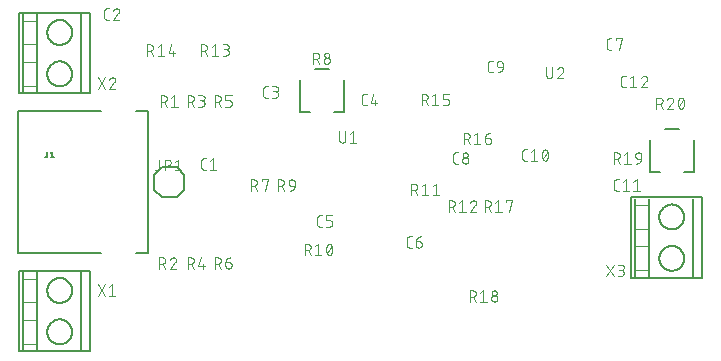
<source format=gbr>
G04 EAGLE Gerber RS-274X export*
G75*
%MOMM*%
%FSLAX34Y34*%
%LPD*%
%INSilkscreen Top*%
%IPPOS*%
%AMOC8*
5,1,8,0,0,1.08239X$1,22.5*%
G01*
%ADD10C,0.076200*%
%ADD11C,0.152400*%
%ADD12C,0.101600*%
%ADD13C,0.203200*%
%ADD14C,0.127000*%


D10*
X79829Y287401D02*
X77741Y287401D01*
X77652Y287403D01*
X77564Y287409D01*
X77476Y287418D01*
X77388Y287431D01*
X77301Y287448D01*
X77215Y287468D01*
X77130Y287493D01*
X77045Y287520D01*
X76962Y287552D01*
X76881Y287586D01*
X76801Y287625D01*
X76723Y287666D01*
X76646Y287711D01*
X76572Y287759D01*
X76499Y287810D01*
X76429Y287864D01*
X76362Y287922D01*
X76296Y287982D01*
X76234Y288044D01*
X76174Y288110D01*
X76116Y288177D01*
X76062Y288247D01*
X76011Y288320D01*
X75963Y288394D01*
X75918Y288471D01*
X75877Y288549D01*
X75838Y288629D01*
X75804Y288710D01*
X75772Y288793D01*
X75745Y288878D01*
X75720Y288963D01*
X75700Y289049D01*
X75683Y289136D01*
X75670Y289224D01*
X75661Y289312D01*
X75655Y289400D01*
X75653Y289489D01*
X75652Y289489D02*
X75652Y294711D01*
X75653Y294711D02*
X75655Y294802D01*
X75661Y294893D01*
X75671Y294984D01*
X75685Y295074D01*
X75702Y295163D01*
X75724Y295251D01*
X75750Y295339D01*
X75779Y295425D01*
X75812Y295510D01*
X75849Y295593D01*
X75889Y295675D01*
X75933Y295755D01*
X75980Y295833D01*
X76031Y295909D01*
X76084Y295982D01*
X76141Y296053D01*
X76202Y296122D01*
X76265Y296187D01*
X76330Y296250D01*
X76399Y296310D01*
X76470Y296368D01*
X76543Y296421D01*
X76619Y296472D01*
X76697Y296519D01*
X76777Y296563D01*
X76859Y296603D01*
X76942Y296640D01*
X77027Y296673D01*
X77113Y296702D01*
X77201Y296728D01*
X77289Y296750D01*
X77378Y296767D01*
X77468Y296781D01*
X77559Y296791D01*
X77650Y296797D01*
X77741Y296799D01*
X79829Y296799D01*
X86170Y296800D02*
X86265Y296798D01*
X86359Y296792D01*
X86453Y296783D01*
X86547Y296770D01*
X86640Y296753D01*
X86732Y296732D01*
X86824Y296707D01*
X86914Y296679D01*
X87003Y296647D01*
X87091Y296612D01*
X87177Y296573D01*
X87262Y296531D01*
X87345Y296485D01*
X87426Y296436D01*
X87505Y296384D01*
X87582Y296329D01*
X87656Y296270D01*
X87728Y296209D01*
X87798Y296145D01*
X87865Y296078D01*
X87929Y296008D01*
X87990Y295936D01*
X88049Y295862D01*
X88104Y295785D01*
X88156Y295706D01*
X88205Y295625D01*
X88251Y295542D01*
X88293Y295457D01*
X88332Y295371D01*
X88367Y295283D01*
X88399Y295194D01*
X88427Y295104D01*
X88452Y295012D01*
X88473Y294920D01*
X88490Y294827D01*
X88503Y294733D01*
X88512Y294639D01*
X88518Y294545D01*
X88520Y294450D01*
X86170Y296799D02*
X86062Y296797D01*
X85953Y296791D01*
X85845Y296781D01*
X85738Y296768D01*
X85631Y296750D01*
X85524Y296729D01*
X85419Y296704D01*
X85314Y296675D01*
X85211Y296643D01*
X85109Y296606D01*
X85008Y296566D01*
X84909Y296523D01*
X84811Y296476D01*
X84715Y296425D01*
X84621Y296371D01*
X84529Y296314D01*
X84439Y296253D01*
X84351Y296189D01*
X84266Y296123D01*
X84183Y296053D01*
X84103Y295980D01*
X84025Y295904D01*
X83950Y295826D01*
X83878Y295745D01*
X83809Y295661D01*
X83743Y295575D01*
X83680Y295487D01*
X83621Y295396D01*
X83564Y295304D01*
X83511Y295209D01*
X83462Y295113D01*
X83416Y295014D01*
X83373Y294915D01*
X83334Y294813D01*
X83299Y294711D01*
X87736Y292622D02*
X87805Y292691D01*
X87871Y292762D01*
X87935Y292835D01*
X87996Y292911D01*
X88054Y292990D01*
X88108Y293070D01*
X88160Y293153D01*
X88208Y293237D01*
X88254Y293323D01*
X88295Y293411D01*
X88334Y293501D01*
X88369Y293592D01*
X88400Y293684D01*
X88428Y293777D01*
X88452Y293871D01*
X88472Y293966D01*
X88489Y294062D01*
X88502Y294159D01*
X88511Y294256D01*
X88517Y294353D01*
X88519Y294450D01*
X87736Y292622D02*
X83298Y287401D01*
X88519Y287401D01*
X402519Y242951D02*
X404608Y242951D01*
X402519Y242951D02*
X402430Y242953D01*
X402342Y242959D01*
X402254Y242968D01*
X402166Y242981D01*
X402079Y242998D01*
X401993Y243018D01*
X401908Y243043D01*
X401823Y243070D01*
X401740Y243102D01*
X401659Y243136D01*
X401579Y243175D01*
X401501Y243216D01*
X401424Y243261D01*
X401350Y243309D01*
X401277Y243360D01*
X401207Y243414D01*
X401140Y243472D01*
X401074Y243532D01*
X401012Y243594D01*
X400952Y243660D01*
X400894Y243727D01*
X400840Y243797D01*
X400789Y243870D01*
X400741Y243944D01*
X400696Y244021D01*
X400655Y244099D01*
X400616Y244179D01*
X400582Y244260D01*
X400550Y244343D01*
X400523Y244428D01*
X400498Y244513D01*
X400478Y244599D01*
X400461Y244686D01*
X400448Y244774D01*
X400439Y244862D01*
X400433Y244950D01*
X400431Y245039D01*
X400431Y250261D01*
X400433Y250352D01*
X400439Y250443D01*
X400449Y250534D01*
X400463Y250624D01*
X400480Y250713D01*
X400502Y250801D01*
X400528Y250889D01*
X400557Y250975D01*
X400590Y251060D01*
X400627Y251143D01*
X400667Y251225D01*
X400711Y251305D01*
X400758Y251383D01*
X400809Y251459D01*
X400862Y251532D01*
X400919Y251603D01*
X400980Y251672D01*
X401043Y251737D01*
X401108Y251800D01*
X401177Y251860D01*
X401248Y251918D01*
X401321Y251971D01*
X401397Y252022D01*
X401475Y252069D01*
X401555Y252113D01*
X401637Y252153D01*
X401720Y252190D01*
X401805Y252223D01*
X401891Y252252D01*
X401979Y252278D01*
X402067Y252300D01*
X402156Y252317D01*
X402246Y252331D01*
X402337Y252341D01*
X402428Y252347D01*
X402519Y252349D01*
X404608Y252349D01*
X410165Y247128D02*
X413298Y247128D01*
X410165Y247128D02*
X410076Y247130D01*
X409988Y247136D01*
X409900Y247145D01*
X409812Y247158D01*
X409725Y247175D01*
X409639Y247195D01*
X409554Y247220D01*
X409469Y247247D01*
X409386Y247279D01*
X409305Y247313D01*
X409225Y247352D01*
X409147Y247393D01*
X409070Y247438D01*
X408996Y247486D01*
X408923Y247537D01*
X408853Y247591D01*
X408786Y247649D01*
X408720Y247709D01*
X408658Y247771D01*
X408598Y247837D01*
X408540Y247904D01*
X408486Y247974D01*
X408435Y248047D01*
X408387Y248121D01*
X408342Y248198D01*
X408301Y248276D01*
X408262Y248356D01*
X408228Y248437D01*
X408196Y248520D01*
X408169Y248605D01*
X408144Y248690D01*
X408124Y248776D01*
X408107Y248863D01*
X408094Y248951D01*
X408085Y249039D01*
X408079Y249127D01*
X408077Y249216D01*
X408077Y249738D01*
X408076Y249738D02*
X408078Y249839D01*
X408084Y249940D01*
X408094Y250041D01*
X408107Y250141D01*
X408125Y250241D01*
X408146Y250340D01*
X408172Y250438D01*
X408201Y250535D01*
X408233Y250631D01*
X408270Y250725D01*
X408310Y250818D01*
X408354Y250910D01*
X408401Y250999D01*
X408452Y251087D01*
X408506Y251173D01*
X408563Y251256D01*
X408623Y251338D01*
X408687Y251416D01*
X408753Y251493D01*
X408823Y251566D01*
X408895Y251637D01*
X408970Y251705D01*
X409048Y251770D01*
X409128Y251832D01*
X409210Y251891D01*
X409295Y251947D01*
X409382Y251999D01*
X409470Y252048D01*
X409561Y252094D01*
X409653Y252135D01*
X409747Y252174D01*
X409842Y252208D01*
X409938Y252239D01*
X410036Y252266D01*
X410134Y252290D01*
X410234Y252309D01*
X410334Y252325D01*
X410434Y252337D01*
X410535Y252345D01*
X410636Y252349D01*
X410738Y252349D01*
X410839Y252345D01*
X410940Y252337D01*
X411040Y252325D01*
X411140Y252309D01*
X411240Y252290D01*
X411338Y252266D01*
X411436Y252239D01*
X411532Y252208D01*
X411627Y252174D01*
X411721Y252135D01*
X411813Y252094D01*
X411904Y252048D01*
X411993Y251999D01*
X412079Y251947D01*
X412164Y251891D01*
X412246Y251832D01*
X412326Y251770D01*
X412404Y251705D01*
X412479Y251637D01*
X412551Y251566D01*
X412621Y251493D01*
X412687Y251416D01*
X412751Y251338D01*
X412811Y251256D01*
X412868Y251173D01*
X412922Y251087D01*
X412973Y250999D01*
X413020Y250910D01*
X413064Y250818D01*
X413104Y250725D01*
X413141Y250631D01*
X413173Y250535D01*
X413202Y250438D01*
X413228Y250340D01*
X413249Y250241D01*
X413267Y250141D01*
X413280Y250041D01*
X413290Y249940D01*
X413296Y249839D01*
X413298Y249738D01*
X413298Y247128D01*
X413296Y247002D01*
X413290Y246876D01*
X413281Y246750D01*
X413268Y246625D01*
X413250Y246500D01*
X413230Y246375D01*
X413205Y246251D01*
X413177Y246128D01*
X413145Y246006D01*
X413109Y245885D01*
X413070Y245765D01*
X413027Y245647D01*
X412980Y245530D01*
X412930Y245414D01*
X412876Y245299D01*
X412820Y245187D01*
X412759Y245076D01*
X412696Y244967D01*
X412629Y244860D01*
X412559Y244755D01*
X412485Y244652D01*
X412409Y244552D01*
X412330Y244454D01*
X412248Y244358D01*
X412162Y244265D01*
X412075Y244174D01*
X411984Y244087D01*
X411891Y244001D01*
X411795Y243919D01*
X411697Y243840D01*
X411597Y243764D01*
X411494Y243690D01*
X411389Y243620D01*
X411282Y243553D01*
X411173Y243490D01*
X411062Y243429D01*
X410950Y243373D01*
X410835Y243319D01*
X410719Y243269D01*
X410602Y243222D01*
X410484Y243179D01*
X410364Y243140D01*
X410243Y243104D01*
X410121Y243072D01*
X409998Y243044D01*
X409874Y243019D01*
X409749Y242999D01*
X409624Y242981D01*
X409499Y242968D01*
X409373Y242959D01*
X409247Y242953D01*
X409121Y242951D01*
X431729Y168021D02*
X433818Y168021D01*
X431729Y168021D02*
X431640Y168023D01*
X431552Y168029D01*
X431464Y168038D01*
X431376Y168051D01*
X431289Y168068D01*
X431203Y168088D01*
X431118Y168113D01*
X431033Y168140D01*
X430950Y168172D01*
X430869Y168206D01*
X430789Y168245D01*
X430711Y168286D01*
X430634Y168331D01*
X430560Y168379D01*
X430487Y168430D01*
X430417Y168484D01*
X430350Y168542D01*
X430284Y168602D01*
X430222Y168664D01*
X430162Y168730D01*
X430104Y168797D01*
X430050Y168867D01*
X429999Y168940D01*
X429951Y169014D01*
X429906Y169091D01*
X429865Y169169D01*
X429826Y169249D01*
X429792Y169330D01*
X429760Y169413D01*
X429733Y169498D01*
X429708Y169583D01*
X429688Y169669D01*
X429671Y169756D01*
X429658Y169844D01*
X429649Y169932D01*
X429643Y170020D01*
X429641Y170109D01*
X429641Y175331D01*
X429643Y175422D01*
X429649Y175513D01*
X429659Y175604D01*
X429673Y175694D01*
X429690Y175783D01*
X429712Y175871D01*
X429738Y175959D01*
X429767Y176045D01*
X429800Y176130D01*
X429837Y176213D01*
X429877Y176295D01*
X429921Y176375D01*
X429968Y176453D01*
X430019Y176529D01*
X430072Y176602D01*
X430129Y176673D01*
X430190Y176742D01*
X430253Y176807D01*
X430318Y176870D01*
X430387Y176930D01*
X430458Y176988D01*
X430531Y177041D01*
X430607Y177092D01*
X430685Y177139D01*
X430765Y177183D01*
X430847Y177223D01*
X430930Y177260D01*
X431015Y177293D01*
X431101Y177322D01*
X431189Y177348D01*
X431277Y177370D01*
X431366Y177387D01*
X431456Y177401D01*
X431547Y177411D01*
X431638Y177417D01*
X431729Y177419D01*
X433818Y177419D01*
X437287Y175331D02*
X439897Y177419D01*
X439897Y168021D01*
X437287Y168021D02*
X442508Y168021D01*
X446430Y172720D02*
X446432Y172905D01*
X446439Y173090D01*
X446450Y173274D01*
X446465Y173458D01*
X446485Y173642D01*
X446509Y173826D01*
X446538Y174008D01*
X446571Y174190D01*
X446608Y174371D01*
X446650Y174551D01*
X446696Y174731D01*
X446746Y174909D01*
X446800Y175085D01*
X446859Y175261D01*
X446921Y175435D01*
X446988Y175607D01*
X447059Y175778D01*
X447134Y175947D01*
X447213Y176114D01*
X447243Y176194D01*
X447276Y176273D01*
X447313Y176350D01*
X447353Y176426D01*
X447396Y176500D01*
X447442Y176572D01*
X447492Y176641D01*
X447544Y176709D01*
X447600Y176774D01*
X447658Y176837D01*
X447720Y176896D01*
X447783Y176954D01*
X447850Y177008D01*
X447918Y177059D01*
X447989Y177107D01*
X448062Y177152D01*
X448136Y177194D01*
X448213Y177232D01*
X448291Y177267D01*
X448370Y177299D01*
X448451Y177327D01*
X448533Y177351D01*
X448617Y177372D01*
X448700Y177389D01*
X448785Y177402D01*
X448870Y177411D01*
X448955Y177417D01*
X449041Y177419D01*
X449127Y177417D01*
X449212Y177411D01*
X449297Y177402D01*
X449382Y177389D01*
X449465Y177372D01*
X449549Y177351D01*
X449631Y177327D01*
X449712Y177299D01*
X449791Y177267D01*
X449869Y177232D01*
X449946Y177194D01*
X450020Y177152D01*
X450093Y177107D01*
X450164Y177059D01*
X450232Y177008D01*
X450299Y176954D01*
X450362Y176896D01*
X450424Y176837D01*
X450482Y176774D01*
X450538Y176709D01*
X450590Y176641D01*
X450640Y176572D01*
X450686Y176500D01*
X450729Y176426D01*
X450769Y176350D01*
X450806Y176273D01*
X450839Y176194D01*
X450869Y176114D01*
X450948Y175947D01*
X451023Y175778D01*
X451094Y175607D01*
X451161Y175435D01*
X451223Y175261D01*
X451282Y175085D01*
X451336Y174909D01*
X451386Y174731D01*
X451432Y174551D01*
X451474Y174371D01*
X451511Y174190D01*
X451544Y174008D01*
X451573Y173826D01*
X451597Y173642D01*
X451617Y173458D01*
X451632Y173274D01*
X451643Y173090D01*
X451650Y172905D01*
X451652Y172720D01*
X446431Y172720D02*
X446433Y172535D01*
X446440Y172350D01*
X446451Y172166D01*
X446466Y171982D01*
X446486Y171798D01*
X446510Y171614D01*
X446539Y171432D01*
X446572Y171250D01*
X446609Y171069D01*
X446651Y170889D01*
X446697Y170709D01*
X446747Y170531D01*
X446801Y170355D01*
X446860Y170179D01*
X446922Y170005D01*
X446989Y169833D01*
X447060Y169662D01*
X447135Y169493D01*
X447214Y169326D01*
X447213Y169326D02*
X447243Y169246D01*
X447276Y169167D01*
X447313Y169090D01*
X447353Y169014D01*
X447396Y168940D01*
X447442Y168868D01*
X447492Y168799D01*
X447545Y168731D01*
X447600Y168666D01*
X447659Y168603D01*
X447720Y168544D01*
X447783Y168486D01*
X447850Y168432D01*
X447918Y168381D01*
X447989Y168333D01*
X448062Y168288D01*
X448136Y168246D01*
X448213Y168208D01*
X448291Y168173D01*
X448370Y168141D01*
X448451Y168113D01*
X448533Y168089D01*
X448617Y168068D01*
X448700Y168051D01*
X448785Y168038D01*
X448870Y168029D01*
X448955Y168023D01*
X449041Y168021D01*
X450869Y169326D02*
X450948Y169493D01*
X451023Y169662D01*
X451094Y169833D01*
X451161Y170005D01*
X451223Y170179D01*
X451282Y170355D01*
X451336Y170531D01*
X451386Y170709D01*
X451432Y170889D01*
X451474Y171069D01*
X451511Y171250D01*
X451544Y171432D01*
X451573Y171614D01*
X451597Y171798D01*
X451617Y171982D01*
X451632Y172166D01*
X451643Y172350D01*
X451650Y172535D01*
X451652Y172720D01*
X450869Y169326D02*
X450839Y169246D01*
X450806Y169167D01*
X450769Y169090D01*
X450729Y169014D01*
X450686Y168940D01*
X450640Y168868D01*
X450590Y168799D01*
X450538Y168731D01*
X450482Y168666D01*
X450424Y168603D01*
X450362Y168544D01*
X450299Y168486D01*
X450232Y168432D01*
X450164Y168381D01*
X450093Y168333D01*
X450020Y168288D01*
X449946Y168246D01*
X449869Y168208D01*
X449791Y168173D01*
X449712Y168141D01*
X449631Y168113D01*
X449549Y168089D01*
X449465Y168068D01*
X449382Y168051D01*
X449297Y168038D01*
X449212Y168029D01*
X449127Y168023D01*
X449041Y168021D01*
X446953Y170109D02*
X451130Y175331D01*
X509199Y142621D02*
X511288Y142621D01*
X509199Y142621D02*
X509110Y142623D01*
X509022Y142629D01*
X508934Y142638D01*
X508846Y142651D01*
X508759Y142668D01*
X508673Y142688D01*
X508588Y142713D01*
X508503Y142740D01*
X508420Y142772D01*
X508339Y142806D01*
X508259Y142845D01*
X508181Y142886D01*
X508104Y142931D01*
X508030Y142979D01*
X507957Y143030D01*
X507887Y143084D01*
X507820Y143142D01*
X507754Y143202D01*
X507692Y143264D01*
X507632Y143330D01*
X507574Y143397D01*
X507520Y143467D01*
X507469Y143540D01*
X507421Y143614D01*
X507376Y143691D01*
X507335Y143769D01*
X507296Y143849D01*
X507262Y143930D01*
X507230Y144013D01*
X507203Y144098D01*
X507178Y144183D01*
X507158Y144269D01*
X507141Y144356D01*
X507128Y144444D01*
X507119Y144532D01*
X507113Y144620D01*
X507111Y144709D01*
X507111Y149931D01*
X507113Y150022D01*
X507119Y150113D01*
X507129Y150204D01*
X507143Y150294D01*
X507160Y150383D01*
X507182Y150471D01*
X507208Y150559D01*
X507237Y150645D01*
X507270Y150730D01*
X507307Y150813D01*
X507347Y150895D01*
X507391Y150975D01*
X507438Y151053D01*
X507489Y151129D01*
X507542Y151202D01*
X507599Y151273D01*
X507660Y151342D01*
X507723Y151407D01*
X507788Y151470D01*
X507857Y151530D01*
X507928Y151588D01*
X508001Y151641D01*
X508077Y151692D01*
X508155Y151739D01*
X508235Y151783D01*
X508317Y151823D01*
X508400Y151860D01*
X508485Y151893D01*
X508571Y151922D01*
X508659Y151948D01*
X508747Y151970D01*
X508836Y151987D01*
X508926Y152001D01*
X509017Y152011D01*
X509108Y152017D01*
X509199Y152019D01*
X511288Y152019D01*
X514757Y149931D02*
X517367Y152019D01*
X517367Y142621D01*
X514757Y142621D02*
X519978Y142621D01*
X523901Y149931D02*
X526511Y152019D01*
X526511Y142621D01*
X523901Y142621D02*
X529122Y142621D01*
X517638Y230251D02*
X515549Y230251D01*
X515460Y230253D01*
X515372Y230259D01*
X515284Y230268D01*
X515196Y230281D01*
X515109Y230298D01*
X515023Y230318D01*
X514938Y230343D01*
X514853Y230370D01*
X514770Y230402D01*
X514689Y230436D01*
X514609Y230475D01*
X514531Y230516D01*
X514454Y230561D01*
X514380Y230609D01*
X514307Y230660D01*
X514237Y230714D01*
X514170Y230772D01*
X514104Y230832D01*
X514042Y230894D01*
X513982Y230960D01*
X513924Y231027D01*
X513870Y231097D01*
X513819Y231170D01*
X513771Y231244D01*
X513726Y231321D01*
X513685Y231399D01*
X513646Y231479D01*
X513612Y231560D01*
X513580Y231643D01*
X513553Y231728D01*
X513528Y231813D01*
X513508Y231899D01*
X513491Y231986D01*
X513478Y232074D01*
X513469Y232162D01*
X513463Y232250D01*
X513461Y232339D01*
X513461Y237561D01*
X513463Y237652D01*
X513469Y237743D01*
X513479Y237834D01*
X513493Y237924D01*
X513510Y238013D01*
X513532Y238101D01*
X513558Y238189D01*
X513587Y238275D01*
X513620Y238360D01*
X513657Y238443D01*
X513697Y238525D01*
X513741Y238605D01*
X513788Y238683D01*
X513839Y238759D01*
X513892Y238832D01*
X513949Y238903D01*
X514010Y238972D01*
X514073Y239037D01*
X514138Y239100D01*
X514207Y239160D01*
X514278Y239218D01*
X514351Y239271D01*
X514427Y239322D01*
X514505Y239369D01*
X514585Y239413D01*
X514667Y239453D01*
X514750Y239490D01*
X514835Y239523D01*
X514921Y239552D01*
X515009Y239578D01*
X515097Y239600D01*
X515186Y239617D01*
X515276Y239631D01*
X515367Y239641D01*
X515458Y239647D01*
X515549Y239649D01*
X517638Y239649D01*
X521107Y237561D02*
X523717Y239649D01*
X523717Y230251D01*
X521107Y230251D02*
X526328Y230251D01*
X535472Y237300D02*
X535470Y237395D01*
X535464Y237489D01*
X535455Y237583D01*
X535442Y237677D01*
X535425Y237770D01*
X535404Y237862D01*
X535379Y237954D01*
X535351Y238044D01*
X535319Y238133D01*
X535284Y238221D01*
X535245Y238307D01*
X535203Y238392D01*
X535157Y238475D01*
X535108Y238556D01*
X535056Y238635D01*
X535001Y238712D01*
X534942Y238786D01*
X534881Y238858D01*
X534817Y238928D01*
X534750Y238995D01*
X534680Y239059D01*
X534608Y239120D01*
X534534Y239179D01*
X534457Y239234D01*
X534378Y239286D01*
X534297Y239335D01*
X534214Y239381D01*
X534129Y239423D01*
X534043Y239462D01*
X533955Y239497D01*
X533866Y239529D01*
X533776Y239557D01*
X533684Y239582D01*
X533592Y239603D01*
X533499Y239620D01*
X533405Y239633D01*
X533311Y239642D01*
X533217Y239648D01*
X533122Y239650D01*
X533122Y239649D02*
X533014Y239647D01*
X532905Y239641D01*
X532797Y239631D01*
X532690Y239618D01*
X532583Y239600D01*
X532476Y239579D01*
X532371Y239554D01*
X532266Y239525D01*
X532163Y239493D01*
X532061Y239456D01*
X531960Y239416D01*
X531861Y239373D01*
X531763Y239326D01*
X531667Y239275D01*
X531573Y239221D01*
X531481Y239164D01*
X531391Y239103D01*
X531303Y239039D01*
X531218Y238973D01*
X531135Y238903D01*
X531055Y238830D01*
X530977Y238754D01*
X530902Y238676D01*
X530830Y238595D01*
X530761Y238511D01*
X530695Y238425D01*
X530632Y238337D01*
X530573Y238246D01*
X530516Y238154D01*
X530463Y238059D01*
X530414Y237963D01*
X530368Y237864D01*
X530325Y237765D01*
X530286Y237663D01*
X530251Y237561D01*
X534689Y235472D02*
X534758Y235541D01*
X534824Y235612D01*
X534888Y235685D01*
X534949Y235761D01*
X535007Y235840D01*
X535061Y235920D01*
X535113Y236003D01*
X535161Y236087D01*
X535207Y236173D01*
X535248Y236261D01*
X535287Y236351D01*
X535322Y236442D01*
X535353Y236534D01*
X535381Y236627D01*
X535405Y236721D01*
X535425Y236816D01*
X535442Y236912D01*
X535455Y237009D01*
X535464Y237106D01*
X535470Y237203D01*
X535472Y237300D01*
X534689Y235472D02*
X530251Y230251D01*
X535472Y230251D01*
X297928Y215011D02*
X295839Y215011D01*
X295750Y215013D01*
X295662Y215019D01*
X295574Y215028D01*
X295486Y215041D01*
X295399Y215058D01*
X295313Y215078D01*
X295228Y215103D01*
X295143Y215130D01*
X295060Y215162D01*
X294979Y215196D01*
X294899Y215235D01*
X294821Y215276D01*
X294744Y215321D01*
X294670Y215369D01*
X294597Y215420D01*
X294527Y215474D01*
X294460Y215532D01*
X294394Y215592D01*
X294332Y215654D01*
X294272Y215720D01*
X294214Y215787D01*
X294160Y215857D01*
X294109Y215930D01*
X294061Y216004D01*
X294016Y216081D01*
X293975Y216159D01*
X293936Y216239D01*
X293902Y216320D01*
X293870Y216403D01*
X293843Y216488D01*
X293818Y216573D01*
X293798Y216659D01*
X293781Y216746D01*
X293768Y216834D01*
X293759Y216922D01*
X293753Y217010D01*
X293751Y217099D01*
X293751Y222321D01*
X293753Y222412D01*
X293759Y222503D01*
X293769Y222594D01*
X293783Y222684D01*
X293800Y222773D01*
X293822Y222861D01*
X293848Y222949D01*
X293877Y223035D01*
X293910Y223120D01*
X293947Y223203D01*
X293987Y223285D01*
X294031Y223365D01*
X294078Y223443D01*
X294129Y223519D01*
X294182Y223592D01*
X294239Y223663D01*
X294300Y223732D01*
X294363Y223797D01*
X294428Y223860D01*
X294497Y223920D01*
X294568Y223978D01*
X294641Y224031D01*
X294717Y224082D01*
X294795Y224129D01*
X294875Y224173D01*
X294957Y224213D01*
X295040Y224250D01*
X295125Y224283D01*
X295211Y224312D01*
X295299Y224338D01*
X295387Y224360D01*
X295476Y224377D01*
X295566Y224391D01*
X295657Y224401D01*
X295748Y224407D01*
X295839Y224409D01*
X297928Y224409D01*
X303485Y224409D02*
X301397Y217099D01*
X306618Y217099D01*
X305051Y215011D02*
X305051Y219188D01*
X503191Y262001D02*
X505279Y262001D01*
X503191Y262001D02*
X503102Y262003D01*
X503014Y262009D01*
X502926Y262018D01*
X502838Y262031D01*
X502751Y262048D01*
X502665Y262068D01*
X502580Y262093D01*
X502495Y262120D01*
X502412Y262152D01*
X502331Y262186D01*
X502251Y262225D01*
X502173Y262266D01*
X502096Y262311D01*
X502022Y262359D01*
X501949Y262410D01*
X501879Y262464D01*
X501812Y262522D01*
X501746Y262582D01*
X501684Y262644D01*
X501624Y262710D01*
X501566Y262777D01*
X501512Y262847D01*
X501461Y262920D01*
X501413Y262994D01*
X501368Y263071D01*
X501327Y263149D01*
X501288Y263229D01*
X501254Y263310D01*
X501222Y263393D01*
X501195Y263478D01*
X501170Y263563D01*
X501150Y263649D01*
X501133Y263736D01*
X501120Y263824D01*
X501111Y263912D01*
X501105Y264000D01*
X501103Y264089D01*
X501102Y264089D02*
X501102Y269311D01*
X501103Y269311D02*
X501105Y269402D01*
X501111Y269493D01*
X501121Y269584D01*
X501135Y269674D01*
X501152Y269763D01*
X501174Y269851D01*
X501200Y269939D01*
X501229Y270025D01*
X501262Y270110D01*
X501299Y270193D01*
X501339Y270275D01*
X501383Y270355D01*
X501430Y270433D01*
X501481Y270509D01*
X501534Y270582D01*
X501591Y270653D01*
X501652Y270722D01*
X501715Y270787D01*
X501780Y270850D01*
X501849Y270910D01*
X501920Y270968D01*
X501993Y271021D01*
X502069Y271072D01*
X502147Y271119D01*
X502227Y271163D01*
X502309Y271203D01*
X502392Y271240D01*
X502477Y271273D01*
X502563Y271302D01*
X502651Y271328D01*
X502739Y271350D01*
X502828Y271367D01*
X502918Y271381D01*
X503009Y271391D01*
X503100Y271397D01*
X503191Y271399D01*
X505279Y271399D01*
X508748Y271399D02*
X508748Y270355D01*
X508748Y271399D02*
X513969Y271399D01*
X511358Y262001D01*
X162038Y160401D02*
X159949Y160401D01*
X159860Y160403D01*
X159772Y160409D01*
X159684Y160418D01*
X159596Y160431D01*
X159509Y160448D01*
X159423Y160468D01*
X159338Y160493D01*
X159253Y160520D01*
X159170Y160552D01*
X159089Y160586D01*
X159009Y160625D01*
X158931Y160666D01*
X158854Y160711D01*
X158780Y160759D01*
X158707Y160810D01*
X158637Y160864D01*
X158570Y160922D01*
X158504Y160982D01*
X158442Y161044D01*
X158382Y161110D01*
X158324Y161177D01*
X158270Y161247D01*
X158219Y161320D01*
X158171Y161394D01*
X158126Y161471D01*
X158085Y161549D01*
X158046Y161629D01*
X158012Y161710D01*
X157980Y161793D01*
X157953Y161878D01*
X157928Y161963D01*
X157908Y162049D01*
X157891Y162136D01*
X157878Y162224D01*
X157869Y162312D01*
X157863Y162400D01*
X157861Y162489D01*
X157861Y167711D01*
X157863Y167802D01*
X157869Y167893D01*
X157879Y167984D01*
X157893Y168074D01*
X157910Y168163D01*
X157932Y168251D01*
X157958Y168339D01*
X157987Y168425D01*
X158020Y168510D01*
X158057Y168593D01*
X158097Y168675D01*
X158141Y168755D01*
X158188Y168833D01*
X158239Y168909D01*
X158292Y168982D01*
X158349Y169053D01*
X158410Y169122D01*
X158473Y169187D01*
X158538Y169250D01*
X158607Y169310D01*
X158678Y169368D01*
X158751Y169421D01*
X158827Y169472D01*
X158905Y169519D01*
X158985Y169563D01*
X159067Y169603D01*
X159150Y169640D01*
X159235Y169673D01*
X159321Y169702D01*
X159409Y169728D01*
X159497Y169750D01*
X159586Y169767D01*
X159676Y169781D01*
X159767Y169791D01*
X159858Y169797D01*
X159949Y169799D01*
X162038Y169799D01*
X165507Y167711D02*
X168117Y169799D01*
X168117Y160401D01*
X165507Y160401D02*
X170728Y160401D01*
X212361Y221361D02*
X214449Y221361D01*
X212361Y221361D02*
X212272Y221363D01*
X212184Y221369D01*
X212096Y221378D01*
X212008Y221391D01*
X211921Y221408D01*
X211835Y221428D01*
X211750Y221453D01*
X211665Y221480D01*
X211582Y221512D01*
X211501Y221546D01*
X211421Y221585D01*
X211343Y221626D01*
X211266Y221671D01*
X211192Y221719D01*
X211119Y221770D01*
X211049Y221824D01*
X210982Y221882D01*
X210916Y221942D01*
X210854Y222004D01*
X210794Y222070D01*
X210736Y222137D01*
X210682Y222207D01*
X210631Y222280D01*
X210583Y222354D01*
X210538Y222431D01*
X210497Y222509D01*
X210458Y222589D01*
X210424Y222670D01*
X210392Y222753D01*
X210365Y222838D01*
X210340Y222923D01*
X210320Y223009D01*
X210303Y223096D01*
X210290Y223184D01*
X210281Y223272D01*
X210275Y223360D01*
X210273Y223449D01*
X210272Y223449D02*
X210272Y228671D01*
X210273Y228671D02*
X210275Y228762D01*
X210281Y228853D01*
X210291Y228944D01*
X210305Y229034D01*
X210322Y229123D01*
X210344Y229211D01*
X210370Y229299D01*
X210399Y229385D01*
X210432Y229470D01*
X210469Y229553D01*
X210509Y229635D01*
X210553Y229715D01*
X210600Y229793D01*
X210651Y229869D01*
X210704Y229942D01*
X210761Y230013D01*
X210822Y230082D01*
X210885Y230147D01*
X210950Y230210D01*
X211019Y230270D01*
X211090Y230328D01*
X211163Y230381D01*
X211239Y230432D01*
X211317Y230479D01*
X211397Y230523D01*
X211479Y230563D01*
X211562Y230600D01*
X211647Y230633D01*
X211733Y230662D01*
X211821Y230688D01*
X211909Y230710D01*
X211998Y230727D01*
X212088Y230741D01*
X212179Y230751D01*
X212270Y230757D01*
X212361Y230759D01*
X214449Y230759D01*
X217918Y221361D02*
X220528Y221361D01*
X220629Y221363D01*
X220730Y221369D01*
X220831Y221379D01*
X220931Y221392D01*
X221031Y221410D01*
X221130Y221431D01*
X221228Y221457D01*
X221325Y221486D01*
X221421Y221518D01*
X221515Y221555D01*
X221608Y221595D01*
X221700Y221639D01*
X221789Y221686D01*
X221877Y221737D01*
X221963Y221791D01*
X222046Y221848D01*
X222128Y221908D01*
X222206Y221972D01*
X222283Y222038D01*
X222356Y222108D01*
X222427Y222180D01*
X222495Y222255D01*
X222560Y222333D01*
X222622Y222413D01*
X222681Y222495D01*
X222737Y222580D01*
X222789Y222666D01*
X222838Y222755D01*
X222884Y222846D01*
X222925Y222938D01*
X222964Y223032D01*
X222998Y223127D01*
X223029Y223223D01*
X223056Y223321D01*
X223080Y223419D01*
X223099Y223519D01*
X223115Y223619D01*
X223127Y223719D01*
X223135Y223820D01*
X223139Y223921D01*
X223139Y224023D01*
X223135Y224124D01*
X223127Y224225D01*
X223115Y224325D01*
X223099Y224425D01*
X223080Y224525D01*
X223056Y224623D01*
X223029Y224721D01*
X222998Y224817D01*
X222964Y224912D01*
X222925Y225006D01*
X222884Y225098D01*
X222838Y225189D01*
X222789Y225277D01*
X222737Y225364D01*
X222681Y225449D01*
X222622Y225531D01*
X222560Y225611D01*
X222495Y225689D01*
X222427Y225764D01*
X222356Y225836D01*
X222283Y225906D01*
X222206Y225972D01*
X222128Y226036D01*
X222046Y226096D01*
X221963Y226153D01*
X221877Y226207D01*
X221789Y226258D01*
X221700Y226305D01*
X221608Y226349D01*
X221515Y226389D01*
X221421Y226426D01*
X221325Y226458D01*
X221228Y226487D01*
X221130Y226513D01*
X221031Y226534D01*
X220931Y226552D01*
X220831Y226565D01*
X220730Y226575D01*
X220629Y226581D01*
X220528Y226583D01*
X221051Y230759D02*
X217918Y230759D01*
X221051Y230759D02*
X221141Y230757D01*
X221230Y230751D01*
X221320Y230742D01*
X221409Y230728D01*
X221497Y230711D01*
X221584Y230690D01*
X221671Y230665D01*
X221756Y230636D01*
X221840Y230604D01*
X221922Y230569D01*
X222003Y230529D01*
X222082Y230487D01*
X222159Y230441D01*
X222234Y230391D01*
X222307Y230339D01*
X222378Y230283D01*
X222446Y230225D01*
X222511Y230163D01*
X222574Y230099D01*
X222634Y230032D01*
X222691Y229963D01*
X222745Y229891D01*
X222796Y229817D01*
X222844Y229741D01*
X222888Y229663D01*
X222929Y229583D01*
X222967Y229501D01*
X223001Y229418D01*
X223031Y229333D01*
X223058Y229247D01*
X223081Y229161D01*
X223100Y229073D01*
X223115Y228984D01*
X223127Y228895D01*
X223135Y228806D01*
X223139Y228716D01*
X223139Y228626D01*
X223135Y228536D01*
X223127Y228447D01*
X223115Y228358D01*
X223100Y228269D01*
X223081Y228181D01*
X223058Y228095D01*
X223031Y228009D01*
X223001Y227924D01*
X222967Y227841D01*
X222929Y227759D01*
X222888Y227679D01*
X222844Y227601D01*
X222796Y227525D01*
X222745Y227451D01*
X222691Y227379D01*
X222634Y227310D01*
X222574Y227243D01*
X222511Y227179D01*
X222446Y227117D01*
X222378Y227059D01*
X222307Y227003D01*
X222234Y226951D01*
X222159Y226901D01*
X222082Y226855D01*
X222003Y226813D01*
X221922Y226773D01*
X221840Y226738D01*
X221756Y226706D01*
X221671Y226677D01*
X221584Y226652D01*
X221497Y226631D01*
X221409Y226614D01*
X221320Y226600D01*
X221230Y226591D01*
X221141Y226585D01*
X221051Y226583D01*
X221051Y226582D02*
X218962Y226582D01*
X258081Y112141D02*
X260169Y112141D01*
X258081Y112141D02*
X257992Y112143D01*
X257904Y112149D01*
X257816Y112158D01*
X257728Y112171D01*
X257641Y112188D01*
X257555Y112208D01*
X257470Y112233D01*
X257385Y112260D01*
X257302Y112292D01*
X257221Y112326D01*
X257141Y112365D01*
X257063Y112406D01*
X256986Y112451D01*
X256912Y112499D01*
X256839Y112550D01*
X256769Y112604D01*
X256702Y112662D01*
X256636Y112722D01*
X256574Y112784D01*
X256514Y112850D01*
X256456Y112917D01*
X256402Y112987D01*
X256351Y113060D01*
X256303Y113134D01*
X256258Y113211D01*
X256217Y113289D01*
X256178Y113369D01*
X256144Y113450D01*
X256112Y113533D01*
X256085Y113618D01*
X256060Y113703D01*
X256040Y113789D01*
X256023Y113876D01*
X256010Y113964D01*
X256001Y114052D01*
X255995Y114140D01*
X255993Y114229D01*
X255992Y114229D02*
X255992Y119451D01*
X255993Y119451D02*
X255995Y119542D01*
X256001Y119633D01*
X256011Y119724D01*
X256025Y119814D01*
X256042Y119903D01*
X256064Y119991D01*
X256090Y120079D01*
X256119Y120165D01*
X256152Y120250D01*
X256189Y120333D01*
X256229Y120415D01*
X256273Y120495D01*
X256320Y120573D01*
X256371Y120649D01*
X256424Y120722D01*
X256481Y120793D01*
X256542Y120862D01*
X256605Y120927D01*
X256670Y120990D01*
X256739Y121050D01*
X256810Y121108D01*
X256883Y121161D01*
X256959Y121212D01*
X257037Y121259D01*
X257117Y121303D01*
X257199Y121343D01*
X257282Y121380D01*
X257367Y121413D01*
X257453Y121442D01*
X257541Y121468D01*
X257629Y121490D01*
X257718Y121507D01*
X257808Y121521D01*
X257899Y121531D01*
X257990Y121537D01*
X258081Y121539D01*
X260169Y121539D01*
X263638Y112141D02*
X266771Y112141D01*
X266860Y112143D01*
X266948Y112149D01*
X267036Y112158D01*
X267124Y112171D01*
X267211Y112188D01*
X267297Y112208D01*
X267382Y112233D01*
X267467Y112260D01*
X267550Y112292D01*
X267631Y112326D01*
X267711Y112365D01*
X267789Y112406D01*
X267866Y112451D01*
X267940Y112499D01*
X268013Y112550D01*
X268083Y112604D01*
X268150Y112662D01*
X268216Y112722D01*
X268278Y112784D01*
X268338Y112850D01*
X268396Y112917D01*
X268450Y112987D01*
X268501Y113060D01*
X268549Y113134D01*
X268594Y113211D01*
X268635Y113289D01*
X268674Y113369D01*
X268708Y113450D01*
X268740Y113533D01*
X268767Y113618D01*
X268792Y113703D01*
X268812Y113789D01*
X268829Y113876D01*
X268842Y113964D01*
X268851Y114052D01*
X268857Y114140D01*
X268859Y114229D01*
X268859Y115274D01*
X268857Y115363D01*
X268851Y115451D01*
X268842Y115539D01*
X268829Y115627D01*
X268812Y115714D01*
X268792Y115800D01*
X268767Y115885D01*
X268740Y115970D01*
X268708Y116053D01*
X268674Y116134D01*
X268635Y116214D01*
X268594Y116292D01*
X268549Y116369D01*
X268501Y116443D01*
X268450Y116516D01*
X268396Y116586D01*
X268338Y116653D01*
X268278Y116719D01*
X268216Y116781D01*
X268150Y116841D01*
X268083Y116899D01*
X268013Y116953D01*
X267940Y117004D01*
X267866Y117052D01*
X267789Y117097D01*
X267711Y117138D01*
X267631Y117177D01*
X267550Y117211D01*
X267467Y117243D01*
X267382Y117270D01*
X267297Y117295D01*
X267211Y117315D01*
X267124Y117332D01*
X267036Y117345D01*
X266948Y117354D01*
X266860Y117360D01*
X266771Y117362D01*
X263638Y117362D01*
X263638Y121539D01*
X268859Y121539D01*
X333939Y94361D02*
X336028Y94361D01*
X333939Y94361D02*
X333850Y94363D01*
X333762Y94369D01*
X333674Y94378D01*
X333586Y94391D01*
X333499Y94408D01*
X333413Y94428D01*
X333328Y94453D01*
X333243Y94480D01*
X333160Y94512D01*
X333079Y94546D01*
X332999Y94585D01*
X332921Y94626D01*
X332844Y94671D01*
X332770Y94719D01*
X332697Y94770D01*
X332627Y94824D01*
X332560Y94882D01*
X332494Y94942D01*
X332432Y95004D01*
X332372Y95070D01*
X332314Y95137D01*
X332260Y95207D01*
X332209Y95280D01*
X332161Y95354D01*
X332116Y95431D01*
X332075Y95509D01*
X332036Y95589D01*
X332002Y95670D01*
X331970Y95753D01*
X331943Y95838D01*
X331918Y95923D01*
X331898Y96009D01*
X331881Y96096D01*
X331868Y96184D01*
X331859Y96272D01*
X331853Y96360D01*
X331851Y96449D01*
X331851Y101671D01*
X331853Y101762D01*
X331859Y101853D01*
X331869Y101944D01*
X331883Y102034D01*
X331900Y102123D01*
X331922Y102211D01*
X331948Y102299D01*
X331977Y102385D01*
X332010Y102470D01*
X332047Y102553D01*
X332087Y102635D01*
X332131Y102715D01*
X332178Y102793D01*
X332229Y102869D01*
X332282Y102942D01*
X332339Y103013D01*
X332400Y103082D01*
X332463Y103147D01*
X332528Y103210D01*
X332597Y103270D01*
X332668Y103328D01*
X332741Y103381D01*
X332817Y103432D01*
X332895Y103479D01*
X332975Y103523D01*
X333057Y103563D01*
X333140Y103600D01*
X333225Y103633D01*
X333311Y103662D01*
X333399Y103688D01*
X333487Y103710D01*
X333576Y103727D01*
X333666Y103741D01*
X333757Y103751D01*
X333848Y103757D01*
X333939Y103759D01*
X336028Y103759D01*
X339497Y99582D02*
X342629Y99582D01*
X342718Y99580D01*
X342806Y99574D01*
X342894Y99565D01*
X342982Y99552D01*
X343069Y99535D01*
X343155Y99515D01*
X343240Y99490D01*
X343325Y99463D01*
X343408Y99431D01*
X343489Y99397D01*
X343569Y99358D01*
X343647Y99317D01*
X343724Y99272D01*
X343798Y99224D01*
X343871Y99173D01*
X343941Y99119D01*
X344008Y99061D01*
X344074Y99001D01*
X344136Y98939D01*
X344196Y98873D01*
X344254Y98806D01*
X344308Y98736D01*
X344359Y98663D01*
X344407Y98589D01*
X344452Y98512D01*
X344493Y98434D01*
X344532Y98354D01*
X344566Y98273D01*
X344598Y98190D01*
X344625Y98105D01*
X344650Y98020D01*
X344670Y97934D01*
X344687Y97847D01*
X344700Y97759D01*
X344709Y97671D01*
X344715Y97583D01*
X344717Y97494D01*
X344718Y97494D02*
X344718Y96972D01*
X344716Y96871D01*
X344710Y96770D01*
X344700Y96669D01*
X344687Y96569D01*
X344669Y96469D01*
X344648Y96370D01*
X344622Y96272D01*
X344593Y96175D01*
X344561Y96079D01*
X344524Y95985D01*
X344484Y95892D01*
X344440Y95800D01*
X344393Y95711D01*
X344342Y95623D01*
X344288Y95537D01*
X344231Y95454D01*
X344171Y95372D01*
X344107Y95294D01*
X344041Y95217D01*
X343971Y95144D01*
X343899Y95073D01*
X343824Y95005D01*
X343746Y94940D01*
X343666Y94878D01*
X343584Y94819D01*
X343499Y94763D01*
X343412Y94711D01*
X343324Y94662D01*
X343233Y94616D01*
X343141Y94575D01*
X343047Y94536D01*
X342952Y94502D01*
X342856Y94471D01*
X342758Y94444D01*
X342660Y94420D01*
X342560Y94401D01*
X342460Y94385D01*
X342360Y94373D01*
X342259Y94365D01*
X342158Y94361D01*
X342056Y94361D01*
X341955Y94365D01*
X341854Y94373D01*
X341754Y94385D01*
X341654Y94401D01*
X341554Y94420D01*
X341456Y94444D01*
X341358Y94471D01*
X341262Y94502D01*
X341167Y94536D01*
X341073Y94575D01*
X340981Y94616D01*
X340890Y94662D01*
X340802Y94711D01*
X340715Y94763D01*
X340630Y94819D01*
X340548Y94878D01*
X340468Y94940D01*
X340390Y95005D01*
X340315Y95073D01*
X340243Y95144D01*
X340173Y95217D01*
X340107Y95294D01*
X340043Y95372D01*
X339983Y95454D01*
X339926Y95537D01*
X339872Y95623D01*
X339821Y95711D01*
X339774Y95800D01*
X339730Y95892D01*
X339690Y95985D01*
X339653Y96079D01*
X339621Y96175D01*
X339592Y96272D01*
X339566Y96370D01*
X339545Y96469D01*
X339527Y96569D01*
X339514Y96669D01*
X339504Y96770D01*
X339498Y96871D01*
X339496Y96972D01*
X339497Y96972D02*
X339497Y99582D01*
X339499Y99711D01*
X339505Y99839D01*
X339515Y99967D01*
X339529Y100095D01*
X339546Y100223D01*
X339568Y100350D01*
X339594Y100476D01*
X339623Y100601D01*
X339656Y100725D01*
X339694Y100848D01*
X339734Y100970D01*
X339779Y101091D01*
X339827Y101210D01*
X339879Y101328D01*
X339935Y101444D01*
X339994Y101558D01*
X340057Y101670D01*
X340123Y101781D01*
X340192Y101889D01*
X340265Y101995D01*
X340341Y102099D01*
X340420Y102201D01*
X340502Y102300D01*
X340587Y102396D01*
X340675Y102490D01*
X340766Y102581D01*
X340860Y102669D01*
X340956Y102754D01*
X341055Y102836D01*
X341157Y102915D01*
X341261Y102991D01*
X341367Y103064D01*
X341475Y103133D01*
X341585Y103199D01*
X341698Y103262D01*
X341812Y103321D01*
X341928Y103377D01*
X342046Y103429D01*
X342165Y103477D01*
X342286Y103522D01*
X342408Y103562D01*
X342531Y103600D01*
X342655Y103633D01*
X342780Y103662D01*
X342906Y103688D01*
X343033Y103710D01*
X343161Y103727D01*
X343289Y103741D01*
X343417Y103751D01*
X343545Y103757D01*
X343674Y103759D01*
X373309Y165481D02*
X375398Y165481D01*
X373309Y165481D02*
X373220Y165483D01*
X373132Y165489D01*
X373044Y165498D01*
X372956Y165511D01*
X372869Y165528D01*
X372783Y165548D01*
X372698Y165573D01*
X372613Y165600D01*
X372530Y165632D01*
X372449Y165666D01*
X372369Y165705D01*
X372291Y165746D01*
X372214Y165791D01*
X372140Y165839D01*
X372067Y165890D01*
X371997Y165944D01*
X371930Y166002D01*
X371864Y166062D01*
X371802Y166124D01*
X371742Y166190D01*
X371684Y166257D01*
X371630Y166327D01*
X371579Y166400D01*
X371531Y166474D01*
X371486Y166551D01*
X371445Y166629D01*
X371406Y166709D01*
X371372Y166790D01*
X371340Y166873D01*
X371313Y166958D01*
X371288Y167043D01*
X371268Y167129D01*
X371251Y167216D01*
X371238Y167304D01*
X371229Y167392D01*
X371223Y167480D01*
X371221Y167569D01*
X371221Y172791D01*
X371223Y172882D01*
X371229Y172973D01*
X371239Y173064D01*
X371253Y173154D01*
X371270Y173243D01*
X371292Y173331D01*
X371318Y173419D01*
X371347Y173505D01*
X371380Y173590D01*
X371417Y173673D01*
X371457Y173755D01*
X371501Y173835D01*
X371548Y173913D01*
X371599Y173989D01*
X371652Y174062D01*
X371709Y174133D01*
X371770Y174202D01*
X371833Y174267D01*
X371898Y174330D01*
X371967Y174390D01*
X372038Y174448D01*
X372111Y174501D01*
X372187Y174552D01*
X372265Y174599D01*
X372345Y174643D01*
X372427Y174683D01*
X372510Y174720D01*
X372595Y174753D01*
X372681Y174782D01*
X372769Y174808D01*
X372857Y174830D01*
X372946Y174847D01*
X373036Y174861D01*
X373127Y174871D01*
X373218Y174877D01*
X373309Y174879D01*
X375398Y174879D01*
X378866Y168092D02*
X378868Y168193D01*
X378874Y168294D01*
X378884Y168395D01*
X378897Y168495D01*
X378915Y168595D01*
X378936Y168694D01*
X378962Y168792D01*
X378991Y168889D01*
X379023Y168985D01*
X379060Y169079D01*
X379100Y169172D01*
X379144Y169264D01*
X379191Y169353D01*
X379242Y169441D01*
X379296Y169527D01*
X379353Y169610D01*
X379413Y169692D01*
X379477Y169770D01*
X379543Y169847D01*
X379613Y169920D01*
X379685Y169991D01*
X379760Y170059D01*
X379838Y170124D01*
X379918Y170186D01*
X380000Y170245D01*
X380085Y170301D01*
X380172Y170353D01*
X380260Y170402D01*
X380351Y170448D01*
X380443Y170489D01*
X380537Y170528D01*
X380632Y170562D01*
X380728Y170593D01*
X380826Y170620D01*
X380924Y170644D01*
X381024Y170663D01*
X381124Y170679D01*
X381224Y170691D01*
X381325Y170699D01*
X381426Y170703D01*
X381528Y170703D01*
X381629Y170699D01*
X381730Y170691D01*
X381830Y170679D01*
X381930Y170663D01*
X382030Y170644D01*
X382128Y170620D01*
X382226Y170593D01*
X382322Y170562D01*
X382417Y170528D01*
X382511Y170489D01*
X382603Y170448D01*
X382694Y170402D01*
X382783Y170353D01*
X382869Y170301D01*
X382954Y170245D01*
X383036Y170186D01*
X383116Y170124D01*
X383194Y170059D01*
X383269Y169991D01*
X383341Y169920D01*
X383411Y169847D01*
X383477Y169770D01*
X383541Y169692D01*
X383601Y169610D01*
X383658Y169527D01*
X383712Y169441D01*
X383763Y169353D01*
X383810Y169264D01*
X383854Y169172D01*
X383894Y169079D01*
X383931Y168985D01*
X383963Y168889D01*
X383992Y168792D01*
X384018Y168694D01*
X384039Y168595D01*
X384057Y168495D01*
X384070Y168395D01*
X384080Y168294D01*
X384086Y168193D01*
X384088Y168092D01*
X384086Y167991D01*
X384080Y167890D01*
X384070Y167789D01*
X384057Y167689D01*
X384039Y167589D01*
X384018Y167490D01*
X383992Y167392D01*
X383963Y167295D01*
X383931Y167199D01*
X383894Y167105D01*
X383854Y167012D01*
X383810Y166920D01*
X383763Y166831D01*
X383712Y166743D01*
X383658Y166657D01*
X383601Y166574D01*
X383541Y166492D01*
X383477Y166414D01*
X383411Y166337D01*
X383341Y166264D01*
X383269Y166193D01*
X383194Y166125D01*
X383116Y166060D01*
X383036Y165998D01*
X382954Y165939D01*
X382869Y165883D01*
X382782Y165831D01*
X382694Y165782D01*
X382603Y165736D01*
X382511Y165695D01*
X382417Y165656D01*
X382322Y165622D01*
X382226Y165591D01*
X382128Y165564D01*
X382030Y165540D01*
X381930Y165521D01*
X381830Y165505D01*
X381730Y165493D01*
X381629Y165485D01*
X381528Y165481D01*
X381426Y165481D01*
X381325Y165485D01*
X381224Y165493D01*
X381124Y165505D01*
X381024Y165521D01*
X380924Y165540D01*
X380826Y165564D01*
X380728Y165591D01*
X380632Y165622D01*
X380537Y165656D01*
X380443Y165695D01*
X380351Y165736D01*
X380260Y165782D01*
X380172Y165831D01*
X380085Y165883D01*
X380000Y165939D01*
X379918Y165998D01*
X379838Y166060D01*
X379760Y166125D01*
X379685Y166193D01*
X379613Y166264D01*
X379543Y166337D01*
X379477Y166414D01*
X379413Y166492D01*
X379353Y166574D01*
X379296Y166657D01*
X379242Y166743D01*
X379191Y166831D01*
X379144Y166920D01*
X379100Y167012D01*
X379060Y167105D01*
X379023Y167199D01*
X378991Y167295D01*
X378962Y167392D01*
X378936Y167490D01*
X378915Y167589D01*
X378897Y167689D01*
X378884Y167789D01*
X378874Y167890D01*
X378868Y167991D01*
X378866Y168092D01*
X379389Y172791D02*
X379391Y172881D01*
X379397Y172970D01*
X379406Y173060D01*
X379420Y173149D01*
X379437Y173237D01*
X379458Y173324D01*
X379483Y173411D01*
X379512Y173496D01*
X379544Y173580D01*
X379579Y173662D01*
X379619Y173743D01*
X379661Y173822D01*
X379707Y173899D01*
X379757Y173974D01*
X379809Y174047D01*
X379865Y174118D01*
X379923Y174186D01*
X379985Y174251D01*
X380049Y174314D01*
X380116Y174374D01*
X380185Y174431D01*
X380257Y174485D01*
X380331Y174536D01*
X380407Y174584D01*
X380485Y174628D01*
X380565Y174669D01*
X380647Y174707D01*
X380730Y174741D01*
X380815Y174771D01*
X380901Y174798D01*
X380987Y174821D01*
X381075Y174840D01*
X381164Y174855D01*
X381253Y174867D01*
X381342Y174875D01*
X381432Y174879D01*
X381522Y174879D01*
X381612Y174875D01*
X381701Y174867D01*
X381790Y174855D01*
X381879Y174840D01*
X381967Y174821D01*
X382053Y174798D01*
X382139Y174771D01*
X382224Y174741D01*
X382307Y174707D01*
X382389Y174669D01*
X382469Y174628D01*
X382547Y174584D01*
X382623Y174536D01*
X382697Y174485D01*
X382769Y174431D01*
X382838Y174374D01*
X382905Y174314D01*
X382969Y174251D01*
X383031Y174186D01*
X383089Y174118D01*
X383145Y174047D01*
X383197Y173974D01*
X383247Y173899D01*
X383293Y173822D01*
X383335Y173743D01*
X383375Y173662D01*
X383410Y173580D01*
X383442Y173496D01*
X383471Y173411D01*
X383496Y173324D01*
X383517Y173237D01*
X383534Y173149D01*
X383548Y173060D01*
X383557Y172970D01*
X383563Y172881D01*
X383565Y172791D01*
X383563Y172701D01*
X383557Y172612D01*
X383548Y172522D01*
X383534Y172433D01*
X383517Y172345D01*
X383496Y172258D01*
X383471Y172171D01*
X383442Y172086D01*
X383410Y172002D01*
X383375Y171920D01*
X383335Y171839D01*
X383293Y171760D01*
X383247Y171683D01*
X383197Y171608D01*
X383145Y171535D01*
X383089Y171464D01*
X383031Y171396D01*
X382969Y171331D01*
X382905Y171268D01*
X382838Y171208D01*
X382769Y171151D01*
X382697Y171097D01*
X382623Y171046D01*
X382547Y170998D01*
X382469Y170954D01*
X382389Y170913D01*
X382307Y170875D01*
X382224Y170841D01*
X382139Y170811D01*
X382053Y170784D01*
X381967Y170761D01*
X381879Y170742D01*
X381790Y170727D01*
X381701Y170715D01*
X381612Y170707D01*
X381522Y170703D01*
X381432Y170703D01*
X381342Y170707D01*
X381253Y170715D01*
X381164Y170727D01*
X381075Y170742D01*
X380987Y170761D01*
X380901Y170784D01*
X380815Y170811D01*
X380730Y170841D01*
X380647Y170875D01*
X380565Y170913D01*
X380485Y170954D01*
X380407Y170998D01*
X380331Y171046D01*
X380257Y171097D01*
X380185Y171151D01*
X380116Y171208D01*
X380049Y171268D01*
X379985Y171331D01*
X379923Y171396D01*
X379865Y171464D01*
X379809Y171535D01*
X379757Y171608D01*
X379707Y171683D01*
X379661Y171760D01*
X379619Y171839D01*
X379579Y171920D01*
X379544Y172002D01*
X379512Y172086D01*
X379483Y172171D01*
X379458Y172258D01*
X379437Y172345D01*
X379420Y172433D01*
X379406Y172522D01*
X379397Y172612D01*
X379391Y172701D01*
X379389Y172791D01*
X274701Y185872D02*
X274701Y192659D01*
X274701Y185872D02*
X274703Y185771D01*
X274709Y185670D01*
X274719Y185569D01*
X274732Y185469D01*
X274750Y185369D01*
X274771Y185270D01*
X274797Y185172D01*
X274826Y185075D01*
X274858Y184979D01*
X274895Y184885D01*
X274935Y184792D01*
X274979Y184700D01*
X275026Y184611D01*
X275077Y184523D01*
X275131Y184437D01*
X275188Y184354D01*
X275248Y184272D01*
X275312Y184194D01*
X275378Y184117D01*
X275448Y184044D01*
X275520Y183973D01*
X275595Y183905D01*
X275673Y183840D01*
X275753Y183778D01*
X275835Y183719D01*
X275920Y183663D01*
X276007Y183611D01*
X276095Y183562D01*
X276186Y183516D01*
X276278Y183475D01*
X276372Y183436D01*
X276467Y183402D01*
X276563Y183371D01*
X276661Y183344D01*
X276759Y183320D01*
X276859Y183301D01*
X276959Y183285D01*
X277059Y183273D01*
X277160Y183265D01*
X277261Y183261D01*
X277363Y183261D01*
X277464Y183265D01*
X277565Y183273D01*
X277665Y183285D01*
X277765Y183301D01*
X277865Y183320D01*
X277963Y183344D01*
X278061Y183371D01*
X278157Y183402D01*
X278252Y183436D01*
X278346Y183475D01*
X278438Y183516D01*
X278529Y183562D01*
X278617Y183611D01*
X278704Y183663D01*
X278789Y183719D01*
X278871Y183778D01*
X278951Y183840D01*
X279029Y183905D01*
X279104Y183973D01*
X279176Y184044D01*
X279246Y184117D01*
X279312Y184194D01*
X279376Y184272D01*
X279436Y184354D01*
X279493Y184437D01*
X279547Y184523D01*
X279598Y184611D01*
X279645Y184700D01*
X279689Y184792D01*
X279729Y184885D01*
X279766Y184979D01*
X279798Y185075D01*
X279827Y185172D01*
X279853Y185270D01*
X279874Y185369D01*
X279892Y185469D01*
X279905Y185569D01*
X279915Y185670D01*
X279921Y185771D01*
X279923Y185872D01*
X279922Y185872D02*
X279922Y192659D01*
X284150Y190571D02*
X286760Y192659D01*
X286760Y183261D01*
X284150Y183261D02*
X289371Y183261D01*
X449961Y240482D02*
X449961Y247269D01*
X449961Y240482D02*
X449963Y240381D01*
X449969Y240280D01*
X449979Y240179D01*
X449992Y240079D01*
X450010Y239979D01*
X450031Y239880D01*
X450057Y239782D01*
X450086Y239685D01*
X450118Y239589D01*
X450155Y239495D01*
X450195Y239402D01*
X450239Y239310D01*
X450286Y239221D01*
X450337Y239133D01*
X450391Y239047D01*
X450448Y238964D01*
X450508Y238882D01*
X450572Y238804D01*
X450638Y238727D01*
X450708Y238654D01*
X450780Y238583D01*
X450855Y238515D01*
X450933Y238450D01*
X451013Y238388D01*
X451095Y238329D01*
X451180Y238273D01*
X451267Y238221D01*
X451355Y238172D01*
X451446Y238126D01*
X451538Y238085D01*
X451632Y238046D01*
X451727Y238012D01*
X451823Y237981D01*
X451921Y237954D01*
X452019Y237930D01*
X452119Y237911D01*
X452219Y237895D01*
X452319Y237883D01*
X452420Y237875D01*
X452521Y237871D01*
X452623Y237871D01*
X452724Y237875D01*
X452825Y237883D01*
X452925Y237895D01*
X453025Y237911D01*
X453125Y237930D01*
X453223Y237954D01*
X453321Y237981D01*
X453417Y238012D01*
X453512Y238046D01*
X453606Y238085D01*
X453698Y238126D01*
X453789Y238172D01*
X453877Y238221D01*
X453964Y238273D01*
X454049Y238329D01*
X454131Y238388D01*
X454211Y238450D01*
X454289Y238515D01*
X454364Y238583D01*
X454436Y238654D01*
X454506Y238727D01*
X454572Y238804D01*
X454636Y238882D01*
X454696Y238964D01*
X454753Y239047D01*
X454807Y239133D01*
X454858Y239221D01*
X454905Y239310D01*
X454949Y239402D01*
X454989Y239495D01*
X455026Y239589D01*
X455058Y239685D01*
X455087Y239782D01*
X455113Y239880D01*
X455134Y239979D01*
X455152Y240079D01*
X455165Y240179D01*
X455175Y240280D01*
X455181Y240381D01*
X455183Y240482D01*
X455182Y240482D02*
X455182Y247269D01*
X462281Y247270D02*
X462376Y247268D01*
X462470Y247262D01*
X462564Y247253D01*
X462658Y247240D01*
X462751Y247223D01*
X462843Y247202D01*
X462935Y247177D01*
X463025Y247149D01*
X463114Y247117D01*
X463202Y247082D01*
X463288Y247043D01*
X463373Y247001D01*
X463456Y246955D01*
X463537Y246906D01*
X463616Y246854D01*
X463693Y246799D01*
X463767Y246740D01*
X463839Y246679D01*
X463909Y246615D01*
X463976Y246548D01*
X464040Y246478D01*
X464101Y246406D01*
X464160Y246332D01*
X464215Y246255D01*
X464267Y246176D01*
X464316Y246095D01*
X464362Y246012D01*
X464404Y245927D01*
X464443Y245841D01*
X464478Y245753D01*
X464510Y245664D01*
X464538Y245574D01*
X464563Y245482D01*
X464584Y245390D01*
X464601Y245297D01*
X464614Y245203D01*
X464623Y245109D01*
X464629Y245015D01*
X464631Y244920D01*
X462281Y247269D02*
X462173Y247267D01*
X462064Y247261D01*
X461956Y247251D01*
X461849Y247238D01*
X461742Y247220D01*
X461635Y247199D01*
X461530Y247174D01*
X461425Y247145D01*
X461322Y247113D01*
X461220Y247076D01*
X461119Y247036D01*
X461020Y246993D01*
X460922Y246946D01*
X460826Y246895D01*
X460732Y246841D01*
X460640Y246784D01*
X460550Y246723D01*
X460462Y246659D01*
X460377Y246593D01*
X460294Y246523D01*
X460214Y246450D01*
X460136Y246374D01*
X460061Y246296D01*
X459989Y246215D01*
X459920Y246131D01*
X459854Y246045D01*
X459791Y245957D01*
X459732Y245866D01*
X459675Y245774D01*
X459622Y245679D01*
X459573Y245583D01*
X459527Y245484D01*
X459484Y245385D01*
X459445Y245283D01*
X459410Y245181D01*
X463848Y243092D02*
X463917Y243161D01*
X463983Y243232D01*
X464047Y243305D01*
X464108Y243381D01*
X464166Y243460D01*
X464220Y243540D01*
X464272Y243623D01*
X464320Y243707D01*
X464366Y243793D01*
X464407Y243881D01*
X464446Y243971D01*
X464481Y244062D01*
X464512Y244154D01*
X464540Y244247D01*
X464564Y244341D01*
X464584Y244436D01*
X464601Y244532D01*
X464614Y244629D01*
X464623Y244726D01*
X464629Y244823D01*
X464631Y244920D01*
X463848Y243092D02*
X459410Y237871D01*
X464631Y237871D01*
D11*
X137160Y162560D02*
X124460Y162560D01*
X137160Y162560D02*
X143510Y156210D01*
X143510Y143510D01*
X137160Y137160D01*
X118110Y143510D02*
X118110Y156210D01*
X124460Y162560D01*
X118110Y143510D02*
X124460Y137160D01*
X137160Y137160D01*
D12*
X122174Y161798D02*
X122174Y168910D01*
X122174Y161798D02*
X122172Y161709D01*
X122166Y161621D01*
X122157Y161533D01*
X122143Y161445D01*
X122126Y161358D01*
X122105Y161272D01*
X122080Y161187D01*
X122051Y161103D01*
X122019Y161020D01*
X121984Y160939D01*
X121944Y160860D01*
X121902Y160782D01*
X121856Y160706D01*
X121807Y160632D01*
X121754Y160561D01*
X121699Y160492D01*
X121640Y160425D01*
X121579Y160361D01*
X121515Y160300D01*
X121448Y160241D01*
X121379Y160186D01*
X121308Y160133D01*
X121234Y160084D01*
X121158Y160038D01*
X121080Y159996D01*
X121001Y159956D01*
X120920Y159921D01*
X120837Y159889D01*
X120753Y159860D01*
X120668Y159835D01*
X120582Y159814D01*
X120495Y159797D01*
X120407Y159783D01*
X120319Y159774D01*
X120231Y159768D01*
X120142Y159766D01*
X119126Y159766D01*
X126958Y159766D02*
X126958Y168910D01*
X129498Y168910D01*
X129598Y168908D01*
X129697Y168902D01*
X129797Y168892D01*
X129895Y168879D01*
X129994Y168861D01*
X130091Y168840D01*
X130187Y168815D01*
X130283Y168786D01*
X130377Y168753D01*
X130470Y168717D01*
X130561Y168677D01*
X130651Y168633D01*
X130739Y168586D01*
X130825Y168536D01*
X130909Y168482D01*
X130991Y168425D01*
X131070Y168365D01*
X131148Y168301D01*
X131222Y168235D01*
X131294Y168166D01*
X131363Y168094D01*
X131429Y168020D01*
X131493Y167942D01*
X131553Y167863D01*
X131610Y167781D01*
X131664Y167697D01*
X131714Y167611D01*
X131761Y167523D01*
X131805Y167433D01*
X131845Y167342D01*
X131881Y167249D01*
X131914Y167155D01*
X131943Y167059D01*
X131968Y166963D01*
X131989Y166866D01*
X132007Y166767D01*
X132020Y166669D01*
X132030Y166569D01*
X132036Y166470D01*
X132038Y166370D01*
X132036Y166270D01*
X132030Y166171D01*
X132020Y166071D01*
X132007Y165973D01*
X131989Y165874D01*
X131968Y165777D01*
X131943Y165681D01*
X131914Y165585D01*
X131881Y165491D01*
X131845Y165398D01*
X131805Y165307D01*
X131761Y165217D01*
X131714Y165129D01*
X131664Y165043D01*
X131610Y164959D01*
X131553Y164877D01*
X131493Y164798D01*
X131429Y164720D01*
X131363Y164646D01*
X131294Y164574D01*
X131222Y164505D01*
X131148Y164439D01*
X131070Y164375D01*
X130991Y164315D01*
X130909Y164258D01*
X130825Y164204D01*
X130739Y164154D01*
X130651Y164107D01*
X130561Y164063D01*
X130470Y164023D01*
X130377Y163987D01*
X130283Y163954D01*
X130187Y163925D01*
X130091Y163900D01*
X129994Y163879D01*
X129895Y163861D01*
X129797Y163848D01*
X129697Y163838D01*
X129598Y163832D01*
X129498Y163830D01*
X126958Y163830D01*
X135645Y166878D02*
X138185Y168910D01*
X138185Y159766D01*
X135645Y159766D02*
X140725Y159766D01*
D10*
X157777Y256921D02*
X157777Y266319D01*
X160388Y266319D01*
X160489Y266317D01*
X160590Y266311D01*
X160691Y266301D01*
X160791Y266288D01*
X160891Y266270D01*
X160990Y266249D01*
X161088Y266223D01*
X161185Y266194D01*
X161281Y266162D01*
X161375Y266125D01*
X161468Y266085D01*
X161560Y266041D01*
X161649Y265994D01*
X161737Y265943D01*
X161823Y265889D01*
X161906Y265832D01*
X161988Y265772D01*
X162066Y265708D01*
X162143Y265642D01*
X162216Y265572D01*
X162287Y265500D01*
X162355Y265425D01*
X162420Y265347D01*
X162482Y265267D01*
X162541Y265185D01*
X162597Y265100D01*
X162649Y265013D01*
X162698Y264925D01*
X162744Y264834D01*
X162785Y264742D01*
X162824Y264648D01*
X162858Y264553D01*
X162889Y264457D01*
X162916Y264359D01*
X162940Y264261D01*
X162959Y264161D01*
X162975Y264061D01*
X162987Y263961D01*
X162995Y263860D01*
X162999Y263759D01*
X162999Y263657D01*
X162995Y263556D01*
X162987Y263455D01*
X162975Y263355D01*
X162959Y263255D01*
X162940Y263155D01*
X162916Y263057D01*
X162889Y262959D01*
X162858Y262863D01*
X162824Y262768D01*
X162785Y262674D01*
X162744Y262582D01*
X162698Y262491D01*
X162649Y262403D01*
X162597Y262316D01*
X162541Y262231D01*
X162482Y262149D01*
X162420Y262069D01*
X162355Y261991D01*
X162287Y261916D01*
X162216Y261844D01*
X162143Y261774D01*
X162066Y261708D01*
X161988Y261644D01*
X161906Y261584D01*
X161823Y261527D01*
X161737Y261473D01*
X161649Y261422D01*
X161560Y261375D01*
X161468Y261331D01*
X161375Y261291D01*
X161281Y261254D01*
X161185Y261222D01*
X161088Y261193D01*
X160990Y261167D01*
X160891Y261146D01*
X160791Y261128D01*
X160691Y261115D01*
X160590Y261105D01*
X160489Y261099D01*
X160388Y261097D01*
X160388Y261098D02*
X157777Y261098D01*
X160910Y261098D02*
X162998Y256921D01*
X166864Y264231D02*
X169474Y266319D01*
X169474Y256921D01*
X166864Y256921D02*
X172085Y256921D01*
X176008Y256921D02*
X178618Y256921D01*
X178719Y256923D01*
X178820Y256929D01*
X178921Y256939D01*
X179021Y256952D01*
X179121Y256970D01*
X179220Y256991D01*
X179318Y257017D01*
X179415Y257046D01*
X179511Y257078D01*
X179605Y257115D01*
X179698Y257155D01*
X179790Y257199D01*
X179879Y257246D01*
X179967Y257297D01*
X180053Y257351D01*
X180136Y257408D01*
X180218Y257468D01*
X180296Y257532D01*
X180373Y257598D01*
X180446Y257668D01*
X180517Y257740D01*
X180585Y257815D01*
X180650Y257893D01*
X180712Y257973D01*
X180771Y258055D01*
X180827Y258140D01*
X180879Y258226D01*
X180928Y258315D01*
X180974Y258406D01*
X181015Y258498D01*
X181054Y258592D01*
X181088Y258687D01*
X181119Y258783D01*
X181146Y258881D01*
X181170Y258979D01*
X181189Y259079D01*
X181205Y259179D01*
X181217Y259279D01*
X181225Y259380D01*
X181229Y259481D01*
X181229Y259583D01*
X181225Y259684D01*
X181217Y259785D01*
X181205Y259885D01*
X181189Y259985D01*
X181170Y260085D01*
X181146Y260183D01*
X181119Y260281D01*
X181088Y260377D01*
X181054Y260472D01*
X181015Y260566D01*
X180974Y260658D01*
X180928Y260749D01*
X180879Y260837D01*
X180827Y260924D01*
X180771Y261009D01*
X180712Y261091D01*
X180650Y261171D01*
X180585Y261249D01*
X180517Y261324D01*
X180446Y261396D01*
X180373Y261466D01*
X180296Y261532D01*
X180218Y261596D01*
X180136Y261656D01*
X180053Y261713D01*
X179967Y261767D01*
X179879Y261818D01*
X179790Y261865D01*
X179698Y261909D01*
X179605Y261949D01*
X179511Y261986D01*
X179415Y262018D01*
X179318Y262047D01*
X179220Y262073D01*
X179121Y262094D01*
X179021Y262112D01*
X178921Y262125D01*
X178820Y262135D01*
X178719Y262141D01*
X178618Y262143D01*
X179141Y266319D02*
X176008Y266319D01*
X179141Y266319D02*
X179231Y266317D01*
X179320Y266311D01*
X179410Y266302D01*
X179499Y266288D01*
X179587Y266271D01*
X179674Y266250D01*
X179761Y266225D01*
X179846Y266196D01*
X179930Y266164D01*
X180012Y266129D01*
X180093Y266089D01*
X180172Y266047D01*
X180249Y266001D01*
X180324Y265951D01*
X180397Y265899D01*
X180468Y265843D01*
X180536Y265785D01*
X180601Y265723D01*
X180664Y265659D01*
X180724Y265592D01*
X180781Y265523D01*
X180835Y265451D01*
X180886Y265377D01*
X180934Y265301D01*
X180978Y265223D01*
X181019Y265143D01*
X181057Y265061D01*
X181091Y264978D01*
X181121Y264893D01*
X181148Y264807D01*
X181171Y264721D01*
X181190Y264633D01*
X181205Y264544D01*
X181217Y264455D01*
X181225Y264366D01*
X181229Y264276D01*
X181229Y264186D01*
X181225Y264096D01*
X181217Y264007D01*
X181205Y263918D01*
X181190Y263829D01*
X181171Y263741D01*
X181148Y263655D01*
X181121Y263569D01*
X181091Y263484D01*
X181057Y263401D01*
X181019Y263319D01*
X180978Y263239D01*
X180934Y263161D01*
X180886Y263085D01*
X180835Y263011D01*
X180781Y262939D01*
X180724Y262870D01*
X180664Y262803D01*
X180601Y262739D01*
X180536Y262677D01*
X180468Y262619D01*
X180397Y262563D01*
X180324Y262511D01*
X180249Y262461D01*
X180172Y262415D01*
X180093Y262373D01*
X180012Y262333D01*
X179930Y262298D01*
X179846Y262266D01*
X179761Y262237D01*
X179674Y262212D01*
X179587Y262191D01*
X179499Y262174D01*
X179410Y262160D01*
X179320Y262151D01*
X179231Y262145D01*
X179141Y262143D01*
X179141Y262142D02*
X177052Y262142D01*
X146431Y223139D02*
X146431Y213741D01*
X146431Y223139D02*
X149042Y223139D01*
X149143Y223137D01*
X149244Y223131D01*
X149345Y223121D01*
X149445Y223108D01*
X149545Y223090D01*
X149644Y223069D01*
X149742Y223043D01*
X149839Y223014D01*
X149935Y222982D01*
X150029Y222945D01*
X150122Y222905D01*
X150214Y222861D01*
X150303Y222814D01*
X150391Y222763D01*
X150477Y222709D01*
X150560Y222652D01*
X150642Y222592D01*
X150720Y222528D01*
X150797Y222462D01*
X150870Y222392D01*
X150941Y222320D01*
X151009Y222245D01*
X151074Y222167D01*
X151136Y222087D01*
X151195Y222005D01*
X151251Y221920D01*
X151303Y221833D01*
X151352Y221745D01*
X151398Y221654D01*
X151439Y221562D01*
X151478Y221468D01*
X151512Y221373D01*
X151543Y221277D01*
X151570Y221179D01*
X151594Y221081D01*
X151613Y220981D01*
X151629Y220881D01*
X151641Y220781D01*
X151649Y220680D01*
X151653Y220579D01*
X151653Y220477D01*
X151649Y220376D01*
X151641Y220275D01*
X151629Y220175D01*
X151613Y220075D01*
X151594Y219975D01*
X151570Y219877D01*
X151543Y219779D01*
X151512Y219683D01*
X151478Y219588D01*
X151439Y219494D01*
X151398Y219402D01*
X151352Y219311D01*
X151303Y219222D01*
X151251Y219136D01*
X151195Y219051D01*
X151136Y218969D01*
X151074Y218889D01*
X151009Y218811D01*
X150941Y218736D01*
X150870Y218664D01*
X150797Y218594D01*
X150720Y218528D01*
X150642Y218464D01*
X150560Y218404D01*
X150477Y218347D01*
X150391Y218293D01*
X150303Y218242D01*
X150214Y218195D01*
X150122Y218151D01*
X150029Y218111D01*
X149935Y218074D01*
X149839Y218042D01*
X149742Y218013D01*
X149644Y217987D01*
X149545Y217966D01*
X149445Y217948D01*
X149345Y217935D01*
X149244Y217925D01*
X149143Y217919D01*
X149042Y217917D01*
X149042Y217918D02*
X146431Y217918D01*
X149564Y217918D02*
X151652Y213741D01*
X155518Y213741D02*
X158128Y213741D01*
X158229Y213743D01*
X158330Y213749D01*
X158431Y213759D01*
X158531Y213772D01*
X158631Y213790D01*
X158730Y213811D01*
X158828Y213837D01*
X158925Y213866D01*
X159021Y213898D01*
X159115Y213935D01*
X159208Y213975D01*
X159300Y214019D01*
X159389Y214066D01*
X159477Y214117D01*
X159563Y214171D01*
X159646Y214228D01*
X159728Y214288D01*
X159806Y214352D01*
X159883Y214418D01*
X159956Y214488D01*
X160027Y214560D01*
X160095Y214635D01*
X160160Y214713D01*
X160222Y214793D01*
X160281Y214875D01*
X160337Y214960D01*
X160389Y215046D01*
X160438Y215135D01*
X160484Y215226D01*
X160525Y215318D01*
X160564Y215412D01*
X160598Y215507D01*
X160629Y215603D01*
X160656Y215701D01*
X160680Y215799D01*
X160699Y215899D01*
X160715Y215999D01*
X160727Y216099D01*
X160735Y216200D01*
X160739Y216301D01*
X160739Y216403D01*
X160735Y216504D01*
X160727Y216605D01*
X160715Y216705D01*
X160699Y216805D01*
X160680Y216905D01*
X160656Y217003D01*
X160629Y217101D01*
X160598Y217197D01*
X160564Y217292D01*
X160525Y217386D01*
X160484Y217478D01*
X160438Y217569D01*
X160389Y217657D01*
X160337Y217744D01*
X160281Y217829D01*
X160222Y217911D01*
X160160Y217991D01*
X160095Y218069D01*
X160027Y218144D01*
X159956Y218216D01*
X159883Y218286D01*
X159806Y218352D01*
X159728Y218416D01*
X159646Y218476D01*
X159563Y218533D01*
X159477Y218587D01*
X159389Y218638D01*
X159300Y218685D01*
X159208Y218729D01*
X159115Y218769D01*
X159021Y218806D01*
X158925Y218838D01*
X158828Y218867D01*
X158730Y218893D01*
X158631Y218914D01*
X158531Y218932D01*
X158431Y218945D01*
X158330Y218955D01*
X158229Y218961D01*
X158128Y218963D01*
X158651Y223139D02*
X155518Y223139D01*
X158651Y223139D02*
X158741Y223137D01*
X158830Y223131D01*
X158920Y223122D01*
X159009Y223108D01*
X159097Y223091D01*
X159184Y223070D01*
X159271Y223045D01*
X159356Y223016D01*
X159440Y222984D01*
X159522Y222949D01*
X159603Y222909D01*
X159682Y222867D01*
X159759Y222821D01*
X159834Y222771D01*
X159907Y222719D01*
X159978Y222663D01*
X160046Y222605D01*
X160111Y222543D01*
X160174Y222479D01*
X160234Y222412D01*
X160291Y222343D01*
X160345Y222271D01*
X160396Y222197D01*
X160444Y222121D01*
X160488Y222043D01*
X160529Y221963D01*
X160567Y221881D01*
X160601Y221798D01*
X160631Y221713D01*
X160658Y221627D01*
X160681Y221541D01*
X160700Y221453D01*
X160715Y221364D01*
X160727Y221275D01*
X160735Y221186D01*
X160739Y221096D01*
X160739Y221006D01*
X160735Y220916D01*
X160727Y220827D01*
X160715Y220738D01*
X160700Y220649D01*
X160681Y220561D01*
X160658Y220475D01*
X160631Y220389D01*
X160601Y220304D01*
X160567Y220221D01*
X160529Y220139D01*
X160488Y220059D01*
X160444Y219981D01*
X160396Y219905D01*
X160345Y219831D01*
X160291Y219759D01*
X160234Y219690D01*
X160174Y219623D01*
X160111Y219559D01*
X160046Y219497D01*
X159978Y219439D01*
X159907Y219383D01*
X159834Y219331D01*
X159759Y219281D01*
X159682Y219235D01*
X159603Y219193D01*
X159522Y219153D01*
X159440Y219118D01*
X159356Y219086D01*
X159271Y219057D01*
X159184Y219032D01*
X159097Y219011D01*
X159009Y218994D01*
X158920Y218980D01*
X158830Y218971D01*
X158741Y218965D01*
X158651Y218963D01*
X158651Y218962D02*
X156562Y218962D01*
X397891Y134239D02*
X397891Y124841D01*
X397891Y134239D02*
X400502Y134239D01*
X400603Y134237D01*
X400704Y134231D01*
X400805Y134221D01*
X400905Y134208D01*
X401005Y134190D01*
X401104Y134169D01*
X401202Y134143D01*
X401299Y134114D01*
X401395Y134082D01*
X401489Y134045D01*
X401582Y134005D01*
X401674Y133961D01*
X401763Y133914D01*
X401851Y133863D01*
X401937Y133809D01*
X402020Y133752D01*
X402102Y133692D01*
X402180Y133628D01*
X402257Y133562D01*
X402330Y133492D01*
X402401Y133420D01*
X402469Y133345D01*
X402534Y133267D01*
X402596Y133187D01*
X402655Y133105D01*
X402711Y133020D01*
X402763Y132933D01*
X402812Y132845D01*
X402858Y132754D01*
X402899Y132662D01*
X402938Y132568D01*
X402972Y132473D01*
X403003Y132377D01*
X403030Y132279D01*
X403054Y132181D01*
X403073Y132081D01*
X403089Y131981D01*
X403101Y131881D01*
X403109Y131780D01*
X403113Y131679D01*
X403113Y131577D01*
X403109Y131476D01*
X403101Y131375D01*
X403089Y131275D01*
X403073Y131175D01*
X403054Y131075D01*
X403030Y130977D01*
X403003Y130879D01*
X402972Y130783D01*
X402938Y130688D01*
X402899Y130594D01*
X402858Y130502D01*
X402812Y130411D01*
X402763Y130322D01*
X402711Y130236D01*
X402655Y130151D01*
X402596Y130069D01*
X402534Y129989D01*
X402469Y129911D01*
X402401Y129836D01*
X402330Y129764D01*
X402257Y129694D01*
X402180Y129628D01*
X402102Y129564D01*
X402020Y129504D01*
X401937Y129447D01*
X401851Y129393D01*
X401763Y129342D01*
X401674Y129295D01*
X401582Y129251D01*
X401489Y129211D01*
X401395Y129174D01*
X401299Y129142D01*
X401202Y129113D01*
X401104Y129087D01*
X401005Y129066D01*
X400905Y129048D01*
X400805Y129035D01*
X400704Y129025D01*
X400603Y129019D01*
X400502Y129017D01*
X400502Y129018D02*
X397891Y129018D01*
X401024Y129018D02*
X403112Y124841D01*
X406978Y132151D02*
X409588Y134239D01*
X409588Y124841D01*
X406978Y124841D02*
X412199Y124841D01*
X416122Y133195D02*
X416122Y134239D01*
X421343Y134239D01*
X418732Y124841D01*
X385191Y58039D02*
X385191Y48641D01*
X385191Y58039D02*
X387802Y58039D01*
X387903Y58037D01*
X388004Y58031D01*
X388105Y58021D01*
X388205Y58008D01*
X388305Y57990D01*
X388404Y57969D01*
X388502Y57943D01*
X388599Y57914D01*
X388695Y57882D01*
X388789Y57845D01*
X388882Y57805D01*
X388974Y57761D01*
X389063Y57714D01*
X389151Y57663D01*
X389237Y57609D01*
X389320Y57552D01*
X389402Y57492D01*
X389480Y57428D01*
X389557Y57362D01*
X389630Y57292D01*
X389701Y57220D01*
X389769Y57145D01*
X389834Y57067D01*
X389896Y56987D01*
X389955Y56905D01*
X390011Y56820D01*
X390063Y56733D01*
X390112Y56645D01*
X390158Y56554D01*
X390199Y56462D01*
X390238Y56368D01*
X390272Y56273D01*
X390303Y56177D01*
X390330Y56079D01*
X390354Y55981D01*
X390373Y55881D01*
X390389Y55781D01*
X390401Y55681D01*
X390409Y55580D01*
X390413Y55479D01*
X390413Y55377D01*
X390409Y55276D01*
X390401Y55175D01*
X390389Y55075D01*
X390373Y54975D01*
X390354Y54875D01*
X390330Y54777D01*
X390303Y54679D01*
X390272Y54583D01*
X390238Y54488D01*
X390199Y54394D01*
X390158Y54302D01*
X390112Y54211D01*
X390063Y54122D01*
X390011Y54036D01*
X389955Y53951D01*
X389896Y53869D01*
X389834Y53789D01*
X389769Y53711D01*
X389701Y53636D01*
X389630Y53564D01*
X389557Y53494D01*
X389480Y53428D01*
X389402Y53364D01*
X389320Y53304D01*
X389237Y53247D01*
X389151Y53193D01*
X389063Y53142D01*
X388974Y53095D01*
X388882Y53051D01*
X388789Y53011D01*
X388695Y52974D01*
X388599Y52942D01*
X388502Y52913D01*
X388404Y52887D01*
X388305Y52866D01*
X388205Y52848D01*
X388105Y52835D01*
X388004Y52825D01*
X387903Y52819D01*
X387802Y52817D01*
X387802Y52818D02*
X385191Y52818D01*
X388324Y52818D02*
X390412Y48641D01*
X394278Y55951D02*
X396888Y58039D01*
X396888Y48641D01*
X394278Y48641D02*
X399499Y48641D01*
X403421Y51252D02*
X403423Y51353D01*
X403429Y51454D01*
X403439Y51555D01*
X403452Y51655D01*
X403470Y51755D01*
X403491Y51854D01*
X403517Y51952D01*
X403546Y52049D01*
X403578Y52145D01*
X403615Y52239D01*
X403655Y52332D01*
X403699Y52424D01*
X403746Y52513D01*
X403797Y52601D01*
X403851Y52687D01*
X403908Y52770D01*
X403968Y52852D01*
X404032Y52930D01*
X404098Y53007D01*
X404168Y53080D01*
X404240Y53151D01*
X404315Y53219D01*
X404393Y53284D01*
X404473Y53346D01*
X404555Y53405D01*
X404640Y53461D01*
X404727Y53513D01*
X404815Y53562D01*
X404906Y53608D01*
X404998Y53649D01*
X405092Y53688D01*
X405187Y53722D01*
X405283Y53753D01*
X405381Y53780D01*
X405479Y53804D01*
X405579Y53823D01*
X405679Y53839D01*
X405779Y53851D01*
X405880Y53859D01*
X405981Y53863D01*
X406083Y53863D01*
X406184Y53859D01*
X406285Y53851D01*
X406385Y53839D01*
X406485Y53823D01*
X406585Y53804D01*
X406683Y53780D01*
X406781Y53753D01*
X406877Y53722D01*
X406972Y53688D01*
X407066Y53649D01*
X407158Y53608D01*
X407249Y53562D01*
X407338Y53513D01*
X407424Y53461D01*
X407509Y53405D01*
X407591Y53346D01*
X407671Y53284D01*
X407749Y53219D01*
X407824Y53151D01*
X407896Y53080D01*
X407966Y53007D01*
X408032Y52930D01*
X408096Y52852D01*
X408156Y52770D01*
X408213Y52687D01*
X408267Y52601D01*
X408318Y52513D01*
X408365Y52424D01*
X408409Y52332D01*
X408449Y52239D01*
X408486Y52145D01*
X408518Y52049D01*
X408547Y51952D01*
X408573Y51854D01*
X408594Y51755D01*
X408612Y51655D01*
X408625Y51555D01*
X408635Y51454D01*
X408641Y51353D01*
X408643Y51252D01*
X408641Y51151D01*
X408635Y51050D01*
X408625Y50949D01*
X408612Y50849D01*
X408594Y50749D01*
X408573Y50650D01*
X408547Y50552D01*
X408518Y50455D01*
X408486Y50359D01*
X408449Y50265D01*
X408409Y50172D01*
X408365Y50080D01*
X408318Y49991D01*
X408267Y49903D01*
X408213Y49817D01*
X408156Y49734D01*
X408096Y49652D01*
X408032Y49574D01*
X407966Y49497D01*
X407896Y49424D01*
X407824Y49353D01*
X407749Y49285D01*
X407671Y49220D01*
X407591Y49158D01*
X407509Y49099D01*
X407424Y49043D01*
X407337Y48991D01*
X407249Y48942D01*
X407158Y48896D01*
X407066Y48855D01*
X406972Y48816D01*
X406877Y48782D01*
X406781Y48751D01*
X406683Y48724D01*
X406585Y48700D01*
X406485Y48681D01*
X406385Y48665D01*
X406285Y48653D01*
X406184Y48645D01*
X406083Y48641D01*
X405981Y48641D01*
X405880Y48645D01*
X405779Y48653D01*
X405679Y48665D01*
X405579Y48681D01*
X405479Y48700D01*
X405381Y48724D01*
X405283Y48751D01*
X405187Y48782D01*
X405092Y48816D01*
X404998Y48855D01*
X404906Y48896D01*
X404815Y48942D01*
X404727Y48991D01*
X404640Y49043D01*
X404555Y49099D01*
X404473Y49158D01*
X404393Y49220D01*
X404315Y49285D01*
X404240Y49353D01*
X404168Y49424D01*
X404098Y49497D01*
X404032Y49574D01*
X403968Y49652D01*
X403908Y49734D01*
X403851Y49817D01*
X403797Y49903D01*
X403746Y49991D01*
X403699Y50080D01*
X403655Y50172D01*
X403615Y50265D01*
X403578Y50359D01*
X403546Y50455D01*
X403517Y50552D01*
X403491Y50650D01*
X403470Y50749D01*
X403452Y50849D01*
X403439Y50949D01*
X403429Y51050D01*
X403423Y51151D01*
X403421Y51252D01*
X403944Y55951D02*
X403946Y56041D01*
X403952Y56130D01*
X403961Y56220D01*
X403975Y56309D01*
X403992Y56397D01*
X404013Y56484D01*
X404038Y56571D01*
X404067Y56656D01*
X404099Y56740D01*
X404134Y56822D01*
X404174Y56903D01*
X404216Y56982D01*
X404262Y57059D01*
X404312Y57134D01*
X404364Y57207D01*
X404420Y57278D01*
X404478Y57346D01*
X404540Y57411D01*
X404604Y57474D01*
X404671Y57534D01*
X404740Y57591D01*
X404812Y57645D01*
X404886Y57696D01*
X404962Y57744D01*
X405040Y57788D01*
X405120Y57829D01*
X405202Y57867D01*
X405285Y57901D01*
X405370Y57931D01*
X405456Y57958D01*
X405542Y57981D01*
X405630Y58000D01*
X405719Y58015D01*
X405808Y58027D01*
X405897Y58035D01*
X405987Y58039D01*
X406077Y58039D01*
X406167Y58035D01*
X406256Y58027D01*
X406345Y58015D01*
X406434Y58000D01*
X406522Y57981D01*
X406608Y57958D01*
X406694Y57931D01*
X406779Y57901D01*
X406862Y57867D01*
X406944Y57829D01*
X407024Y57788D01*
X407102Y57744D01*
X407178Y57696D01*
X407252Y57645D01*
X407324Y57591D01*
X407393Y57534D01*
X407460Y57474D01*
X407524Y57411D01*
X407586Y57346D01*
X407644Y57278D01*
X407700Y57207D01*
X407752Y57134D01*
X407802Y57059D01*
X407848Y56982D01*
X407890Y56903D01*
X407930Y56822D01*
X407965Y56740D01*
X407997Y56656D01*
X408026Y56571D01*
X408051Y56484D01*
X408072Y56397D01*
X408089Y56309D01*
X408103Y56220D01*
X408112Y56130D01*
X408118Y56041D01*
X408120Y55951D01*
X408118Y55861D01*
X408112Y55772D01*
X408103Y55682D01*
X408089Y55593D01*
X408072Y55505D01*
X408051Y55418D01*
X408026Y55331D01*
X407997Y55246D01*
X407965Y55162D01*
X407930Y55080D01*
X407890Y54999D01*
X407848Y54920D01*
X407802Y54843D01*
X407752Y54768D01*
X407700Y54695D01*
X407644Y54624D01*
X407586Y54556D01*
X407524Y54491D01*
X407460Y54428D01*
X407393Y54368D01*
X407324Y54311D01*
X407252Y54257D01*
X407178Y54206D01*
X407102Y54158D01*
X407024Y54114D01*
X406944Y54073D01*
X406862Y54035D01*
X406779Y54001D01*
X406694Y53971D01*
X406608Y53944D01*
X406522Y53921D01*
X406434Y53902D01*
X406345Y53887D01*
X406256Y53875D01*
X406167Y53867D01*
X406077Y53863D01*
X405987Y53863D01*
X405897Y53867D01*
X405808Y53875D01*
X405719Y53887D01*
X405630Y53902D01*
X405542Y53921D01*
X405456Y53944D01*
X405370Y53971D01*
X405285Y54001D01*
X405202Y54035D01*
X405120Y54073D01*
X405040Y54114D01*
X404962Y54158D01*
X404886Y54206D01*
X404812Y54257D01*
X404740Y54311D01*
X404671Y54368D01*
X404604Y54428D01*
X404540Y54491D01*
X404478Y54556D01*
X404420Y54624D01*
X404364Y54695D01*
X404312Y54768D01*
X404262Y54843D01*
X404216Y54920D01*
X404174Y54999D01*
X404134Y55080D01*
X404099Y55162D01*
X404067Y55246D01*
X404038Y55331D01*
X404013Y55418D01*
X403992Y55505D01*
X403975Y55593D01*
X403961Y55682D01*
X403952Y55772D01*
X403946Y55861D01*
X403944Y55951D01*
D13*
X278850Y208830D02*
X278850Y236305D01*
X278850Y208830D02*
X270425Y208830D01*
X241850Y208830D02*
X241850Y236305D01*
X241850Y208830D02*
X250275Y208830D01*
X254550Y245830D02*
X266150Y245830D01*
D10*
X252476Y249936D02*
X252476Y259334D01*
X255087Y259334D01*
X255188Y259332D01*
X255289Y259326D01*
X255390Y259316D01*
X255490Y259303D01*
X255590Y259285D01*
X255689Y259264D01*
X255787Y259238D01*
X255884Y259209D01*
X255980Y259177D01*
X256074Y259140D01*
X256167Y259100D01*
X256259Y259056D01*
X256348Y259009D01*
X256436Y258958D01*
X256522Y258904D01*
X256605Y258847D01*
X256687Y258787D01*
X256765Y258723D01*
X256842Y258657D01*
X256915Y258587D01*
X256986Y258515D01*
X257054Y258440D01*
X257119Y258362D01*
X257181Y258282D01*
X257240Y258200D01*
X257296Y258115D01*
X257348Y258028D01*
X257397Y257940D01*
X257443Y257849D01*
X257484Y257757D01*
X257523Y257663D01*
X257557Y257568D01*
X257588Y257472D01*
X257615Y257374D01*
X257639Y257276D01*
X257658Y257176D01*
X257674Y257076D01*
X257686Y256976D01*
X257694Y256875D01*
X257698Y256774D01*
X257698Y256672D01*
X257694Y256571D01*
X257686Y256470D01*
X257674Y256370D01*
X257658Y256270D01*
X257639Y256170D01*
X257615Y256072D01*
X257588Y255974D01*
X257557Y255878D01*
X257523Y255783D01*
X257484Y255689D01*
X257443Y255597D01*
X257397Y255506D01*
X257348Y255417D01*
X257296Y255331D01*
X257240Y255246D01*
X257181Y255164D01*
X257119Y255084D01*
X257054Y255006D01*
X256986Y254931D01*
X256915Y254859D01*
X256842Y254789D01*
X256765Y254723D01*
X256687Y254659D01*
X256605Y254599D01*
X256522Y254542D01*
X256436Y254488D01*
X256348Y254437D01*
X256259Y254390D01*
X256167Y254346D01*
X256074Y254306D01*
X255980Y254269D01*
X255884Y254237D01*
X255787Y254208D01*
X255689Y254182D01*
X255590Y254161D01*
X255490Y254143D01*
X255390Y254130D01*
X255289Y254120D01*
X255188Y254114D01*
X255087Y254112D01*
X255087Y254113D02*
X252476Y254113D01*
X255609Y254113D02*
X257697Y249936D01*
X261562Y252547D02*
X261564Y252648D01*
X261570Y252749D01*
X261580Y252850D01*
X261593Y252950D01*
X261611Y253050D01*
X261632Y253149D01*
X261658Y253247D01*
X261687Y253344D01*
X261719Y253440D01*
X261756Y253534D01*
X261796Y253627D01*
X261840Y253719D01*
X261887Y253808D01*
X261938Y253896D01*
X261992Y253982D01*
X262049Y254065D01*
X262109Y254147D01*
X262173Y254225D01*
X262239Y254302D01*
X262309Y254375D01*
X262381Y254446D01*
X262456Y254514D01*
X262534Y254579D01*
X262614Y254641D01*
X262696Y254700D01*
X262781Y254756D01*
X262868Y254808D01*
X262956Y254857D01*
X263047Y254903D01*
X263139Y254944D01*
X263233Y254983D01*
X263328Y255017D01*
X263424Y255048D01*
X263522Y255075D01*
X263620Y255099D01*
X263720Y255118D01*
X263820Y255134D01*
X263920Y255146D01*
X264021Y255154D01*
X264122Y255158D01*
X264224Y255158D01*
X264325Y255154D01*
X264426Y255146D01*
X264526Y255134D01*
X264626Y255118D01*
X264726Y255099D01*
X264824Y255075D01*
X264922Y255048D01*
X265018Y255017D01*
X265113Y254983D01*
X265207Y254944D01*
X265299Y254903D01*
X265390Y254857D01*
X265479Y254808D01*
X265565Y254756D01*
X265650Y254700D01*
X265732Y254641D01*
X265812Y254579D01*
X265890Y254514D01*
X265965Y254446D01*
X266037Y254375D01*
X266107Y254302D01*
X266173Y254225D01*
X266237Y254147D01*
X266297Y254065D01*
X266354Y253982D01*
X266408Y253896D01*
X266459Y253808D01*
X266506Y253719D01*
X266550Y253627D01*
X266590Y253534D01*
X266627Y253440D01*
X266659Y253344D01*
X266688Y253247D01*
X266714Y253149D01*
X266735Y253050D01*
X266753Y252950D01*
X266766Y252850D01*
X266776Y252749D01*
X266782Y252648D01*
X266784Y252547D01*
X266782Y252446D01*
X266776Y252345D01*
X266766Y252244D01*
X266753Y252144D01*
X266735Y252044D01*
X266714Y251945D01*
X266688Y251847D01*
X266659Y251750D01*
X266627Y251654D01*
X266590Y251560D01*
X266550Y251467D01*
X266506Y251375D01*
X266459Y251286D01*
X266408Y251198D01*
X266354Y251112D01*
X266297Y251029D01*
X266237Y250947D01*
X266173Y250869D01*
X266107Y250792D01*
X266037Y250719D01*
X265965Y250648D01*
X265890Y250580D01*
X265812Y250515D01*
X265732Y250453D01*
X265650Y250394D01*
X265565Y250338D01*
X265478Y250286D01*
X265390Y250237D01*
X265299Y250191D01*
X265207Y250150D01*
X265113Y250111D01*
X265018Y250077D01*
X264922Y250046D01*
X264824Y250019D01*
X264726Y249995D01*
X264626Y249976D01*
X264526Y249960D01*
X264426Y249948D01*
X264325Y249940D01*
X264224Y249936D01*
X264122Y249936D01*
X264021Y249940D01*
X263920Y249948D01*
X263820Y249960D01*
X263720Y249976D01*
X263620Y249995D01*
X263522Y250019D01*
X263424Y250046D01*
X263328Y250077D01*
X263233Y250111D01*
X263139Y250150D01*
X263047Y250191D01*
X262956Y250237D01*
X262868Y250286D01*
X262781Y250338D01*
X262696Y250394D01*
X262614Y250453D01*
X262534Y250515D01*
X262456Y250580D01*
X262381Y250648D01*
X262309Y250719D01*
X262239Y250792D01*
X262173Y250869D01*
X262109Y250947D01*
X262049Y251029D01*
X261992Y251112D01*
X261938Y251198D01*
X261887Y251286D01*
X261840Y251375D01*
X261796Y251467D01*
X261756Y251560D01*
X261719Y251654D01*
X261687Y251750D01*
X261658Y251847D01*
X261632Y251945D01*
X261611Y252044D01*
X261593Y252144D01*
X261580Y252244D01*
X261570Y252345D01*
X261564Y252446D01*
X261562Y252547D01*
X262085Y257246D02*
X262087Y257336D01*
X262093Y257425D01*
X262102Y257515D01*
X262116Y257604D01*
X262133Y257692D01*
X262154Y257779D01*
X262179Y257866D01*
X262208Y257951D01*
X262240Y258035D01*
X262275Y258117D01*
X262315Y258198D01*
X262357Y258277D01*
X262403Y258354D01*
X262453Y258429D01*
X262505Y258502D01*
X262561Y258573D01*
X262619Y258641D01*
X262681Y258706D01*
X262745Y258769D01*
X262812Y258829D01*
X262881Y258886D01*
X262953Y258940D01*
X263027Y258991D01*
X263103Y259039D01*
X263181Y259083D01*
X263261Y259124D01*
X263343Y259162D01*
X263426Y259196D01*
X263511Y259226D01*
X263597Y259253D01*
X263683Y259276D01*
X263771Y259295D01*
X263860Y259310D01*
X263949Y259322D01*
X264038Y259330D01*
X264128Y259334D01*
X264218Y259334D01*
X264308Y259330D01*
X264397Y259322D01*
X264486Y259310D01*
X264575Y259295D01*
X264663Y259276D01*
X264749Y259253D01*
X264835Y259226D01*
X264920Y259196D01*
X265003Y259162D01*
X265085Y259124D01*
X265165Y259083D01*
X265243Y259039D01*
X265319Y258991D01*
X265393Y258940D01*
X265465Y258886D01*
X265534Y258829D01*
X265601Y258769D01*
X265665Y258706D01*
X265727Y258641D01*
X265785Y258573D01*
X265841Y258502D01*
X265893Y258429D01*
X265943Y258354D01*
X265989Y258277D01*
X266031Y258198D01*
X266071Y258117D01*
X266106Y258035D01*
X266138Y257951D01*
X266167Y257866D01*
X266192Y257779D01*
X266213Y257692D01*
X266230Y257604D01*
X266244Y257515D01*
X266253Y257425D01*
X266259Y257336D01*
X266261Y257246D01*
X266259Y257156D01*
X266253Y257067D01*
X266244Y256977D01*
X266230Y256888D01*
X266213Y256800D01*
X266192Y256713D01*
X266167Y256626D01*
X266138Y256541D01*
X266106Y256457D01*
X266071Y256375D01*
X266031Y256294D01*
X265989Y256215D01*
X265943Y256138D01*
X265893Y256063D01*
X265841Y255990D01*
X265785Y255919D01*
X265727Y255851D01*
X265665Y255786D01*
X265601Y255723D01*
X265534Y255663D01*
X265465Y255606D01*
X265393Y255552D01*
X265319Y255501D01*
X265243Y255453D01*
X265165Y255409D01*
X265085Y255368D01*
X265003Y255330D01*
X264920Y255296D01*
X264835Y255266D01*
X264749Y255239D01*
X264663Y255216D01*
X264575Y255197D01*
X264486Y255182D01*
X264397Y255170D01*
X264308Y255162D01*
X264218Y255158D01*
X264128Y255158D01*
X264038Y255162D01*
X263949Y255170D01*
X263860Y255182D01*
X263771Y255197D01*
X263683Y255216D01*
X263597Y255239D01*
X263511Y255266D01*
X263426Y255296D01*
X263343Y255330D01*
X263261Y255368D01*
X263181Y255409D01*
X263103Y255453D01*
X263027Y255501D01*
X262953Y255552D01*
X262881Y255606D01*
X262812Y255663D01*
X262745Y255723D01*
X262681Y255786D01*
X262619Y255851D01*
X262561Y255919D01*
X262505Y255990D01*
X262453Y256063D01*
X262403Y256138D01*
X262357Y256215D01*
X262315Y256294D01*
X262275Y256375D01*
X262240Y256457D01*
X262208Y256541D01*
X262179Y256626D01*
X262154Y256713D01*
X262133Y256800D01*
X262116Y256888D01*
X262102Y256977D01*
X262093Y257067D01*
X262087Y257156D01*
X262085Y257246D01*
D13*
X574760Y185505D02*
X574760Y158030D01*
X566335Y158030D01*
X537760Y158030D02*
X537760Y185505D01*
X537760Y158030D02*
X546185Y158030D01*
X550460Y195030D02*
X562060Y195030D01*
D10*
X543306Y211836D02*
X543306Y221234D01*
X545917Y221234D01*
X546018Y221232D01*
X546119Y221226D01*
X546220Y221216D01*
X546320Y221203D01*
X546420Y221185D01*
X546519Y221164D01*
X546617Y221138D01*
X546714Y221109D01*
X546810Y221077D01*
X546904Y221040D01*
X546997Y221000D01*
X547089Y220956D01*
X547178Y220909D01*
X547266Y220858D01*
X547352Y220804D01*
X547435Y220747D01*
X547517Y220687D01*
X547595Y220623D01*
X547672Y220557D01*
X547745Y220487D01*
X547816Y220415D01*
X547884Y220340D01*
X547949Y220262D01*
X548011Y220182D01*
X548070Y220100D01*
X548126Y220015D01*
X548178Y219928D01*
X548227Y219840D01*
X548273Y219749D01*
X548314Y219657D01*
X548353Y219563D01*
X548387Y219468D01*
X548418Y219372D01*
X548445Y219274D01*
X548469Y219176D01*
X548488Y219076D01*
X548504Y218976D01*
X548516Y218876D01*
X548524Y218775D01*
X548528Y218674D01*
X548528Y218572D01*
X548524Y218471D01*
X548516Y218370D01*
X548504Y218270D01*
X548488Y218170D01*
X548469Y218070D01*
X548445Y217972D01*
X548418Y217874D01*
X548387Y217778D01*
X548353Y217683D01*
X548314Y217589D01*
X548273Y217497D01*
X548227Y217406D01*
X548178Y217317D01*
X548126Y217231D01*
X548070Y217146D01*
X548011Y217064D01*
X547949Y216984D01*
X547884Y216906D01*
X547816Y216831D01*
X547745Y216759D01*
X547672Y216689D01*
X547595Y216623D01*
X547517Y216559D01*
X547435Y216499D01*
X547352Y216442D01*
X547266Y216388D01*
X547178Y216337D01*
X547089Y216290D01*
X546997Y216246D01*
X546904Y216206D01*
X546810Y216169D01*
X546714Y216137D01*
X546617Y216108D01*
X546519Y216082D01*
X546420Y216061D01*
X546320Y216043D01*
X546220Y216030D01*
X546119Y216020D01*
X546018Y216014D01*
X545917Y216012D01*
X545917Y216013D02*
X543306Y216013D01*
X546439Y216013D02*
X548527Y211836D01*
X557615Y218885D02*
X557613Y218980D01*
X557607Y219074D01*
X557598Y219168D01*
X557585Y219262D01*
X557568Y219355D01*
X557547Y219447D01*
X557522Y219539D01*
X557494Y219629D01*
X557462Y219718D01*
X557427Y219806D01*
X557388Y219892D01*
X557346Y219977D01*
X557300Y220060D01*
X557251Y220141D01*
X557199Y220220D01*
X557144Y220297D01*
X557085Y220371D01*
X557024Y220443D01*
X556960Y220513D01*
X556893Y220580D01*
X556823Y220644D01*
X556751Y220705D01*
X556677Y220764D01*
X556600Y220819D01*
X556521Y220871D01*
X556440Y220920D01*
X556357Y220966D01*
X556272Y221008D01*
X556186Y221047D01*
X556098Y221082D01*
X556009Y221114D01*
X555919Y221142D01*
X555827Y221167D01*
X555735Y221188D01*
X555642Y221205D01*
X555548Y221218D01*
X555454Y221227D01*
X555360Y221233D01*
X555265Y221235D01*
X555265Y221234D02*
X555157Y221232D01*
X555048Y221226D01*
X554940Y221216D01*
X554833Y221203D01*
X554726Y221185D01*
X554619Y221164D01*
X554514Y221139D01*
X554409Y221110D01*
X554306Y221078D01*
X554204Y221041D01*
X554103Y221001D01*
X554004Y220958D01*
X553906Y220911D01*
X553810Y220860D01*
X553716Y220806D01*
X553624Y220749D01*
X553534Y220688D01*
X553446Y220624D01*
X553361Y220558D01*
X553278Y220488D01*
X553198Y220415D01*
X553120Y220339D01*
X553045Y220261D01*
X552973Y220180D01*
X552904Y220096D01*
X552838Y220010D01*
X552775Y219922D01*
X552716Y219831D01*
X552659Y219739D01*
X552606Y219644D01*
X552557Y219548D01*
X552511Y219449D01*
X552468Y219350D01*
X552429Y219248D01*
X552394Y219146D01*
X556831Y217057D02*
X556900Y217126D01*
X556966Y217197D01*
X557030Y217270D01*
X557091Y217346D01*
X557149Y217425D01*
X557203Y217505D01*
X557255Y217588D01*
X557303Y217672D01*
X557349Y217758D01*
X557390Y217846D01*
X557429Y217936D01*
X557464Y218027D01*
X557495Y218119D01*
X557523Y218212D01*
X557547Y218306D01*
X557567Y218401D01*
X557584Y218497D01*
X557597Y218594D01*
X557606Y218691D01*
X557612Y218788D01*
X557614Y218885D01*
X556831Y217057D02*
X552393Y211836D01*
X557614Y211836D01*
X561537Y216535D02*
X561539Y216720D01*
X561546Y216905D01*
X561557Y217089D01*
X561572Y217273D01*
X561592Y217457D01*
X561616Y217641D01*
X561645Y217823D01*
X561678Y218005D01*
X561715Y218186D01*
X561757Y218366D01*
X561803Y218546D01*
X561853Y218724D01*
X561907Y218900D01*
X561966Y219076D01*
X562028Y219250D01*
X562095Y219422D01*
X562166Y219593D01*
X562241Y219762D01*
X562320Y219929D01*
X562319Y219929D02*
X562349Y220009D01*
X562382Y220088D01*
X562419Y220165D01*
X562459Y220241D01*
X562502Y220315D01*
X562548Y220387D01*
X562598Y220456D01*
X562650Y220524D01*
X562706Y220589D01*
X562764Y220652D01*
X562826Y220711D01*
X562889Y220769D01*
X562956Y220823D01*
X563024Y220874D01*
X563095Y220922D01*
X563168Y220967D01*
X563242Y221009D01*
X563319Y221047D01*
X563397Y221082D01*
X563476Y221114D01*
X563557Y221142D01*
X563639Y221166D01*
X563723Y221187D01*
X563806Y221204D01*
X563891Y221217D01*
X563976Y221226D01*
X564061Y221232D01*
X564147Y221234D01*
X564233Y221232D01*
X564318Y221226D01*
X564403Y221217D01*
X564488Y221204D01*
X564571Y221187D01*
X564655Y221166D01*
X564737Y221142D01*
X564818Y221114D01*
X564897Y221082D01*
X564975Y221047D01*
X565052Y221009D01*
X565126Y220967D01*
X565199Y220922D01*
X565270Y220874D01*
X565338Y220823D01*
X565405Y220769D01*
X565468Y220711D01*
X565530Y220652D01*
X565588Y220589D01*
X565644Y220524D01*
X565696Y220456D01*
X565746Y220387D01*
X565792Y220315D01*
X565835Y220241D01*
X565875Y220165D01*
X565912Y220088D01*
X565945Y220009D01*
X565975Y219929D01*
X566054Y219762D01*
X566129Y219593D01*
X566200Y219422D01*
X566267Y219250D01*
X566329Y219076D01*
X566388Y218900D01*
X566442Y218724D01*
X566492Y218546D01*
X566538Y218366D01*
X566580Y218186D01*
X566617Y218005D01*
X566650Y217823D01*
X566679Y217641D01*
X566703Y217457D01*
X566723Y217273D01*
X566738Y217089D01*
X566749Y216905D01*
X566756Y216720D01*
X566758Y216535D01*
X561537Y216535D02*
X561539Y216350D01*
X561546Y216165D01*
X561557Y215981D01*
X561572Y215797D01*
X561592Y215613D01*
X561616Y215429D01*
X561645Y215247D01*
X561678Y215065D01*
X561715Y214884D01*
X561757Y214704D01*
X561803Y214524D01*
X561853Y214346D01*
X561907Y214170D01*
X561966Y213994D01*
X562028Y213820D01*
X562095Y213648D01*
X562166Y213477D01*
X562241Y213308D01*
X562320Y213141D01*
X562319Y213141D02*
X562349Y213061D01*
X562382Y212982D01*
X562419Y212905D01*
X562459Y212829D01*
X562502Y212755D01*
X562548Y212683D01*
X562598Y212614D01*
X562651Y212546D01*
X562706Y212481D01*
X562765Y212418D01*
X562826Y212359D01*
X562889Y212301D01*
X562956Y212247D01*
X563024Y212196D01*
X563095Y212148D01*
X563168Y212103D01*
X563242Y212061D01*
X563319Y212023D01*
X563397Y211988D01*
X563476Y211956D01*
X563557Y211928D01*
X563639Y211904D01*
X563723Y211883D01*
X563806Y211866D01*
X563891Y211853D01*
X563976Y211844D01*
X564061Y211838D01*
X564147Y211836D01*
X565975Y213141D02*
X566054Y213308D01*
X566129Y213477D01*
X566200Y213648D01*
X566267Y213820D01*
X566329Y213994D01*
X566388Y214170D01*
X566442Y214346D01*
X566492Y214524D01*
X566538Y214704D01*
X566580Y214884D01*
X566617Y215065D01*
X566650Y215247D01*
X566679Y215429D01*
X566703Y215613D01*
X566723Y215797D01*
X566738Y215981D01*
X566749Y216165D01*
X566756Y216350D01*
X566758Y216535D01*
X565975Y213141D02*
X565945Y213061D01*
X565912Y212982D01*
X565875Y212905D01*
X565835Y212829D01*
X565792Y212755D01*
X565746Y212683D01*
X565696Y212614D01*
X565644Y212546D01*
X565588Y212481D01*
X565530Y212418D01*
X565468Y212359D01*
X565405Y212301D01*
X565338Y212247D01*
X565270Y212196D01*
X565199Y212148D01*
X565126Y212103D01*
X565052Y212061D01*
X564975Y212023D01*
X564897Y211988D01*
X564818Y211956D01*
X564737Y211928D01*
X564655Y211904D01*
X564571Y211883D01*
X564488Y211866D01*
X564403Y211853D01*
X564318Y211844D01*
X564233Y211838D01*
X564147Y211836D01*
X562059Y213924D02*
X566236Y219146D01*
X245407Y97409D02*
X245407Y88011D01*
X245407Y97409D02*
X248018Y97409D01*
X248119Y97407D01*
X248220Y97401D01*
X248321Y97391D01*
X248421Y97378D01*
X248521Y97360D01*
X248620Y97339D01*
X248718Y97313D01*
X248815Y97284D01*
X248911Y97252D01*
X249005Y97215D01*
X249098Y97175D01*
X249190Y97131D01*
X249279Y97084D01*
X249367Y97033D01*
X249453Y96979D01*
X249536Y96922D01*
X249618Y96862D01*
X249696Y96798D01*
X249773Y96732D01*
X249846Y96662D01*
X249917Y96590D01*
X249985Y96515D01*
X250050Y96437D01*
X250112Y96357D01*
X250171Y96275D01*
X250227Y96190D01*
X250279Y96103D01*
X250328Y96015D01*
X250374Y95924D01*
X250415Y95832D01*
X250454Y95738D01*
X250488Y95643D01*
X250519Y95547D01*
X250546Y95449D01*
X250570Y95351D01*
X250589Y95251D01*
X250605Y95151D01*
X250617Y95051D01*
X250625Y94950D01*
X250629Y94849D01*
X250629Y94747D01*
X250625Y94646D01*
X250617Y94545D01*
X250605Y94445D01*
X250589Y94345D01*
X250570Y94245D01*
X250546Y94147D01*
X250519Y94049D01*
X250488Y93953D01*
X250454Y93858D01*
X250415Y93764D01*
X250374Y93672D01*
X250328Y93581D01*
X250279Y93492D01*
X250227Y93406D01*
X250171Y93321D01*
X250112Y93239D01*
X250050Y93159D01*
X249985Y93081D01*
X249917Y93006D01*
X249846Y92934D01*
X249773Y92864D01*
X249696Y92798D01*
X249618Y92734D01*
X249536Y92674D01*
X249453Y92617D01*
X249367Y92563D01*
X249279Y92512D01*
X249190Y92465D01*
X249098Y92421D01*
X249005Y92381D01*
X248911Y92344D01*
X248815Y92312D01*
X248718Y92283D01*
X248620Y92257D01*
X248521Y92236D01*
X248421Y92218D01*
X248321Y92205D01*
X248220Y92195D01*
X248119Y92189D01*
X248018Y92187D01*
X248018Y92188D02*
X245407Y92188D01*
X248540Y92188D02*
X250628Y88011D01*
X254494Y95321D02*
X257104Y97409D01*
X257104Y88011D01*
X254494Y88011D02*
X259715Y88011D01*
X263638Y92710D02*
X263640Y92895D01*
X263647Y93080D01*
X263658Y93264D01*
X263673Y93448D01*
X263693Y93632D01*
X263717Y93816D01*
X263746Y93998D01*
X263779Y94180D01*
X263816Y94361D01*
X263858Y94541D01*
X263904Y94721D01*
X263954Y94899D01*
X264008Y95075D01*
X264067Y95251D01*
X264129Y95425D01*
X264196Y95597D01*
X264267Y95768D01*
X264342Y95937D01*
X264421Y96104D01*
X264420Y96104D02*
X264450Y96184D01*
X264483Y96263D01*
X264520Y96340D01*
X264560Y96416D01*
X264603Y96490D01*
X264649Y96562D01*
X264699Y96631D01*
X264751Y96699D01*
X264807Y96764D01*
X264865Y96827D01*
X264927Y96886D01*
X264990Y96944D01*
X265057Y96998D01*
X265125Y97049D01*
X265196Y97097D01*
X265269Y97142D01*
X265343Y97184D01*
X265420Y97222D01*
X265498Y97257D01*
X265577Y97289D01*
X265658Y97317D01*
X265740Y97341D01*
X265824Y97362D01*
X265907Y97379D01*
X265992Y97392D01*
X266077Y97401D01*
X266162Y97407D01*
X266248Y97409D01*
X266334Y97407D01*
X266419Y97401D01*
X266504Y97392D01*
X266589Y97379D01*
X266672Y97362D01*
X266756Y97341D01*
X266838Y97317D01*
X266919Y97289D01*
X266998Y97257D01*
X267076Y97222D01*
X267153Y97184D01*
X267227Y97142D01*
X267300Y97097D01*
X267371Y97049D01*
X267439Y96998D01*
X267506Y96944D01*
X267569Y96886D01*
X267631Y96827D01*
X267689Y96764D01*
X267745Y96699D01*
X267797Y96631D01*
X267847Y96562D01*
X267893Y96490D01*
X267936Y96416D01*
X267976Y96340D01*
X268013Y96263D01*
X268046Y96184D01*
X268076Y96104D01*
X268155Y95937D01*
X268230Y95768D01*
X268301Y95597D01*
X268368Y95425D01*
X268430Y95251D01*
X268489Y95075D01*
X268543Y94899D01*
X268593Y94721D01*
X268639Y94541D01*
X268681Y94361D01*
X268718Y94180D01*
X268751Y93998D01*
X268780Y93816D01*
X268804Y93632D01*
X268824Y93448D01*
X268839Y93264D01*
X268850Y93080D01*
X268857Y92895D01*
X268859Y92710D01*
X263638Y92710D02*
X263640Y92525D01*
X263647Y92340D01*
X263658Y92156D01*
X263673Y91972D01*
X263693Y91788D01*
X263717Y91604D01*
X263746Y91422D01*
X263779Y91240D01*
X263816Y91059D01*
X263858Y90879D01*
X263904Y90699D01*
X263954Y90521D01*
X264008Y90345D01*
X264067Y90169D01*
X264129Y89995D01*
X264196Y89823D01*
X264267Y89652D01*
X264342Y89483D01*
X264421Y89316D01*
X264420Y89316D02*
X264450Y89236D01*
X264483Y89157D01*
X264520Y89080D01*
X264560Y89004D01*
X264603Y88930D01*
X264649Y88858D01*
X264699Y88789D01*
X264752Y88721D01*
X264807Y88656D01*
X264866Y88593D01*
X264927Y88534D01*
X264990Y88476D01*
X265057Y88422D01*
X265125Y88371D01*
X265196Y88323D01*
X265269Y88278D01*
X265343Y88236D01*
X265420Y88198D01*
X265498Y88163D01*
X265577Y88131D01*
X265658Y88103D01*
X265740Y88079D01*
X265824Y88058D01*
X265907Y88041D01*
X265992Y88028D01*
X266077Y88019D01*
X266162Y88013D01*
X266248Y88011D01*
X268076Y89316D02*
X268155Y89483D01*
X268230Y89652D01*
X268301Y89823D01*
X268368Y89995D01*
X268430Y90169D01*
X268489Y90345D01*
X268543Y90521D01*
X268593Y90699D01*
X268639Y90879D01*
X268681Y91059D01*
X268718Y91240D01*
X268751Y91422D01*
X268780Y91604D01*
X268804Y91788D01*
X268824Y91972D01*
X268839Y92156D01*
X268850Y92340D01*
X268857Y92525D01*
X268859Y92710D01*
X268076Y89316D02*
X268046Y89236D01*
X268013Y89157D01*
X267976Y89080D01*
X267936Y89004D01*
X267893Y88930D01*
X267847Y88858D01*
X267797Y88789D01*
X267745Y88721D01*
X267689Y88656D01*
X267631Y88593D01*
X267569Y88534D01*
X267506Y88476D01*
X267439Y88422D01*
X267371Y88371D01*
X267300Y88323D01*
X267227Y88278D01*
X267153Y88236D01*
X267076Y88198D01*
X266998Y88163D01*
X266919Y88131D01*
X266838Y88103D01*
X266756Y88079D01*
X266672Y88058D01*
X266589Y88041D01*
X266504Y88028D01*
X266419Y88019D01*
X266334Y88013D01*
X266248Y88011D01*
X264160Y90099D02*
X268337Y95321D01*
X335661Y138811D02*
X335661Y148209D01*
X338272Y148209D01*
X338373Y148207D01*
X338474Y148201D01*
X338575Y148191D01*
X338675Y148178D01*
X338775Y148160D01*
X338874Y148139D01*
X338972Y148113D01*
X339069Y148084D01*
X339165Y148052D01*
X339259Y148015D01*
X339352Y147975D01*
X339444Y147931D01*
X339533Y147884D01*
X339621Y147833D01*
X339707Y147779D01*
X339790Y147722D01*
X339872Y147662D01*
X339950Y147598D01*
X340027Y147532D01*
X340100Y147462D01*
X340171Y147390D01*
X340239Y147315D01*
X340304Y147237D01*
X340366Y147157D01*
X340425Y147075D01*
X340481Y146990D01*
X340533Y146903D01*
X340582Y146815D01*
X340628Y146724D01*
X340669Y146632D01*
X340708Y146538D01*
X340742Y146443D01*
X340773Y146347D01*
X340800Y146249D01*
X340824Y146151D01*
X340843Y146051D01*
X340859Y145951D01*
X340871Y145851D01*
X340879Y145750D01*
X340883Y145649D01*
X340883Y145547D01*
X340879Y145446D01*
X340871Y145345D01*
X340859Y145245D01*
X340843Y145145D01*
X340824Y145045D01*
X340800Y144947D01*
X340773Y144849D01*
X340742Y144753D01*
X340708Y144658D01*
X340669Y144564D01*
X340628Y144472D01*
X340582Y144381D01*
X340533Y144292D01*
X340481Y144206D01*
X340425Y144121D01*
X340366Y144039D01*
X340304Y143959D01*
X340239Y143881D01*
X340171Y143806D01*
X340100Y143734D01*
X340027Y143664D01*
X339950Y143598D01*
X339872Y143534D01*
X339790Y143474D01*
X339707Y143417D01*
X339621Y143363D01*
X339533Y143312D01*
X339444Y143265D01*
X339352Y143221D01*
X339259Y143181D01*
X339165Y143144D01*
X339069Y143112D01*
X338972Y143083D01*
X338874Y143057D01*
X338775Y143036D01*
X338675Y143018D01*
X338575Y143005D01*
X338474Y142995D01*
X338373Y142989D01*
X338272Y142987D01*
X338272Y142988D02*
X335661Y142988D01*
X338794Y142988D02*
X340882Y138811D01*
X344748Y146121D02*
X347358Y148209D01*
X347358Y138811D01*
X344748Y138811D02*
X349969Y138811D01*
X353892Y146121D02*
X356502Y148209D01*
X356502Y138811D01*
X353892Y138811D02*
X359113Y138811D01*
X367411Y134239D02*
X367411Y124841D01*
X367411Y134239D02*
X370022Y134239D01*
X370123Y134237D01*
X370224Y134231D01*
X370325Y134221D01*
X370425Y134208D01*
X370525Y134190D01*
X370624Y134169D01*
X370722Y134143D01*
X370819Y134114D01*
X370915Y134082D01*
X371009Y134045D01*
X371102Y134005D01*
X371194Y133961D01*
X371283Y133914D01*
X371371Y133863D01*
X371457Y133809D01*
X371540Y133752D01*
X371622Y133692D01*
X371700Y133628D01*
X371777Y133562D01*
X371850Y133492D01*
X371921Y133420D01*
X371989Y133345D01*
X372054Y133267D01*
X372116Y133187D01*
X372175Y133105D01*
X372231Y133020D01*
X372283Y132933D01*
X372332Y132845D01*
X372378Y132754D01*
X372419Y132662D01*
X372458Y132568D01*
X372492Y132473D01*
X372523Y132377D01*
X372550Y132279D01*
X372574Y132181D01*
X372593Y132081D01*
X372609Y131981D01*
X372621Y131881D01*
X372629Y131780D01*
X372633Y131679D01*
X372633Y131577D01*
X372629Y131476D01*
X372621Y131375D01*
X372609Y131275D01*
X372593Y131175D01*
X372574Y131075D01*
X372550Y130977D01*
X372523Y130879D01*
X372492Y130783D01*
X372458Y130688D01*
X372419Y130594D01*
X372378Y130502D01*
X372332Y130411D01*
X372283Y130322D01*
X372231Y130236D01*
X372175Y130151D01*
X372116Y130069D01*
X372054Y129989D01*
X371989Y129911D01*
X371921Y129836D01*
X371850Y129764D01*
X371777Y129694D01*
X371700Y129628D01*
X371622Y129564D01*
X371540Y129504D01*
X371457Y129447D01*
X371371Y129393D01*
X371283Y129342D01*
X371194Y129295D01*
X371102Y129251D01*
X371009Y129211D01*
X370915Y129174D01*
X370819Y129142D01*
X370722Y129113D01*
X370624Y129087D01*
X370525Y129066D01*
X370425Y129048D01*
X370325Y129035D01*
X370224Y129025D01*
X370123Y129019D01*
X370022Y129017D01*
X370022Y129018D02*
X367411Y129018D01*
X370544Y129018D02*
X372632Y124841D01*
X376498Y132151D02*
X379108Y134239D01*
X379108Y124841D01*
X376498Y124841D02*
X381719Y124841D01*
X390863Y131890D02*
X390861Y131985D01*
X390855Y132079D01*
X390846Y132173D01*
X390833Y132267D01*
X390816Y132360D01*
X390795Y132452D01*
X390770Y132544D01*
X390742Y132634D01*
X390710Y132723D01*
X390675Y132811D01*
X390636Y132897D01*
X390594Y132982D01*
X390548Y133065D01*
X390499Y133146D01*
X390447Y133225D01*
X390392Y133302D01*
X390333Y133376D01*
X390272Y133448D01*
X390208Y133518D01*
X390141Y133585D01*
X390071Y133649D01*
X389999Y133710D01*
X389925Y133769D01*
X389848Y133824D01*
X389769Y133876D01*
X389688Y133925D01*
X389605Y133971D01*
X389520Y134013D01*
X389434Y134052D01*
X389346Y134087D01*
X389257Y134119D01*
X389167Y134147D01*
X389075Y134172D01*
X388983Y134193D01*
X388890Y134210D01*
X388796Y134223D01*
X388702Y134232D01*
X388608Y134238D01*
X388513Y134240D01*
X388513Y134239D02*
X388405Y134237D01*
X388296Y134231D01*
X388188Y134221D01*
X388081Y134208D01*
X387974Y134190D01*
X387867Y134169D01*
X387762Y134144D01*
X387657Y134115D01*
X387554Y134083D01*
X387452Y134046D01*
X387351Y134006D01*
X387252Y133963D01*
X387154Y133916D01*
X387058Y133865D01*
X386964Y133811D01*
X386872Y133754D01*
X386782Y133693D01*
X386694Y133629D01*
X386609Y133563D01*
X386526Y133493D01*
X386446Y133420D01*
X386368Y133344D01*
X386293Y133266D01*
X386221Y133185D01*
X386152Y133101D01*
X386086Y133015D01*
X386023Y132927D01*
X385964Y132836D01*
X385907Y132744D01*
X385854Y132649D01*
X385805Y132553D01*
X385759Y132454D01*
X385716Y132355D01*
X385677Y132253D01*
X385642Y132151D01*
X390080Y130062D02*
X390149Y130131D01*
X390215Y130202D01*
X390279Y130275D01*
X390340Y130351D01*
X390398Y130430D01*
X390452Y130510D01*
X390504Y130593D01*
X390552Y130677D01*
X390598Y130763D01*
X390639Y130851D01*
X390678Y130941D01*
X390713Y131032D01*
X390744Y131124D01*
X390772Y131217D01*
X390796Y131311D01*
X390816Y131406D01*
X390833Y131502D01*
X390846Y131599D01*
X390855Y131696D01*
X390861Y131793D01*
X390863Y131890D01*
X390080Y130062D02*
X385642Y124841D01*
X390863Y124841D01*
X344467Y215011D02*
X344467Y224409D01*
X347078Y224409D01*
X347179Y224407D01*
X347280Y224401D01*
X347381Y224391D01*
X347481Y224378D01*
X347581Y224360D01*
X347680Y224339D01*
X347778Y224313D01*
X347875Y224284D01*
X347971Y224252D01*
X348065Y224215D01*
X348158Y224175D01*
X348250Y224131D01*
X348339Y224084D01*
X348427Y224033D01*
X348513Y223979D01*
X348596Y223922D01*
X348678Y223862D01*
X348756Y223798D01*
X348833Y223732D01*
X348906Y223662D01*
X348977Y223590D01*
X349045Y223515D01*
X349110Y223437D01*
X349172Y223357D01*
X349231Y223275D01*
X349287Y223190D01*
X349339Y223103D01*
X349388Y223015D01*
X349434Y222924D01*
X349475Y222832D01*
X349514Y222738D01*
X349548Y222643D01*
X349579Y222547D01*
X349606Y222449D01*
X349630Y222351D01*
X349649Y222251D01*
X349665Y222151D01*
X349677Y222051D01*
X349685Y221950D01*
X349689Y221849D01*
X349689Y221747D01*
X349685Y221646D01*
X349677Y221545D01*
X349665Y221445D01*
X349649Y221345D01*
X349630Y221245D01*
X349606Y221147D01*
X349579Y221049D01*
X349548Y220953D01*
X349514Y220858D01*
X349475Y220764D01*
X349434Y220672D01*
X349388Y220581D01*
X349339Y220492D01*
X349287Y220406D01*
X349231Y220321D01*
X349172Y220239D01*
X349110Y220159D01*
X349045Y220081D01*
X348977Y220006D01*
X348906Y219934D01*
X348833Y219864D01*
X348756Y219798D01*
X348678Y219734D01*
X348596Y219674D01*
X348513Y219617D01*
X348427Y219563D01*
X348339Y219512D01*
X348250Y219465D01*
X348158Y219421D01*
X348065Y219381D01*
X347971Y219344D01*
X347875Y219312D01*
X347778Y219283D01*
X347680Y219257D01*
X347581Y219236D01*
X347481Y219218D01*
X347381Y219205D01*
X347280Y219195D01*
X347179Y219189D01*
X347078Y219187D01*
X347078Y219188D02*
X344467Y219188D01*
X347600Y219188D02*
X349688Y215011D01*
X353554Y222321D02*
X356164Y224409D01*
X356164Y215011D01*
X353554Y215011D02*
X358775Y215011D01*
X362698Y215011D02*
X365831Y215011D01*
X365920Y215013D01*
X366008Y215019D01*
X366096Y215028D01*
X366184Y215041D01*
X366271Y215058D01*
X366357Y215078D01*
X366442Y215103D01*
X366527Y215130D01*
X366610Y215162D01*
X366691Y215196D01*
X366771Y215235D01*
X366849Y215276D01*
X366926Y215321D01*
X367000Y215369D01*
X367073Y215420D01*
X367143Y215474D01*
X367210Y215532D01*
X367276Y215592D01*
X367338Y215654D01*
X367398Y215720D01*
X367456Y215787D01*
X367510Y215857D01*
X367561Y215930D01*
X367609Y216004D01*
X367654Y216081D01*
X367695Y216159D01*
X367734Y216239D01*
X367768Y216320D01*
X367800Y216403D01*
X367827Y216488D01*
X367852Y216573D01*
X367872Y216659D01*
X367889Y216746D01*
X367902Y216834D01*
X367911Y216922D01*
X367917Y217010D01*
X367919Y217099D01*
X367919Y218144D01*
X367917Y218233D01*
X367911Y218321D01*
X367902Y218409D01*
X367889Y218497D01*
X367872Y218584D01*
X367852Y218670D01*
X367827Y218755D01*
X367800Y218840D01*
X367768Y218923D01*
X367734Y219004D01*
X367695Y219084D01*
X367654Y219162D01*
X367609Y219239D01*
X367561Y219313D01*
X367510Y219386D01*
X367456Y219456D01*
X367398Y219523D01*
X367338Y219589D01*
X367276Y219651D01*
X367210Y219711D01*
X367143Y219769D01*
X367073Y219823D01*
X367000Y219874D01*
X366926Y219922D01*
X366849Y219967D01*
X366771Y220008D01*
X366691Y220047D01*
X366610Y220081D01*
X366527Y220113D01*
X366442Y220140D01*
X366357Y220165D01*
X366271Y220185D01*
X366184Y220202D01*
X366096Y220215D01*
X366008Y220224D01*
X365920Y220230D01*
X365831Y220232D01*
X362698Y220232D01*
X362698Y224409D01*
X367919Y224409D01*
X380027Y191389D02*
X380027Y181991D01*
X380027Y191389D02*
X382638Y191389D01*
X382739Y191387D01*
X382840Y191381D01*
X382941Y191371D01*
X383041Y191358D01*
X383141Y191340D01*
X383240Y191319D01*
X383338Y191293D01*
X383435Y191264D01*
X383531Y191232D01*
X383625Y191195D01*
X383718Y191155D01*
X383810Y191111D01*
X383899Y191064D01*
X383987Y191013D01*
X384073Y190959D01*
X384156Y190902D01*
X384238Y190842D01*
X384316Y190778D01*
X384393Y190712D01*
X384466Y190642D01*
X384537Y190570D01*
X384605Y190495D01*
X384670Y190417D01*
X384732Y190337D01*
X384791Y190255D01*
X384847Y190170D01*
X384899Y190083D01*
X384948Y189995D01*
X384994Y189904D01*
X385035Y189812D01*
X385074Y189718D01*
X385108Y189623D01*
X385139Y189527D01*
X385166Y189429D01*
X385190Y189331D01*
X385209Y189231D01*
X385225Y189131D01*
X385237Y189031D01*
X385245Y188930D01*
X385249Y188829D01*
X385249Y188727D01*
X385245Y188626D01*
X385237Y188525D01*
X385225Y188425D01*
X385209Y188325D01*
X385190Y188225D01*
X385166Y188127D01*
X385139Y188029D01*
X385108Y187933D01*
X385074Y187838D01*
X385035Y187744D01*
X384994Y187652D01*
X384948Y187561D01*
X384899Y187472D01*
X384847Y187386D01*
X384791Y187301D01*
X384732Y187219D01*
X384670Y187139D01*
X384605Y187061D01*
X384537Y186986D01*
X384466Y186914D01*
X384393Y186844D01*
X384316Y186778D01*
X384238Y186714D01*
X384156Y186654D01*
X384073Y186597D01*
X383987Y186543D01*
X383899Y186492D01*
X383810Y186445D01*
X383718Y186401D01*
X383625Y186361D01*
X383531Y186324D01*
X383435Y186292D01*
X383338Y186263D01*
X383240Y186237D01*
X383141Y186216D01*
X383041Y186198D01*
X382941Y186185D01*
X382840Y186175D01*
X382739Y186169D01*
X382638Y186167D01*
X382638Y186168D02*
X380027Y186168D01*
X383160Y186168D02*
X385248Y181991D01*
X389114Y189301D02*
X391724Y191389D01*
X391724Y181991D01*
X389114Y181991D02*
X394335Y181991D01*
X398258Y187212D02*
X401391Y187212D01*
X401480Y187210D01*
X401568Y187204D01*
X401656Y187195D01*
X401744Y187182D01*
X401831Y187165D01*
X401917Y187145D01*
X402002Y187120D01*
X402087Y187093D01*
X402170Y187061D01*
X402251Y187027D01*
X402331Y186988D01*
X402409Y186947D01*
X402486Y186902D01*
X402560Y186854D01*
X402633Y186803D01*
X402703Y186749D01*
X402770Y186691D01*
X402836Y186631D01*
X402898Y186569D01*
X402958Y186503D01*
X403016Y186436D01*
X403070Y186366D01*
X403121Y186293D01*
X403169Y186219D01*
X403214Y186142D01*
X403255Y186064D01*
X403294Y185984D01*
X403328Y185903D01*
X403360Y185820D01*
X403387Y185735D01*
X403412Y185650D01*
X403432Y185564D01*
X403449Y185477D01*
X403462Y185389D01*
X403471Y185301D01*
X403477Y185213D01*
X403479Y185124D01*
X403479Y184602D01*
X403477Y184501D01*
X403471Y184400D01*
X403461Y184299D01*
X403448Y184199D01*
X403430Y184099D01*
X403409Y184000D01*
X403383Y183902D01*
X403354Y183805D01*
X403322Y183709D01*
X403285Y183615D01*
X403245Y183522D01*
X403201Y183430D01*
X403154Y183341D01*
X403103Y183253D01*
X403049Y183167D01*
X402992Y183084D01*
X402932Y183002D01*
X402868Y182924D01*
X402802Y182847D01*
X402732Y182774D01*
X402660Y182703D01*
X402585Y182635D01*
X402507Y182570D01*
X402427Y182508D01*
X402345Y182449D01*
X402260Y182393D01*
X402173Y182341D01*
X402085Y182292D01*
X401994Y182246D01*
X401902Y182205D01*
X401808Y182166D01*
X401713Y182132D01*
X401617Y182101D01*
X401519Y182074D01*
X401421Y182050D01*
X401321Y182031D01*
X401221Y182015D01*
X401121Y182003D01*
X401020Y181995D01*
X400919Y181991D01*
X400817Y181991D01*
X400716Y181995D01*
X400615Y182003D01*
X400515Y182015D01*
X400415Y182031D01*
X400315Y182050D01*
X400217Y182074D01*
X400119Y182101D01*
X400023Y182132D01*
X399928Y182166D01*
X399834Y182205D01*
X399742Y182246D01*
X399651Y182292D01*
X399563Y182341D01*
X399476Y182393D01*
X399391Y182449D01*
X399309Y182508D01*
X399229Y182570D01*
X399151Y182635D01*
X399076Y182703D01*
X399004Y182774D01*
X398934Y182847D01*
X398868Y182924D01*
X398804Y183002D01*
X398744Y183084D01*
X398687Y183167D01*
X398633Y183253D01*
X398582Y183341D01*
X398535Y183430D01*
X398491Y183522D01*
X398451Y183615D01*
X398414Y183709D01*
X398382Y183805D01*
X398353Y183902D01*
X398327Y184000D01*
X398306Y184099D01*
X398288Y184199D01*
X398275Y184299D01*
X398265Y184400D01*
X398259Y184501D01*
X398257Y184602D01*
X398258Y184602D02*
X398258Y187212D01*
X398260Y187341D01*
X398266Y187469D01*
X398276Y187597D01*
X398290Y187725D01*
X398307Y187853D01*
X398329Y187980D01*
X398355Y188106D01*
X398384Y188231D01*
X398417Y188355D01*
X398455Y188478D01*
X398495Y188600D01*
X398540Y188721D01*
X398588Y188840D01*
X398640Y188958D01*
X398696Y189074D01*
X398755Y189188D01*
X398818Y189300D01*
X398884Y189411D01*
X398953Y189519D01*
X399026Y189625D01*
X399102Y189729D01*
X399181Y189831D01*
X399263Y189930D01*
X399348Y190026D01*
X399436Y190120D01*
X399527Y190211D01*
X399621Y190299D01*
X399717Y190384D01*
X399816Y190466D01*
X399918Y190545D01*
X400022Y190621D01*
X400128Y190694D01*
X400236Y190763D01*
X400346Y190829D01*
X400459Y190892D01*
X400573Y190951D01*
X400689Y191007D01*
X400807Y191059D01*
X400926Y191107D01*
X401047Y191152D01*
X401169Y191192D01*
X401292Y191230D01*
X401416Y191263D01*
X401541Y191292D01*
X401667Y191318D01*
X401794Y191340D01*
X401922Y191357D01*
X402050Y191371D01*
X402178Y191381D01*
X402306Y191387D01*
X402435Y191389D01*
X123571Y213741D02*
X123571Y223139D01*
X126182Y223139D01*
X126283Y223137D01*
X126384Y223131D01*
X126485Y223121D01*
X126585Y223108D01*
X126685Y223090D01*
X126784Y223069D01*
X126882Y223043D01*
X126979Y223014D01*
X127075Y222982D01*
X127169Y222945D01*
X127262Y222905D01*
X127354Y222861D01*
X127443Y222814D01*
X127531Y222763D01*
X127617Y222709D01*
X127700Y222652D01*
X127782Y222592D01*
X127860Y222528D01*
X127937Y222462D01*
X128010Y222392D01*
X128081Y222320D01*
X128149Y222245D01*
X128214Y222167D01*
X128276Y222087D01*
X128335Y222005D01*
X128391Y221920D01*
X128443Y221833D01*
X128492Y221745D01*
X128538Y221654D01*
X128579Y221562D01*
X128618Y221468D01*
X128652Y221373D01*
X128683Y221277D01*
X128710Y221179D01*
X128734Y221081D01*
X128753Y220981D01*
X128769Y220881D01*
X128781Y220781D01*
X128789Y220680D01*
X128793Y220579D01*
X128793Y220477D01*
X128789Y220376D01*
X128781Y220275D01*
X128769Y220175D01*
X128753Y220075D01*
X128734Y219975D01*
X128710Y219877D01*
X128683Y219779D01*
X128652Y219683D01*
X128618Y219588D01*
X128579Y219494D01*
X128538Y219402D01*
X128492Y219311D01*
X128443Y219222D01*
X128391Y219136D01*
X128335Y219051D01*
X128276Y218969D01*
X128214Y218889D01*
X128149Y218811D01*
X128081Y218736D01*
X128010Y218664D01*
X127937Y218594D01*
X127860Y218528D01*
X127782Y218464D01*
X127700Y218404D01*
X127617Y218347D01*
X127531Y218293D01*
X127443Y218242D01*
X127354Y218195D01*
X127262Y218151D01*
X127169Y218111D01*
X127075Y218074D01*
X126979Y218042D01*
X126882Y218013D01*
X126784Y217987D01*
X126685Y217966D01*
X126585Y217948D01*
X126485Y217935D01*
X126384Y217925D01*
X126283Y217919D01*
X126182Y217917D01*
X126182Y217918D02*
X123571Y217918D01*
X126704Y217918D02*
X128792Y213741D01*
X132658Y221051D02*
X135268Y223139D01*
X135268Y213741D01*
X132658Y213741D02*
X137879Y213741D01*
X507111Y174879D02*
X507111Y165481D01*
X507111Y174879D02*
X509722Y174879D01*
X509823Y174877D01*
X509924Y174871D01*
X510025Y174861D01*
X510125Y174848D01*
X510225Y174830D01*
X510324Y174809D01*
X510422Y174783D01*
X510519Y174754D01*
X510615Y174722D01*
X510709Y174685D01*
X510802Y174645D01*
X510894Y174601D01*
X510983Y174554D01*
X511071Y174503D01*
X511157Y174449D01*
X511240Y174392D01*
X511322Y174332D01*
X511400Y174268D01*
X511477Y174202D01*
X511550Y174132D01*
X511621Y174060D01*
X511689Y173985D01*
X511754Y173907D01*
X511816Y173827D01*
X511875Y173745D01*
X511931Y173660D01*
X511983Y173573D01*
X512032Y173485D01*
X512078Y173394D01*
X512119Y173302D01*
X512158Y173208D01*
X512192Y173113D01*
X512223Y173017D01*
X512250Y172919D01*
X512274Y172821D01*
X512293Y172721D01*
X512309Y172621D01*
X512321Y172521D01*
X512329Y172420D01*
X512333Y172319D01*
X512333Y172217D01*
X512329Y172116D01*
X512321Y172015D01*
X512309Y171915D01*
X512293Y171815D01*
X512274Y171715D01*
X512250Y171617D01*
X512223Y171519D01*
X512192Y171423D01*
X512158Y171328D01*
X512119Y171234D01*
X512078Y171142D01*
X512032Y171051D01*
X511983Y170962D01*
X511931Y170876D01*
X511875Y170791D01*
X511816Y170709D01*
X511754Y170629D01*
X511689Y170551D01*
X511621Y170476D01*
X511550Y170404D01*
X511477Y170334D01*
X511400Y170268D01*
X511322Y170204D01*
X511240Y170144D01*
X511157Y170087D01*
X511071Y170033D01*
X510983Y169982D01*
X510894Y169935D01*
X510802Y169891D01*
X510709Y169851D01*
X510615Y169814D01*
X510519Y169782D01*
X510422Y169753D01*
X510324Y169727D01*
X510225Y169706D01*
X510125Y169688D01*
X510025Y169675D01*
X509924Y169665D01*
X509823Y169659D01*
X509722Y169657D01*
X509722Y169658D02*
X507111Y169658D01*
X510244Y169658D02*
X512332Y165481D01*
X516198Y172791D02*
X518808Y174879D01*
X518808Y165481D01*
X516198Y165481D02*
X521419Y165481D01*
X527430Y169658D02*
X530563Y169658D01*
X527430Y169658D02*
X527341Y169660D01*
X527253Y169666D01*
X527165Y169675D01*
X527077Y169688D01*
X526990Y169705D01*
X526904Y169725D01*
X526819Y169750D01*
X526734Y169777D01*
X526651Y169809D01*
X526570Y169843D01*
X526490Y169882D01*
X526412Y169923D01*
X526335Y169968D01*
X526261Y170016D01*
X526188Y170067D01*
X526118Y170121D01*
X526051Y170179D01*
X525985Y170239D01*
X525923Y170301D01*
X525863Y170367D01*
X525805Y170434D01*
X525751Y170504D01*
X525700Y170577D01*
X525652Y170651D01*
X525607Y170728D01*
X525566Y170806D01*
X525527Y170886D01*
X525493Y170967D01*
X525461Y171050D01*
X525434Y171135D01*
X525409Y171220D01*
X525389Y171306D01*
X525372Y171393D01*
X525359Y171481D01*
X525350Y171569D01*
X525344Y171657D01*
X525342Y171746D01*
X525342Y172268D01*
X525341Y172268D02*
X525343Y172369D01*
X525349Y172470D01*
X525359Y172571D01*
X525372Y172671D01*
X525390Y172771D01*
X525411Y172870D01*
X525437Y172968D01*
X525466Y173065D01*
X525498Y173161D01*
X525535Y173255D01*
X525575Y173348D01*
X525619Y173440D01*
X525666Y173529D01*
X525717Y173617D01*
X525771Y173703D01*
X525828Y173786D01*
X525888Y173868D01*
X525952Y173946D01*
X526018Y174023D01*
X526088Y174096D01*
X526160Y174167D01*
X526235Y174235D01*
X526313Y174300D01*
X526393Y174362D01*
X526475Y174421D01*
X526560Y174477D01*
X526647Y174529D01*
X526735Y174578D01*
X526826Y174624D01*
X526918Y174665D01*
X527012Y174704D01*
X527107Y174738D01*
X527203Y174769D01*
X527301Y174796D01*
X527399Y174820D01*
X527499Y174839D01*
X527599Y174855D01*
X527699Y174867D01*
X527800Y174875D01*
X527901Y174879D01*
X528003Y174879D01*
X528104Y174875D01*
X528205Y174867D01*
X528305Y174855D01*
X528405Y174839D01*
X528505Y174820D01*
X528603Y174796D01*
X528701Y174769D01*
X528797Y174738D01*
X528892Y174704D01*
X528986Y174665D01*
X529078Y174624D01*
X529169Y174578D01*
X529258Y174529D01*
X529344Y174477D01*
X529429Y174421D01*
X529511Y174362D01*
X529591Y174300D01*
X529669Y174235D01*
X529744Y174167D01*
X529816Y174096D01*
X529886Y174023D01*
X529952Y173946D01*
X530016Y173868D01*
X530076Y173786D01*
X530133Y173703D01*
X530187Y173617D01*
X530238Y173529D01*
X530285Y173440D01*
X530329Y173348D01*
X530369Y173255D01*
X530406Y173161D01*
X530438Y173065D01*
X530467Y172968D01*
X530493Y172870D01*
X530514Y172771D01*
X530532Y172671D01*
X530545Y172571D01*
X530555Y172470D01*
X530561Y172369D01*
X530563Y172268D01*
X530563Y169658D01*
X530561Y169532D01*
X530555Y169406D01*
X530546Y169280D01*
X530533Y169155D01*
X530515Y169030D01*
X530495Y168905D01*
X530470Y168781D01*
X530442Y168658D01*
X530410Y168536D01*
X530374Y168415D01*
X530335Y168295D01*
X530292Y168177D01*
X530245Y168060D01*
X530195Y167944D01*
X530141Y167829D01*
X530085Y167717D01*
X530024Y167606D01*
X529961Y167497D01*
X529894Y167390D01*
X529824Y167285D01*
X529750Y167182D01*
X529674Y167082D01*
X529595Y166984D01*
X529513Y166888D01*
X529427Y166795D01*
X529340Y166704D01*
X529249Y166617D01*
X529156Y166531D01*
X529060Y166449D01*
X528962Y166370D01*
X528862Y166294D01*
X528759Y166220D01*
X528654Y166150D01*
X528547Y166083D01*
X528438Y166020D01*
X528327Y165959D01*
X528215Y165903D01*
X528100Y165849D01*
X527984Y165799D01*
X527867Y165752D01*
X527749Y165709D01*
X527629Y165670D01*
X527508Y165634D01*
X527386Y165602D01*
X527263Y165574D01*
X527139Y165549D01*
X527014Y165529D01*
X526889Y165511D01*
X526764Y165498D01*
X526638Y165489D01*
X526512Y165483D01*
X526386Y165481D01*
X122301Y85979D02*
X122301Y76581D01*
X122301Y85979D02*
X124912Y85979D01*
X125013Y85977D01*
X125114Y85971D01*
X125215Y85961D01*
X125315Y85948D01*
X125415Y85930D01*
X125514Y85909D01*
X125612Y85883D01*
X125709Y85854D01*
X125805Y85822D01*
X125899Y85785D01*
X125992Y85745D01*
X126084Y85701D01*
X126173Y85654D01*
X126261Y85603D01*
X126347Y85549D01*
X126430Y85492D01*
X126512Y85432D01*
X126590Y85368D01*
X126667Y85302D01*
X126740Y85232D01*
X126811Y85160D01*
X126879Y85085D01*
X126944Y85007D01*
X127006Y84927D01*
X127065Y84845D01*
X127121Y84760D01*
X127173Y84673D01*
X127222Y84585D01*
X127268Y84494D01*
X127309Y84402D01*
X127348Y84308D01*
X127382Y84213D01*
X127413Y84117D01*
X127440Y84019D01*
X127464Y83921D01*
X127483Y83821D01*
X127499Y83721D01*
X127511Y83621D01*
X127519Y83520D01*
X127523Y83419D01*
X127523Y83317D01*
X127519Y83216D01*
X127511Y83115D01*
X127499Y83015D01*
X127483Y82915D01*
X127464Y82815D01*
X127440Y82717D01*
X127413Y82619D01*
X127382Y82523D01*
X127348Y82428D01*
X127309Y82334D01*
X127268Y82242D01*
X127222Y82151D01*
X127173Y82062D01*
X127121Y81976D01*
X127065Y81891D01*
X127006Y81809D01*
X126944Y81729D01*
X126879Y81651D01*
X126811Y81576D01*
X126740Y81504D01*
X126667Y81434D01*
X126590Y81368D01*
X126512Y81304D01*
X126430Y81244D01*
X126347Y81187D01*
X126261Y81133D01*
X126173Y81082D01*
X126084Y81035D01*
X125992Y80991D01*
X125899Y80951D01*
X125805Y80914D01*
X125709Y80882D01*
X125612Y80853D01*
X125514Y80827D01*
X125415Y80806D01*
X125315Y80788D01*
X125215Y80775D01*
X125114Y80765D01*
X125013Y80759D01*
X124912Y80757D01*
X124912Y80758D02*
X122301Y80758D01*
X125434Y80758D02*
X127522Y76581D01*
X136610Y83630D02*
X136608Y83725D01*
X136602Y83819D01*
X136593Y83913D01*
X136580Y84007D01*
X136563Y84100D01*
X136542Y84192D01*
X136517Y84284D01*
X136489Y84374D01*
X136457Y84463D01*
X136422Y84551D01*
X136383Y84637D01*
X136341Y84722D01*
X136295Y84805D01*
X136246Y84886D01*
X136194Y84965D01*
X136139Y85042D01*
X136080Y85116D01*
X136019Y85188D01*
X135955Y85258D01*
X135888Y85325D01*
X135818Y85389D01*
X135746Y85450D01*
X135672Y85509D01*
X135595Y85564D01*
X135516Y85616D01*
X135435Y85665D01*
X135352Y85711D01*
X135267Y85753D01*
X135181Y85792D01*
X135093Y85827D01*
X135004Y85859D01*
X134914Y85887D01*
X134822Y85912D01*
X134730Y85933D01*
X134637Y85950D01*
X134543Y85963D01*
X134449Y85972D01*
X134355Y85978D01*
X134260Y85980D01*
X134260Y85979D02*
X134152Y85977D01*
X134043Y85971D01*
X133935Y85961D01*
X133828Y85948D01*
X133721Y85930D01*
X133614Y85909D01*
X133509Y85884D01*
X133404Y85855D01*
X133301Y85823D01*
X133199Y85786D01*
X133098Y85746D01*
X132999Y85703D01*
X132901Y85656D01*
X132805Y85605D01*
X132711Y85551D01*
X132619Y85494D01*
X132529Y85433D01*
X132441Y85369D01*
X132356Y85303D01*
X132273Y85233D01*
X132193Y85160D01*
X132115Y85084D01*
X132040Y85006D01*
X131968Y84925D01*
X131899Y84841D01*
X131833Y84755D01*
X131770Y84667D01*
X131711Y84576D01*
X131654Y84484D01*
X131601Y84389D01*
X131552Y84293D01*
X131506Y84194D01*
X131463Y84095D01*
X131424Y83993D01*
X131389Y83891D01*
X135826Y81802D02*
X135895Y81871D01*
X135961Y81942D01*
X136025Y82015D01*
X136086Y82091D01*
X136144Y82170D01*
X136198Y82250D01*
X136250Y82333D01*
X136298Y82417D01*
X136344Y82503D01*
X136385Y82591D01*
X136424Y82681D01*
X136459Y82772D01*
X136490Y82864D01*
X136518Y82957D01*
X136542Y83051D01*
X136562Y83146D01*
X136579Y83242D01*
X136592Y83339D01*
X136601Y83436D01*
X136607Y83533D01*
X136609Y83630D01*
X135826Y81802D02*
X131388Y76581D01*
X136609Y76581D01*
X146431Y76581D02*
X146431Y85979D01*
X149042Y85979D01*
X149143Y85977D01*
X149244Y85971D01*
X149345Y85961D01*
X149445Y85948D01*
X149545Y85930D01*
X149644Y85909D01*
X149742Y85883D01*
X149839Y85854D01*
X149935Y85822D01*
X150029Y85785D01*
X150122Y85745D01*
X150214Y85701D01*
X150303Y85654D01*
X150391Y85603D01*
X150477Y85549D01*
X150560Y85492D01*
X150642Y85432D01*
X150720Y85368D01*
X150797Y85302D01*
X150870Y85232D01*
X150941Y85160D01*
X151009Y85085D01*
X151074Y85007D01*
X151136Y84927D01*
X151195Y84845D01*
X151251Y84760D01*
X151303Y84673D01*
X151352Y84585D01*
X151398Y84494D01*
X151439Y84402D01*
X151478Y84308D01*
X151512Y84213D01*
X151543Y84117D01*
X151570Y84019D01*
X151594Y83921D01*
X151613Y83821D01*
X151629Y83721D01*
X151641Y83621D01*
X151649Y83520D01*
X151653Y83419D01*
X151653Y83317D01*
X151649Y83216D01*
X151641Y83115D01*
X151629Y83015D01*
X151613Y82915D01*
X151594Y82815D01*
X151570Y82717D01*
X151543Y82619D01*
X151512Y82523D01*
X151478Y82428D01*
X151439Y82334D01*
X151398Y82242D01*
X151352Y82151D01*
X151303Y82062D01*
X151251Y81976D01*
X151195Y81891D01*
X151136Y81809D01*
X151074Y81729D01*
X151009Y81651D01*
X150941Y81576D01*
X150870Y81504D01*
X150797Y81434D01*
X150720Y81368D01*
X150642Y81304D01*
X150560Y81244D01*
X150477Y81187D01*
X150391Y81133D01*
X150303Y81082D01*
X150214Y81035D01*
X150122Y80991D01*
X150029Y80951D01*
X149935Y80914D01*
X149839Y80882D01*
X149742Y80853D01*
X149644Y80827D01*
X149545Y80806D01*
X149445Y80788D01*
X149345Y80775D01*
X149244Y80765D01*
X149143Y80759D01*
X149042Y80757D01*
X149042Y80758D02*
X146431Y80758D01*
X149564Y80758D02*
X151652Y76581D01*
X155518Y78669D02*
X157606Y85979D01*
X155518Y78669D02*
X160739Y78669D01*
X159173Y80758D02*
X159173Y76581D01*
X169291Y76581D02*
X169291Y85979D01*
X171902Y85979D01*
X172003Y85977D01*
X172104Y85971D01*
X172205Y85961D01*
X172305Y85948D01*
X172405Y85930D01*
X172504Y85909D01*
X172602Y85883D01*
X172699Y85854D01*
X172795Y85822D01*
X172889Y85785D01*
X172982Y85745D01*
X173074Y85701D01*
X173163Y85654D01*
X173251Y85603D01*
X173337Y85549D01*
X173420Y85492D01*
X173502Y85432D01*
X173580Y85368D01*
X173657Y85302D01*
X173730Y85232D01*
X173801Y85160D01*
X173869Y85085D01*
X173934Y85007D01*
X173996Y84927D01*
X174055Y84845D01*
X174111Y84760D01*
X174163Y84673D01*
X174212Y84585D01*
X174258Y84494D01*
X174299Y84402D01*
X174338Y84308D01*
X174372Y84213D01*
X174403Y84117D01*
X174430Y84019D01*
X174454Y83921D01*
X174473Y83821D01*
X174489Y83721D01*
X174501Y83621D01*
X174509Y83520D01*
X174513Y83419D01*
X174513Y83317D01*
X174509Y83216D01*
X174501Y83115D01*
X174489Y83015D01*
X174473Y82915D01*
X174454Y82815D01*
X174430Y82717D01*
X174403Y82619D01*
X174372Y82523D01*
X174338Y82428D01*
X174299Y82334D01*
X174258Y82242D01*
X174212Y82151D01*
X174163Y82062D01*
X174111Y81976D01*
X174055Y81891D01*
X173996Y81809D01*
X173934Y81729D01*
X173869Y81651D01*
X173801Y81576D01*
X173730Y81504D01*
X173657Y81434D01*
X173580Y81368D01*
X173502Y81304D01*
X173420Y81244D01*
X173337Y81187D01*
X173251Y81133D01*
X173163Y81082D01*
X173074Y81035D01*
X172982Y80991D01*
X172889Y80951D01*
X172795Y80914D01*
X172699Y80882D01*
X172602Y80853D01*
X172504Y80827D01*
X172405Y80806D01*
X172305Y80788D01*
X172205Y80775D01*
X172104Y80765D01*
X172003Y80759D01*
X171902Y80757D01*
X171902Y80758D02*
X169291Y80758D01*
X172424Y80758D02*
X174512Y76581D01*
X178378Y81802D02*
X181511Y81802D01*
X181600Y81800D01*
X181688Y81794D01*
X181776Y81785D01*
X181864Y81772D01*
X181951Y81755D01*
X182037Y81735D01*
X182122Y81710D01*
X182207Y81683D01*
X182290Y81651D01*
X182371Y81617D01*
X182451Y81578D01*
X182529Y81537D01*
X182606Y81492D01*
X182680Y81444D01*
X182753Y81393D01*
X182823Y81339D01*
X182890Y81281D01*
X182956Y81221D01*
X183018Y81159D01*
X183078Y81093D01*
X183136Y81026D01*
X183190Y80956D01*
X183241Y80883D01*
X183289Y80809D01*
X183334Y80732D01*
X183375Y80654D01*
X183414Y80574D01*
X183448Y80493D01*
X183480Y80410D01*
X183507Y80325D01*
X183532Y80240D01*
X183552Y80154D01*
X183569Y80067D01*
X183582Y79979D01*
X183591Y79891D01*
X183597Y79803D01*
X183599Y79714D01*
X183599Y79192D01*
X183597Y79091D01*
X183591Y78990D01*
X183581Y78889D01*
X183568Y78789D01*
X183550Y78689D01*
X183529Y78590D01*
X183503Y78492D01*
X183474Y78395D01*
X183442Y78299D01*
X183405Y78205D01*
X183365Y78112D01*
X183321Y78020D01*
X183274Y77931D01*
X183223Y77843D01*
X183169Y77757D01*
X183112Y77674D01*
X183052Y77592D01*
X182988Y77514D01*
X182922Y77437D01*
X182852Y77364D01*
X182780Y77293D01*
X182705Y77225D01*
X182627Y77160D01*
X182547Y77098D01*
X182465Y77039D01*
X182380Y76983D01*
X182293Y76931D01*
X182205Y76882D01*
X182114Y76836D01*
X182022Y76795D01*
X181928Y76756D01*
X181833Y76722D01*
X181737Y76691D01*
X181639Y76664D01*
X181541Y76640D01*
X181441Y76621D01*
X181341Y76605D01*
X181241Y76593D01*
X181140Y76585D01*
X181039Y76581D01*
X180937Y76581D01*
X180836Y76585D01*
X180735Y76593D01*
X180635Y76605D01*
X180535Y76621D01*
X180435Y76640D01*
X180337Y76664D01*
X180239Y76691D01*
X180143Y76722D01*
X180048Y76756D01*
X179954Y76795D01*
X179862Y76836D01*
X179771Y76882D01*
X179683Y76931D01*
X179596Y76983D01*
X179511Y77039D01*
X179429Y77098D01*
X179349Y77160D01*
X179271Y77225D01*
X179196Y77293D01*
X179124Y77364D01*
X179054Y77437D01*
X178988Y77514D01*
X178924Y77592D01*
X178864Y77674D01*
X178807Y77757D01*
X178753Y77843D01*
X178702Y77931D01*
X178655Y78020D01*
X178611Y78112D01*
X178571Y78205D01*
X178534Y78299D01*
X178502Y78395D01*
X178473Y78492D01*
X178447Y78590D01*
X178426Y78689D01*
X178408Y78789D01*
X178395Y78889D01*
X178385Y78990D01*
X178379Y79091D01*
X178377Y79192D01*
X178378Y79192D02*
X178378Y81802D01*
X178380Y81931D01*
X178386Y82059D01*
X178396Y82187D01*
X178410Y82315D01*
X178427Y82443D01*
X178449Y82570D01*
X178475Y82696D01*
X178504Y82821D01*
X178537Y82945D01*
X178575Y83068D01*
X178615Y83190D01*
X178660Y83311D01*
X178708Y83430D01*
X178760Y83548D01*
X178816Y83664D01*
X178875Y83778D01*
X178938Y83890D01*
X179004Y84001D01*
X179073Y84109D01*
X179146Y84215D01*
X179222Y84319D01*
X179301Y84421D01*
X179383Y84520D01*
X179468Y84616D01*
X179556Y84710D01*
X179647Y84801D01*
X179741Y84889D01*
X179837Y84974D01*
X179936Y85056D01*
X180038Y85135D01*
X180142Y85211D01*
X180248Y85284D01*
X180356Y85353D01*
X180466Y85419D01*
X180579Y85482D01*
X180693Y85541D01*
X180809Y85597D01*
X180927Y85649D01*
X181046Y85697D01*
X181167Y85742D01*
X181289Y85782D01*
X181412Y85820D01*
X181536Y85853D01*
X181661Y85882D01*
X181787Y85908D01*
X181914Y85930D01*
X182042Y85947D01*
X182170Y85961D01*
X182298Y85971D01*
X182426Y85977D01*
X182555Y85979D01*
X169291Y213741D02*
X169291Y223139D01*
X171902Y223139D01*
X172003Y223137D01*
X172104Y223131D01*
X172205Y223121D01*
X172305Y223108D01*
X172405Y223090D01*
X172504Y223069D01*
X172602Y223043D01*
X172699Y223014D01*
X172795Y222982D01*
X172889Y222945D01*
X172982Y222905D01*
X173074Y222861D01*
X173163Y222814D01*
X173251Y222763D01*
X173337Y222709D01*
X173420Y222652D01*
X173502Y222592D01*
X173580Y222528D01*
X173657Y222462D01*
X173730Y222392D01*
X173801Y222320D01*
X173869Y222245D01*
X173934Y222167D01*
X173996Y222087D01*
X174055Y222005D01*
X174111Y221920D01*
X174163Y221833D01*
X174212Y221745D01*
X174258Y221654D01*
X174299Y221562D01*
X174338Y221468D01*
X174372Y221373D01*
X174403Y221277D01*
X174430Y221179D01*
X174454Y221081D01*
X174473Y220981D01*
X174489Y220881D01*
X174501Y220781D01*
X174509Y220680D01*
X174513Y220579D01*
X174513Y220477D01*
X174509Y220376D01*
X174501Y220275D01*
X174489Y220175D01*
X174473Y220075D01*
X174454Y219975D01*
X174430Y219877D01*
X174403Y219779D01*
X174372Y219683D01*
X174338Y219588D01*
X174299Y219494D01*
X174258Y219402D01*
X174212Y219311D01*
X174163Y219222D01*
X174111Y219136D01*
X174055Y219051D01*
X173996Y218969D01*
X173934Y218889D01*
X173869Y218811D01*
X173801Y218736D01*
X173730Y218664D01*
X173657Y218594D01*
X173580Y218528D01*
X173502Y218464D01*
X173420Y218404D01*
X173337Y218347D01*
X173251Y218293D01*
X173163Y218242D01*
X173074Y218195D01*
X172982Y218151D01*
X172889Y218111D01*
X172795Y218074D01*
X172699Y218042D01*
X172602Y218013D01*
X172504Y217987D01*
X172405Y217966D01*
X172305Y217948D01*
X172205Y217935D01*
X172104Y217925D01*
X172003Y217919D01*
X171902Y217917D01*
X171902Y217918D02*
X169291Y217918D01*
X172424Y217918D02*
X174512Y213741D01*
X178378Y213741D02*
X181511Y213741D01*
X181600Y213743D01*
X181688Y213749D01*
X181776Y213758D01*
X181864Y213771D01*
X181951Y213788D01*
X182037Y213808D01*
X182122Y213833D01*
X182207Y213860D01*
X182290Y213892D01*
X182371Y213926D01*
X182451Y213965D01*
X182529Y214006D01*
X182606Y214051D01*
X182680Y214099D01*
X182753Y214150D01*
X182823Y214204D01*
X182890Y214262D01*
X182956Y214322D01*
X183018Y214384D01*
X183078Y214450D01*
X183136Y214517D01*
X183190Y214587D01*
X183241Y214660D01*
X183289Y214734D01*
X183334Y214811D01*
X183375Y214889D01*
X183414Y214969D01*
X183448Y215050D01*
X183480Y215133D01*
X183507Y215218D01*
X183532Y215303D01*
X183552Y215389D01*
X183569Y215476D01*
X183582Y215564D01*
X183591Y215652D01*
X183597Y215740D01*
X183599Y215829D01*
X183599Y216874D01*
X183597Y216963D01*
X183591Y217051D01*
X183582Y217139D01*
X183569Y217227D01*
X183552Y217314D01*
X183532Y217400D01*
X183507Y217485D01*
X183480Y217570D01*
X183448Y217653D01*
X183414Y217734D01*
X183375Y217814D01*
X183334Y217892D01*
X183289Y217969D01*
X183241Y218043D01*
X183190Y218116D01*
X183136Y218186D01*
X183078Y218253D01*
X183018Y218319D01*
X182956Y218381D01*
X182890Y218441D01*
X182823Y218499D01*
X182753Y218553D01*
X182680Y218604D01*
X182606Y218652D01*
X182529Y218697D01*
X182451Y218738D01*
X182371Y218777D01*
X182290Y218811D01*
X182207Y218843D01*
X182122Y218870D01*
X182037Y218895D01*
X181951Y218915D01*
X181864Y218932D01*
X181776Y218945D01*
X181688Y218954D01*
X181600Y218960D01*
X181511Y218962D01*
X178378Y218962D01*
X178378Y223139D01*
X183599Y223139D01*
X199941Y152019D02*
X199941Y142621D01*
X199941Y152019D02*
X202552Y152019D01*
X202653Y152017D01*
X202754Y152011D01*
X202855Y152001D01*
X202955Y151988D01*
X203055Y151970D01*
X203154Y151949D01*
X203252Y151923D01*
X203349Y151894D01*
X203445Y151862D01*
X203539Y151825D01*
X203632Y151785D01*
X203724Y151741D01*
X203813Y151694D01*
X203901Y151643D01*
X203987Y151589D01*
X204070Y151532D01*
X204152Y151472D01*
X204230Y151408D01*
X204307Y151342D01*
X204380Y151272D01*
X204451Y151200D01*
X204519Y151125D01*
X204584Y151047D01*
X204646Y150967D01*
X204705Y150885D01*
X204761Y150800D01*
X204813Y150713D01*
X204862Y150625D01*
X204908Y150534D01*
X204949Y150442D01*
X204988Y150348D01*
X205022Y150253D01*
X205053Y150157D01*
X205080Y150059D01*
X205104Y149961D01*
X205123Y149861D01*
X205139Y149761D01*
X205151Y149661D01*
X205159Y149560D01*
X205163Y149459D01*
X205163Y149357D01*
X205159Y149256D01*
X205151Y149155D01*
X205139Y149055D01*
X205123Y148955D01*
X205104Y148855D01*
X205080Y148757D01*
X205053Y148659D01*
X205022Y148563D01*
X204988Y148468D01*
X204949Y148374D01*
X204908Y148282D01*
X204862Y148191D01*
X204813Y148102D01*
X204761Y148016D01*
X204705Y147931D01*
X204646Y147849D01*
X204584Y147769D01*
X204519Y147691D01*
X204451Y147616D01*
X204380Y147544D01*
X204307Y147474D01*
X204230Y147408D01*
X204152Y147344D01*
X204070Y147284D01*
X203987Y147227D01*
X203901Y147173D01*
X203813Y147122D01*
X203724Y147075D01*
X203632Y147031D01*
X203539Y146991D01*
X203445Y146954D01*
X203349Y146922D01*
X203252Y146893D01*
X203154Y146867D01*
X203055Y146846D01*
X202955Y146828D01*
X202855Y146815D01*
X202754Y146805D01*
X202653Y146799D01*
X202552Y146797D01*
X202552Y146798D02*
X199941Y146798D01*
X203074Y146798D02*
X205162Y142621D01*
X209028Y150975D02*
X209028Y152019D01*
X214249Y152019D01*
X211638Y142621D01*
X222801Y142621D02*
X222801Y152019D01*
X225412Y152019D01*
X225513Y152017D01*
X225614Y152011D01*
X225715Y152001D01*
X225815Y151988D01*
X225915Y151970D01*
X226014Y151949D01*
X226112Y151923D01*
X226209Y151894D01*
X226305Y151862D01*
X226399Y151825D01*
X226492Y151785D01*
X226584Y151741D01*
X226673Y151694D01*
X226761Y151643D01*
X226847Y151589D01*
X226930Y151532D01*
X227012Y151472D01*
X227090Y151408D01*
X227167Y151342D01*
X227240Y151272D01*
X227311Y151200D01*
X227379Y151125D01*
X227444Y151047D01*
X227506Y150967D01*
X227565Y150885D01*
X227621Y150800D01*
X227673Y150713D01*
X227722Y150625D01*
X227768Y150534D01*
X227809Y150442D01*
X227848Y150348D01*
X227882Y150253D01*
X227913Y150157D01*
X227940Y150059D01*
X227964Y149961D01*
X227983Y149861D01*
X227999Y149761D01*
X228011Y149661D01*
X228019Y149560D01*
X228023Y149459D01*
X228023Y149357D01*
X228019Y149256D01*
X228011Y149155D01*
X227999Y149055D01*
X227983Y148955D01*
X227964Y148855D01*
X227940Y148757D01*
X227913Y148659D01*
X227882Y148563D01*
X227848Y148468D01*
X227809Y148374D01*
X227768Y148282D01*
X227722Y148191D01*
X227673Y148102D01*
X227621Y148016D01*
X227565Y147931D01*
X227506Y147849D01*
X227444Y147769D01*
X227379Y147691D01*
X227311Y147616D01*
X227240Y147544D01*
X227167Y147474D01*
X227090Y147408D01*
X227012Y147344D01*
X226930Y147284D01*
X226847Y147227D01*
X226761Y147173D01*
X226673Y147122D01*
X226584Y147075D01*
X226492Y147031D01*
X226399Y146991D01*
X226305Y146954D01*
X226209Y146922D01*
X226112Y146893D01*
X226014Y146867D01*
X225915Y146846D01*
X225815Y146828D01*
X225715Y146815D01*
X225614Y146805D01*
X225513Y146799D01*
X225412Y146797D01*
X225412Y146798D02*
X222801Y146798D01*
X225934Y146798D02*
X228022Y142621D01*
X233976Y146798D02*
X237109Y146798D01*
X233976Y146798D02*
X233887Y146800D01*
X233799Y146806D01*
X233711Y146815D01*
X233623Y146828D01*
X233536Y146845D01*
X233450Y146865D01*
X233365Y146890D01*
X233280Y146917D01*
X233197Y146949D01*
X233116Y146983D01*
X233036Y147022D01*
X232958Y147063D01*
X232881Y147108D01*
X232807Y147156D01*
X232734Y147207D01*
X232664Y147261D01*
X232597Y147319D01*
X232531Y147379D01*
X232469Y147441D01*
X232409Y147507D01*
X232351Y147574D01*
X232297Y147644D01*
X232246Y147717D01*
X232198Y147791D01*
X232153Y147868D01*
X232112Y147946D01*
X232073Y148026D01*
X232039Y148107D01*
X232007Y148190D01*
X231980Y148275D01*
X231955Y148360D01*
X231935Y148446D01*
X231918Y148533D01*
X231905Y148621D01*
X231896Y148709D01*
X231890Y148797D01*
X231888Y148886D01*
X231888Y149408D01*
X231887Y149408D02*
X231889Y149509D01*
X231895Y149610D01*
X231905Y149711D01*
X231918Y149811D01*
X231936Y149911D01*
X231957Y150010D01*
X231983Y150108D01*
X232012Y150205D01*
X232044Y150301D01*
X232081Y150395D01*
X232121Y150488D01*
X232165Y150580D01*
X232212Y150669D01*
X232263Y150757D01*
X232317Y150843D01*
X232374Y150926D01*
X232434Y151008D01*
X232498Y151086D01*
X232564Y151163D01*
X232634Y151236D01*
X232706Y151307D01*
X232781Y151375D01*
X232859Y151440D01*
X232939Y151502D01*
X233021Y151561D01*
X233106Y151617D01*
X233193Y151669D01*
X233281Y151718D01*
X233372Y151764D01*
X233464Y151805D01*
X233558Y151844D01*
X233653Y151878D01*
X233749Y151909D01*
X233847Y151936D01*
X233945Y151960D01*
X234045Y151979D01*
X234145Y151995D01*
X234245Y152007D01*
X234346Y152015D01*
X234447Y152019D01*
X234549Y152019D01*
X234650Y152015D01*
X234751Y152007D01*
X234851Y151995D01*
X234951Y151979D01*
X235051Y151960D01*
X235149Y151936D01*
X235247Y151909D01*
X235343Y151878D01*
X235438Y151844D01*
X235532Y151805D01*
X235624Y151764D01*
X235715Y151718D01*
X235804Y151669D01*
X235890Y151617D01*
X235975Y151561D01*
X236057Y151502D01*
X236137Y151440D01*
X236215Y151375D01*
X236290Y151307D01*
X236362Y151236D01*
X236432Y151163D01*
X236498Y151086D01*
X236562Y151008D01*
X236622Y150926D01*
X236679Y150843D01*
X236733Y150757D01*
X236784Y150669D01*
X236831Y150580D01*
X236875Y150488D01*
X236915Y150395D01*
X236952Y150301D01*
X236984Y150205D01*
X237013Y150108D01*
X237039Y150010D01*
X237060Y149911D01*
X237078Y149811D01*
X237091Y149711D01*
X237101Y149610D01*
X237107Y149509D01*
X237109Y149408D01*
X237109Y146798D01*
X237107Y146672D01*
X237101Y146546D01*
X237092Y146420D01*
X237079Y146295D01*
X237061Y146170D01*
X237041Y146045D01*
X237016Y145921D01*
X236988Y145798D01*
X236956Y145676D01*
X236920Y145555D01*
X236881Y145435D01*
X236838Y145317D01*
X236791Y145200D01*
X236741Y145084D01*
X236687Y144969D01*
X236631Y144857D01*
X236570Y144746D01*
X236507Y144637D01*
X236440Y144530D01*
X236370Y144425D01*
X236296Y144322D01*
X236220Y144222D01*
X236141Y144124D01*
X236059Y144028D01*
X235973Y143935D01*
X235886Y143844D01*
X235795Y143757D01*
X235702Y143671D01*
X235606Y143589D01*
X235508Y143510D01*
X235408Y143434D01*
X235305Y143360D01*
X235200Y143290D01*
X235093Y143223D01*
X234984Y143160D01*
X234873Y143099D01*
X234761Y143043D01*
X234646Y142989D01*
X234530Y142939D01*
X234413Y142892D01*
X234295Y142849D01*
X234175Y142810D01*
X234054Y142774D01*
X233932Y142742D01*
X233809Y142714D01*
X233685Y142689D01*
X233560Y142669D01*
X233435Y142651D01*
X233310Y142638D01*
X233184Y142629D01*
X233058Y142623D01*
X232932Y142621D01*
X112057Y256921D02*
X112057Y266319D01*
X114668Y266319D01*
X114769Y266317D01*
X114870Y266311D01*
X114971Y266301D01*
X115071Y266288D01*
X115171Y266270D01*
X115270Y266249D01*
X115368Y266223D01*
X115465Y266194D01*
X115561Y266162D01*
X115655Y266125D01*
X115748Y266085D01*
X115840Y266041D01*
X115929Y265994D01*
X116017Y265943D01*
X116103Y265889D01*
X116186Y265832D01*
X116268Y265772D01*
X116346Y265708D01*
X116423Y265642D01*
X116496Y265572D01*
X116567Y265500D01*
X116635Y265425D01*
X116700Y265347D01*
X116762Y265267D01*
X116821Y265185D01*
X116877Y265100D01*
X116929Y265013D01*
X116978Y264925D01*
X117024Y264834D01*
X117065Y264742D01*
X117104Y264648D01*
X117138Y264553D01*
X117169Y264457D01*
X117196Y264359D01*
X117220Y264261D01*
X117239Y264161D01*
X117255Y264061D01*
X117267Y263961D01*
X117275Y263860D01*
X117279Y263759D01*
X117279Y263657D01*
X117275Y263556D01*
X117267Y263455D01*
X117255Y263355D01*
X117239Y263255D01*
X117220Y263155D01*
X117196Y263057D01*
X117169Y262959D01*
X117138Y262863D01*
X117104Y262768D01*
X117065Y262674D01*
X117024Y262582D01*
X116978Y262491D01*
X116929Y262403D01*
X116877Y262316D01*
X116821Y262231D01*
X116762Y262149D01*
X116700Y262069D01*
X116635Y261991D01*
X116567Y261916D01*
X116496Y261844D01*
X116423Y261774D01*
X116346Y261708D01*
X116268Y261644D01*
X116186Y261584D01*
X116103Y261527D01*
X116017Y261473D01*
X115929Y261422D01*
X115840Y261375D01*
X115748Y261331D01*
X115655Y261291D01*
X115561Y261254D01*
X115465Y261222D01*
X115368Y261193D01*
X115270Y261167D01*
X115171Y261146D01*
X115071Y261128D01*
X114971Y261115D01*
X114870Y261105D01*
X114769Y261099D01*
X114668Y261097D01*
X114668Y261098D02*
X112057Y261098D01*
X115190Y261098D02*
X117278Y256921D01*
X121144Y264231D02*
X123754Y266319D01*
X123754Y256921D01*
X121144Y256921D02*
X126365Y256921D01*
X130288Y259009D02*
X132376Y266319D01*
X130288Y259009D02*
X135509Y259009D01*
X133943Y261098D02*
X133943Y256921D01*
D13*
X64100Y225080D02*
X3600Y225080D01*
X3600Y293080D01*
X64100Y293080D01*
X64100Y225080D01*
X56100Y225580D02*
X56100Y292080D01*
X6600Y292080D02*
X6600Y226080D01*
X19100Y226080D02*
X19100Y292080D01*
D12*
X18100Y286580D02*
X8100Y286580D01*
X8100Y266580D02*
X18100Y266580D01*
X18100Y251580D02*
X8100Y251580D01*
X8100Y231580D02*
X18100Y231580D01*
D13*
X27600Y241580D02*
X27603Y241838D01*
X27613Y242095D01*
X27628Y242352D01*
X27651Y242609D01*
X27679Y242865D01*
X27714Y243121D01*
X27755Y243375D01*
X27802Y243628D01*
X27855Y243881D01*
X27915Y244131D01*
X27980Y244380D01*
X28052Y244628D01*
X28130Y244874D01*
X28214Y245117D01*
X28304Y245359D01*
X28399Y245598D01*
X28501Y245835D01*
X28608Y246069D01*
X28721Y246301D01*
X28840Y246530D01*
X28964Y246755D01*
X29094Y246978D01*
X29229Y247197D01*
X29370Y247413D01*
X29515Y247626D01*
X29666Y247835D01*
X29822Y248040D01*
X29983Y248241D01*
X30149Y248438D01*
X30320Y248631D01*
X30495Y248820D01*
X30675Y249005D01*
X30860Y249185D01*
X31049Y249360D01*
X31242Y249531D01*
X31439Y249697D01*
X31640Y249858D01*
X31845Y250014D01*
X32054Y250165D01*
X32267Y250310D01*
X32483Y250451D01*
X32702Y250586D01*
X32925Y250716D01*
X33150Y250840D01*
X33379Y250959D01*
X33611Y251072D01*
X33845Y251179D01*
X34082Y251281D01*
X34321Y251376D01*
X34563Y251466D01*
X34806Y251550D01*
X35052Y251628D01*
X35300Y251700D01*
X35549Y251765D01*
X35799Y251825D01*
X36052Y251878D01*
X36305Y251925D01*
X36559Y251966D01*
X36815Y252001D01*
X37071Y252029D01*
X37328Y252052D01*
X37585Y252067D01*
X37842Y252077D01*
X38100Y252080D01*
X38358Y252077D01*
X38615Y252067D01*
X38872Y252052D01*
X39129Y252029D01*
X39385Y252001D01*
X39641Y251966D01*
X39895Y251925D01*
X40148Y251878D01*
X40401Y251825D01*
X40651Y251765D01*
X40900Y251700D01*
X41148Y251628D01*
X41394Y251550D01*
X41637Y251466D01*
X41879Y251376D01*
X42118Y251281D01*
X42355Y251179D01*
X42589Y251072D01*
X42821Y250959D01*
X43050Y250840D01*
X43275Y250716D01*
X43498Y250586D01*
X43717Y250451D01*
X43933Y250310D01*
X44146Y250165D01*
X44355Y250014D01*
X44560Y249858D01*
X44761Y249697D01*
X44958Y249531D01*
X45151Y249360D01*
X45340Y249185D01*
X45525Y249005D01*
X45705Y248820D01*
X45880Y248631D01*
X46051Y248438D01*
X46217Y248241D01*
X46378Y248040D01*
X46534Y247835D01*
X46685Y247626D01*
X46830Y247413D01*
X46971Y247197D01*
X47106Y246978D01*
X47236Y246755D01*
X47360Y246530D01*
X47479Y246301D01*
X47592Y246069D01*
X47699Y245835D01*
X47801Y245598D01*
X47896Y245359D01*
X47986Y245117D01*
X48070Y244874D01*
X48148Y244628D01*
X48220Y244380D01*
X48285Y244131D01*
X48345Y243881D01*
X48398Y243628D01*
X48445Y243375D01*
X48486Y243121D01*
X48521Y242865D01*
X48549Y242609D01*
X48572Y242352D01*
X48587Y242095D01*
X48597Y241838D01*
X48600Y241580D01*
X48597Y241322D01*
X48587Y241065D01*
X48572Y240808D01*
X48549Y240551D01*
X48521Y240295D01*
X48486Y240039D01*
X48445Y239785D01*
X48398Y239532D01*
X48345Y239279D01*
X48285Y239029D01*
X48220Y238780D01*
X48148Y238532D01*
X48070Y238286D01*
X47986Y238043D01*
X47896Y237801D01*
X47801Y237562D01*
X47699Y237325D01*
X47592Y237091D01*
X47479Y236859D01*
X47360Y236630D01*
X47236Y236405D01*
X47106Y236182D01*
X46971Y235963D01*
X46830Y235747D01*
X46685Y235534D01*
X46534Y235325D01*
X46378Y235120D01*
X46217Y234919D01*
X46051Y234722D01*
X45880Y234529D01*
X45705Y234340D01*
X45525Y234155D01*
X45340Y233975D01*
X45151Y233800D01*
X44958Y233629D01*
X44761Y233463D01*
X44560Y233302D01*
X44355Y233146D01*
X44146Y232995D01*
X43933Y232850D01*
X43717Y232709D01*
X43498Y232574D01*
X43275Y232444D01*
X43050Y232320D01*
X42821Y232201D01*
X42589Y232088D01*
X42355Y231981D01*
X42118Y231879D01*
X41879Y231784D01*
X41637Y231694D01*
X41394Y231610D01*
X41148Y231532D01*
X40900Y231460D01*
X40651Y231395D01*
X40401Y231335D01*
X40148Y231282D01*
X39895Y231235D01*
X39641Y231194D01*
X39385Y231159D01*
X39129Y231131D01*
X38872Y231108D01*
X38615Y231093D01*
X38358Y231083D01*
X38100Y231080D01*
X37842Y231083D01*
X37585Y231093D01*
X37328Y231108D01*
X37071Y231131D01*
X36815Y231159D01*
X36559Y231194D01*
X36305Y231235D01*
X36052Y231282D01*
X35799Y231335D01*
X35549Y231395D01*
X35300Y231460D01*
X35052Y231532D01*
X34806Y231610D01*
X34563Y231694D01*
X34321Y231784D01*
X34082Y231879D01*
X33845Y231981D01*
X33611Y232088D01*
X33379Y232201D01*
X33150Y232320D01*
X32925Y232444D01*
X32702Y232574D01*
X32483Y232709D01*
X32267Y232850D01*
X32054Y232995D01*
X31845Y233146D01*
X31640Y233302D01*
X31439Y233463D01*
X31242Y233629D01*
X31049Y233800D01*
X30860Y233975D01*
X30675Y234155D01*
X30495Y234340D01*
X30320Y234529D01*
X30149Y234722D01*
X29983Y234919D01*
X29822Y235120D01*
X29666Y235325D01*
X29515Y235534D01*
X29370Y235747D01*
X29229Y235963D01*
X29094Y236182D01*
X28964Y236405D01*
X28840Y236630D01*
X28721Y236859D01*
X28608Y237091D01*
X28501Y237325D01*
X28399Y237562D01*
X28304Y237801D01*
X28214Y238043D01*
X28130Y238286D01*
X28052Y238532D01*
X27980Y238780D01*
X27915Y239029D01*
X27855Y239279D01*
X27802Y239532D01*
X27755Y239785D01*
X27714Y240039D01*
X27679Y240295D01*
X27651Y240551D01*
X27628Y240808D01*
X27613Y241065D01*
X27603Y241322D01*
X27600Y241580D01*
X27600Y276580D02*
X27603Y276838D01*
X27613Y277095D01*
X27628Y277352D01*
X27651Y277609D01*
X27679Y277865D01*
X27714Y278121D01*
X27755Y278375D01*
X27802Y278628D01*
X27855Y278881D01*
X27915Y279131D01*
X27980Y279380D01*
X28052Y279628D01*
X28130Y279874D01*
X28214Y280117D01*
X28304Y280359D01*
X28399Y280598D01*
X28501Y280835D01*
X28608Y281069D01*
X28721Y281301D01*
X28840Y281530D01*
X28964Y281755D01*
X29094Y281978D01*
X29229Y282197D01*
X29370Y282413D01*
X29515Y282626D01*
X29666Y282835D01*
X29822Y283040D01*
X29983Y283241D01*
X30149Y283438D01*
X30320Y283631D01*
X30495Y283820D01*
X30675Y284005D01*
X30860Y284185D01*
X31049Y284360D01*
X31242Y284531D01*
X31439Y284697D01*
X31640Y284858D01*
X31845Y285014D01*
X32054Y285165D01*
X32267Y285310D01*
X32483Y285451D01*
X32702Y285586D01*
X32925Y285716D01*
X33150Y285840D01*
X33379Y285959D01*
X33611Y286072D01*
X33845Y286179D01*
X34082Y286281D01*
X34321Y286376D01*
X34563Y286466D01*
X34806Y286550D01*
X35052Y286628D01*
X35300Y286700D01*
X35549Y286765D01*
X35799Y286825D01*
X36052Y286878D01*
X36305Y286925D01*
X36559Y286966D01*
X36815Y287001D01*
X37071Y287029D01*
X37328Y287052D01*
X37585Y287067D01*
X37842Y287077D01*
X38100Y287080D01*
X38358Y287077D01*
X38615Y287067D01*
X38872Y287052D01*
X39129Y287029D01*
X39385Y287001D01*
X39641Y286966D01*
X39895Y286925D01*
X40148Y286878D01*
X40401Y286825D01*
X40651Y286765D01*
X40900Y286700D01*
X41148Y286628D01*
X41394Y286550D01*
X41637Y286466D01*
X41879Y286376D01*
X42118Y286281D01*
X42355Y286179D01*
X42589Y286072D01*
X42821Y285959D01*
X43050Y285840D01*
X43275Y285716D01*
X43498Y285586D01*
X43717Y285451D01*
X43933Y285310D01*
X44146Y285165D01*
X44355Y285014D01*
X44560Y284858D01*
X44761Y284697D01*
X44958Y284531D01*
X45151Y284360D01*
X45340Y284185D01*
X45525Y284005D01*
X45705Y283820D01*
X45880Y283631D01*
X46051Y283438D01*
X46217Y283241D01*
X46378Y283040D01*
X46534Y282835D01*
X46685Y282626D01*
X46830Y282413D01*
X46971Y282197D01*
X47106Y281978D01*
X47236Y281755D01*
X47360Y281530D01*
X47479Y281301D01*
X47592Y281069D01*
X47699Y280835D01*
X47801Y280598D01*
X47896Y280359D01*
X47986Y280117D01*
X48070Y279874D01*
X48148Y279628D01*
X48220Y279380D01*
X48285Y279131D01*
X48345Y278881D01*
X48398Y278628D01*
X48445Y278375D01*
X48486Y278121D01*
X48521Y277865D01*
X48549Y277609D01*
X48572Y277352D01*
X48587Y277095D01*
X48597Y276838D01*
X48600Y276580D01*
X48597Y276322D01*
X48587Y276065D01*
X48572Y275808D01*
X48549Y275551D01*
X48521Y275295D01*
X48486Y275039D01*
X48445Y274785D01*
X48398Y274532D01*
X48345Y274279D01*
X48285Y274029D01*
X48220Y273780D01*
X48148Y273532D01*
X48070Y273286D01*
X47986Y273043D01*
X47896Y272801D01*
X47801Y272562D01*
X47699Y272325D01*
X47592Y272091D01*
X47479Y271859D01*
X47360Y271630D01*
X47236Y271405D01*
X47106Y271182D01*
X46971Y270963D01*
X46830Y270747D01*
X46685Y270534D01*
X46534Y270325D01*
X46378Y270120D01*
X46217Y269919D01*
X46051Y269722D01*
X45880Y269529D01*
X45705Y269340D01*
X45525Y269155D01*
X45340Y268975D01*
X45151Y268800D01*
X44958Y268629D01*
X44761Y268463D01*
X44560Y268302D01*
X44355Y268146D01*
X44146Y267995D01*
X43933Y267850D01*
X43717Y267709D01*
X43498Y267574D01*
X43275Y267444D01*
X43050Y267320D01*
X42821Y267201D01*
X42589Y267088D01*
X42355Y266981D01*
X42118Y266879D01*
X41879Y266784D01*
X41637Y266694D01*
X41394Y266610D01*
X41148Y266532D01*
X40900Y266460D01*
X40651Y266395D01*
X40401Y266335D01*
X40148Y266282D01*
X39895Y266235D01*
X39641Y266194D01*
X39385Y266159D01*
X39129Y266131D01*
X38872Y266108D01*
X38615Y266093D01*
X38358Y266083D01*
X38100Y266080D01*
X37842Y266083D01*
X37585Y266093D01*
X37328Y266108D01*
X37071Y266131D01*
X36815Y266159D01*
X36559Y266194D01*
X36305Y266235D01*
X36052Y266282D01*
X35799Y266335D01*
X35549Y266395D01*
X35300Y266460D01*
X35052Y266532D01*
X34806Y266610D01*
X34563Y266694D01*
X34321Y266784D01*
X34082Y266879D01*
X33845Y266981D01*
X33611Y267088D01*
X33379Y267201D01*
X33150Y267320D01*
X32925Y267444D01*
X32702Y267574D01*
X32483Y267709D01*
X32267Y267850D01*
X32054Y267995D01*
X31845Y268146D01*
X31640Y268302D01*
X31439Y268463D01*
X31242Y268629D01*
X31049Y268800D01*
X30860Y268975D01*
X30675Y269155D01*
X30495Y269340D01*
X30320Y269529D01*
X30149Y269722D01*
X29983Y269919D01*
X29822Y270120D01*
X29666Y270325D01*
X29515Y270534D01*
X29370Y270747D01*
X29229Y270963D01*
X29094Y271182D01*
X28964Y271405D01*
X28840Y271630D01*
X28721Y271859D01*
X28608Y272091D01*
X28501Y272325D01*
X28399Y272562D01*
X28304Y272801D01*
X28214Y273043D01*
X28130Y273286D01*
X28052Y273532D01*
X27980Y273780D01*
X27915Y274029D01*
X27855Y274279D01*
X27802Y274532D01*
X27755Y274785D01*
X27714Y275039D01*
X27679Y275295D01*
X27651Y275551D01*
X27628Y275808D01*
X27613Y276065D01*
X27603Y276322D01*
X27600Y276580D01*
D10*
X76496Y238379D02*
X70231Y228981D01*
X76496Y228981D02*
X70231Y238379D01*
X82769Y238380D02*
X82864Y238378D01*
X82958Y238372D01*
X83052Y238363D01*
X83146Y238350D01*
X83239Y238333D01*
X83331Y238312D01*
X83423Y238287D01*
X83513Y238259D01*
X83602Y238227D01*
X83690Y238192D01*
X83776Y238153D01*
X83861Y238111D01*
X83944Y238065D01*
X84025Y238016D01*
X84104Y237964D01*
X84181Y237909D01*
X84255Y237850D01*
X84327Y237789D01*
X84397Y237725D01*
X84464Y237658D01*
X84528Y237588D01*
X84589Y237516D01*
X84648Y237442D01*
X84703Y237365D01*
X84755Y237286D01*
X84804Y237205D01*
X84850Y237122D01*
X84892Y237037D01*
X84931Y236951D01*
X84966Y236863D01*
X84998Y236774D01*
X85026Y236684D01*
X85051Y236592D01*
X85072Y236500D01*
X85089Y236407D01*
X85102Y236313D01*
X85111Y236219D01*
X85117Y236125D01*
X85119Y236030D01*
X82769Y238379D02*
X82661Y238377D01*
X82552Y238371D01*
X82444Y238361D01*
X82337Y238348D01*
X82230Y238330D01*
X82123Y238309D01*
X82018Y238284D01*
X81913Y238255D01*
X81810Y238223D01*
X81708Y238186D01*
X81607Y238146D01*
X81508Y238103D01*
X81410Y238056D01*
X81314Y238005D01*
X81220Y237951D01*
X81128Y237894D01*
X81038Y237833D01*
X80950Y237769D01*
X80865Y237703D01*
X80782Y237633D01*
X80702Y237560D01*
X80624Y237484D01*
X80549Y237406D01*
X80477Y237325D01*
X80408Y237241D01*
X80342Y237155D01*
X80279Y237067D01*
X80220Y236976D01*
X80163Y236884D01*
X80110Y236789D01*
X80061Y236693D01*
X80015Y236594D01*
X79972Y236495D01*
X79933Y236393D01*
X79898Y236291D01*
X84336Y234202D02*
X84405Y234271D01*
X84471Y234342D01*
X84535Y234415D01*
X84596Y234491D01*
X84654Y234570D01*
X84708Y234650D01*
X84760Y234733D01*
X84808Y234817D01*
X84854Y234903D01*
X84895Y234991D01*
X84934Y235081D01*
X84969Y235172D01*
X85000Y235264D01*
X85028Y235357D01*
X85052Y235451D01*
X85072Y235546D01*
X85089Y235642D01*
X85102Y235739D01*
X85111Y235836D01*
X85117Y235933D01*
X85119Y236030D01*
X84335Y234202D02*
X79897Y228981D01*
X85118Y228981D01*
D13*
X64100Y6640D02*
X3600Y6640D01*
X3600Y74640D01*
X64100Y74640D01*
X64100Y6640D01*
X56100Y7140D02*
X56100Y73640D01*
X6600Y73640D02*
X6600Y7640D01*
X19100Y7640D02*
X19100Y73640D01*
D12*
X18100Y68140D02*
X8100Y68140D01*
X8100Y48140D02*
X18100Y48140D01*
X18100Y33140D02*
X8100Y33140D01*
X8100Y13140D02*
X18100Y13140D01*
D13*
X27600Y23140D02*
X27603Y23398D01*
X27613Y23655D01*
X27628Y23912D01*
X27651Y24169D01*
X27679Y24425D01*
X27714Y24681D01*
X27755Y24935D01*
X27802Y25188D01*
X27855Y25441D01*
X27915Y25691D01*
X27980Y25940D01*
X28052Y26188D01*
X28130Y26434D01*
X28214Y26677D01*
X28304Y26919D01*
X28399Y27158D01*
X28501Y27395D01*
X28608Y27629D01*
X28721Y27861D01*
X28840Y28090D01*
X28964Y28315D01*
X29094Y28538D01*
X29229Y28757D01*
X29370Y28973D01*
X29515Y29186D01*
X29666Y29395D01*
X29822Y29600D01*
X29983Y29801D01*
X30149Y29998D01*
X30320Y30191D01*
X30495Y30380D01*
X30675Y30565D01*
X30860Y30745D01*
X31049Y30920D01*
X31242Y31091D01*
X31439Y31257D01*
X31640Y31418D01*
X31845Y31574D01*
X32054Y31725D01*
X32267Y31870D01*
X32483Y32011D01*
X32702Y32146D01*
X32925Y32276D01*
X33150Y32400D01*
X33379Y32519D01*
X33611Y32632D01*
X33845Y32739D01*
X34082Y32841D01*
X34321Y32936D01*
X34563Y33026D01*
X34806Y33110D01*
X35052Y33188D01*
X35300Y33260D01*
X35549Y33325D01*
X35799Y33385D01*
X36052Y33438D01*
X36305Y33485D01*
X36559Y33526D01*
X36815Y33561D01*
X37071Y33589D01*
X37328Y33612D01*
X37585Y33627D01*
X37842Y33637D01*
X38100Y33640D01*
X38358Y33637D01*
X38615Y33627D01*
X38872Y33612D01*
X39129Y33589D01*
X39385Y33561D01*
X39641Y33526D01*
X39895Y33485D01*
X40148Y33438D01*
X40401Y33385D01*
X40651Y33325D01*
X40900Y33260D01*
X41148Y33188D01*
X41394Y33110D01*
X41637Y33026D01*
X41879Y32936D01*
X42118Y32841D01*
X42355Y32739D01*
X42589Y32632D01*
X42821Y32519D01*
X43050Y32400D01*
X43275Y32276D01*
X43498Y32146D01*
X43717Y32011D01*
X43933Y31870D01*
X44146Y31725D01*
X44355Y31574D01*
X44560Y31418D01*
X44761Y31257D01*
X44958Y31091D01*
X45151Y30920D01*
X45340Y30745D01*
X45525Y30565D01*
X45705Y30380D01*
X45880Y30191D01*
X46051Y29998D01*
X46217Y29801D01*
X46378Y29600D01*
X46534Y29395D01*
X46685Y29186D01*
X46830Y28973D01*
X46971Y28757D01*
X47106Y28538D01*
X47236Y28315D01*
X47360Y28090D01*
X47479Y27861D01*
X47592Y27629D01*
X47699Y27395D01*
X47801Y27158D01*
X47896Y26919D01*
X47986Y26677D01*
X48070Y26434D01*
X48148Y26188D01*
X48220Y25940D01*
X48285Y25691D01*
X48345Y25441D01*
X48398Y25188D01*
X48445Y24935D01*
X48486Y24681D01*
X48521Y24425D01*
X48549Y24169D01*
X48572Y23912D01*
X48587Y23655D01*
X48597Y23398D01*
X48600Y23140D01*
X48597Y22882D01*
X48587Y22625D01*
X48572Y22368D01*
X48549Y22111D01*
X48521Y21855D01*
X48486Y21599D01*
X48445Y21345D01*
X48398Y21092D01*
X48345Y20839D01*
X48285Y20589D01*
X48220Y20340D01*
X48148Y20092D01*
X48070Y19846D01*
X47986Y19603D01*
X47896Y19361D01*
X47801Y19122D01*
X47699Y18885D01*
X47592Y18651D01*
X47479Y18419D01*
X47360Y18190D01*
X47236Y17965D01*
X47106Y17742D01*
X46971Y17523D01*
X46830Y17307D01*
X46685Y17094D01*
X46534Y16885D01*
X46378Y16680D01*
X46217Y16479D01*
X46051Y16282D01*
X45880Y16089D01*
X45705Y15900D01*
X45525Y15715D01*
X45340Y15535D01*
X45151Y15360D01*
X44958Y15189D01*
X44761Y15023D01*
X44560Y14862D01*
X44355Y14706D01*
X44146Y14555D01*
X43933Y14410D01*
X43717Y14269D01*
X43498Y14134D01*
X43275Y14004D01*
X43050Y13880D01*
X42821Y13761D01*
X42589Y13648D01*
X42355Y13541D01*
X42118Y13439D01*
X41879Y13344D01*
X41637Y13254D01*
X41394Y13170D01*
X41148Y13092D01*
X40900Y13020D01*
X40651Y12955D01*
X40401Y12895D01*
X40148Y12842D01*
X39895Y12795D01*
X39641Y12754D01*
X39385Y12719D01*
X39129Y12691D01*
X38872Y12668D01*
X38615Y12653D01*
X38358Y12643D01*
X38100Y12640D01*
X37842Y12643D01*
X37585Y12653D01*
X37328Y12668D01*
X37071Y12691D01*
X36815Y12719D01*
X36559Y12754D01*
X36305Y12795D01*
X36052Y12842D01*
X35799Y12895D01*
X35549Y12955D01*
X35300Y13020D01*
X35052Y13092D01*
X34806Y13170D01*
X34563Y13254D01*
X34321Y13344D01*
X34082Y13439D01*
X33845Y13541D01*
X33611Y13648D01*
X33379Y13761D01*
X33150Y13880D01*
X32925Y14004D01*
X32702Y14134D01*
X32483Y14269D01*
X32267Y14410D01*
X32054Y14555D01*
X31845Y14706D01*
X31640Y14862D01*
X31439Y15023D01*
X31242Y15189D01*
X31049Y15360D01*
X30860Y15535D01*
X30675Y15715D01*
X30495Y15900D01*
X30320Y16089D01*
X30149Y16282D01*
X29983Y16479D01*
X29822Y16680D01*
X29666Y16885D01*
X29515Y17094D01*
X29370Y17307D01*
X29229Y17523D01*
X29094Y17742D01*
X28964Y17965D01*
X28840Y18190D01*
X28721Y18419D01*
X28608Y18651D01*
X28501Y18885D01*
X28399Y19122D01*
X28304Y19361D01*
X28214Y19603D01*
X28130Y19846D01*
X28052Y20092D01*
X27980Y20340D01*
X27915Y20589D01*
X27855Y20839D01*
X27802Y21092D01*
X27755Y21345D01*
X27714Y21599D01*
X27679Y21855D01*
X27651Y22111D01*
X27628Y22368D01*
X27613Y22625D01*
X27603Y22882D01*
X27600Y23140D01*
X27600Y58140D02*
X27603Y58398D01*
X27613Y58655D01*
X27628Y58912D01*
X27651Y59169D01*
X27679Y59425D01*
X27714Y59681D01*
X27755Y59935D01*
X27802Y60188D01*
X27855Y60441D01*
X27915Y60691D01*
X27980Y60940D01*
X28052Y61188D01*
X28130Y61434D01*
X28214Y61677D01*
X28304Y61919D01*
X28399Y62158D01*
X28501Y62395D01*
X28608Y62629D01*
X28721Y62861D01*
X28840Y63090D01*
X28964Y63315D01*
X29094Y63538D01*
X29229Y63757D01*
X29370Y63973D01*
X29515Y64186D01*
X29666Y64395D01*
X29822Y64600D01*
X29983Y64801D01*
X30149Y64998D01*
X30320Y65191D01*
X30495Y65380D01*
X30675Y65565D01*
X30860Y65745D01*
X31049Y65920D01*
X31242Y66091D01*
X31439Y66257D01*
X31640Y66418D01*
X31845Y66574D01*
X32054Y66725D01*
X32267Y66870D01*
X32483Y67011D01*
X32702Y67146D01*
X32925Y67276D01*
X33150Y67400D01*
X33379Y67519D01*
X33611Y67632D01*
X33845Y67739D01*
X34082Y67841D01*
X34321Y67936D01*
X34563Y68026D01*
X34806Y68110D01*
X35052Y68188D01*
X35300Y68260D01*
X35549Y68325D01*
X35799Y68385D01*
X36052Y68438D01*
X36305Y68485D01*
X36559Y68526D01*
X36815Y68561D01*
X37071Y68589D01*
X37328Y68612D01*
X37585Y68627D01*
X37842Y68637D01*
X38100Y68640D01*
X38358Y68637D01*
X38615Y68627D01*
X38872Y68612D01*
X39129Y68589D01*
X39385Y68561D01*
X39641Y68526D01*
X39895Y68485D01*
X40148Y68438D01*
X40401Y68385D01*
X40651Y68325D01*
X40900Y68260D01*
X41148Y68188D01*
X41394Y68110D01*
X41637Y68026D01*
X41879Y67936D01*
X42118Y67841D01*
X42355Y67739D01*
X42589Y67632D01*
X42821Y67519D01*
X43050Y67400D01*
X43275Y67276D01*
X43498Y67146D01*
X43717Y67011D01*
X43933Y66870D01*
X44146Y66725D01*
X44355Y66574D01*
X44560Y66418D01*
X44761Y66257D01*
X44958Y66091D01*
X45151Y65920D01*
X45340Y65745D01*
X45525Y65565D01*
X45705Y65380D01*
X45880Y65191D01*
X46051Y64998D01*
X46217Y64801D01*
X46378Y64600D01*
X46534Y64395D01*
X46685Y64186D01*
X46830Y63973D01*
X46971Y63757D01*
X47106Y63538D01*
X47236Y63315D01*
X47360Y63090D01*
X47479Y62861D01*
X47592Y62629D01*
X47699Y62395D01*
X47801Y62158D01*
X47896Y61919D01*
X47986Y61677D01*
X48070Y61434D01*
X48148Y61188D01*
X48220Y60940D01*
X48285Y60691D01*
X48345Y60441D01*
X48398Y60188D01*
X48445Y59935D01*
X48486Y59681D01*
X48521Y59425D01*
X48549Y59169D01*
X48572Y58912D01*
X48587Y58655D01*
X48597Y58398D01*
X48600Y58140D01*
X48597Y57882D01*
X48587Y57625D01*
X48572Y57368D01*
X48549Y57111D01*
X48521Y56855D01*
X48486Y56599D01*
X48445Y56345D01*
X48398Y56092D01*
X48345Y55839D01*
X48285Y55589D01*
X48220Y55340D01*
X48148Y55092D01*
X48070Y54846D01*
X47986Y54603D01*
X47896Y54361D01*
X47801Y54122D01*
X47699Y53885D01*
X47592Y53651D01*
X47479Y53419D01*
X47360Y53190D01*
X47236Y52965D01*
X47106Y52742D01*
X46971Y52523D01*
X46830Y52307D01*
X46685Y52094D01*
X46534Y51885D01*
X46378Y51680D01*
X46217Y51479D01*
X46051Y51282D01*
X45880Y51089D01*
X45705Y50900D01*
X45525Y50715D01*
X45340Y50535D01*
X45151Y50360D01*
X44958Y50189D01*
X44761Y50023D01*
X44560Y49862D01*
X44355Y49706D01*
X44146Y49555D01*
X43933Y49410D01*
X43717Y49269D01*
X43498Y49134D01*
X43275Y49004D01*
X43050Y48880D01*
X42821Y48761D01*
X42589Y48648D01*
X42355Y48541D01*
X42118Y48439D01*
X41879Y48344D01*
X41637Y48254D01*
X41394Y48170D01*
X41148Y48092D01*
X40900Y48020D01*
X40651Y47955D01*
X40401Y47895D01*
X40148Y47842D01*
X39895Y47795D01*
X39641Y47754D01*
X39385Y47719D01*
X39129Y47691D01*
X38872Y47668D01*
X38615Y47653D01*
X38358Y47643D01*
X38100Y47640D01*
X37842Y47643D01*
X37585Y47653D01*
X37328Y47668D01*
X37071Y47691D01*
X36815Y47719D01*
X36559Y47754D01*
X36305Y47795D01*
X36052Y47842D01*
X35799Y47895D01*
X35549Y47955D01*
X35300Y48020D01*
X35052Y48092D01*
X34806Y48170D01*
X34563Y48254D01*
X34321Y48344D01*
X34082Y48439D01*
X33845Y48541D01*
X33611Y48648D01*
X33379Y48761D01*
X33150Y48880D01*
X32925Y49004D01*
X32702Y49134D01*
X32483Y49269D01*
X32267Y49410D01*
X32054Y49555D01*
X31845Y49706D01*
X31640Y49862D01*
X31439Y50023D01*
X31242Y50189D01*
X31049Y50360D01*
X30860Y50535D01*
X30675Y50715D01*
X30495Y50900D01*
X30320Y51089D01*
X30149Y51282D01*
X29983Y51479D01*
X29822Y51680D01*
X29666Y51885D01*
X29515Y52094D01*
X29370Y52307D01*
X29229Y52523D01*
X29094Y52742D01*
X28964Y52965D01*
X28840Y53190D01*
X28721Y53419D01*
X28608Y53651D01*
X28501Y53885D01*
X28399Y54122D01*
X28304Y54361D01*
X28214Y54603D01*
X28130Y54846D01*
X28052Y55092D01*
X27980Y55340D01*
X27915Y55589D01*
X27855Y55839D01*
X27802Y56092D01*
X27755Y56345D01*
X27714Y56599D01*
X27679Y56855D01*
X27651Y57111D01*
X27628Y57368D01*
X27613Y57625D01*
X27603Y57882D01*
X27600Y58140D01*
D10*
X70231Y53721D02*
X76496Y63119D01*
X70231Y63119D02*
X76496Y53721D01*
X79897Y61031D02*
X82508Y63119D01*
X82508Y53721D01*
X85118Y53721D02*
X79897Y53721D01*
D13*
X521760Y68870D02*
X582260Y68870D01*
X521760Y68870D02*
X521760Y136870D01*
X582260Y136870D01*
X582260Y68870D01*
X574260Y69370D02*
X574260Y135870D01*
X524760Y135870D02*
X524760Y69870D01*
X537260Y69870D02*
X537260Y135870D01*
D12*
X536260Y130370D02*
X526260Y130370D01*
X526260Y110370D02*
X536260Y110370D01*
X536260Y95370D02*
X526260Y95370D01*
X526260Y75370D02*
X536260Y75370D01*
D13*
X545760Y85370D02*
X545763Y85628D01*
X545773Y85885D01*
X545788Y86142D01*
X545811Y86399D01*
X545839Y86655D01*
X545874Y86911D01*
X545915Y87165D01*
X545962Y87418D01*
X546015Y87671D01*
X546075Y87921D01*
X546140Y88170D01*
X546212Y88418D01*
X546290Y88664D01*
X546374Y88907D01*
X546464Y89149D01*
X546559Y89388D01*
X546661Y89625D01*
X546768Y89859D01*
X546881Y90091D01*
X547000Y90320D01*
X547124Y90545D01*
X547254Y90768D01*
X547389Y90987D01*
X547530Y91203D01*
X547675Y91416D01*
X547826Y91625D01*
X547982Y91830D01*
X548143Y92031D01*
X548309Y92228D01*
X548480Y92421D01*
X548655Y92610D01*
X548835Y92795D01*
X549020Y92975D01*
X549209Y93150D01*
X549402Y93321D01*
X549599Y93487D01*
X549800Y93648D01*
X550005Y93804D01*
X550214Y93955D01*
X550427Y94100D01*
X550643Y94241D01*
X550862Y94376D01*
X551085Y94506D01*
X551310Y94630D01*
X551539Y94749D01*
X551771Y94862D01*
X552005Y94969D01*
X552242Y95071D01*
X552481Y95166D01*
X552723Y95256D01*
X552966Y95340D01*
X553212Y95418D01*
X553460Y95490D01*
X553709Y95555D01*
X553959Y95615D01*
X554212Y95668D01*
X554465Y95715D01*
X554719Y95756D01*
X554975Y95791D01*
X555231Y95819D01*
X555488Y95842D01*
X555745Y95857D01*
X556002Y95867D01*
X556260Y95870D01*
X556518Y95867D01*
X556775Y95857D01*
X557032Y95842D01*
X557289Y95819D01*
X557545Y95791D01*
X557801Y95756D01*
X558055Y95715D01*
X558308Y95668D01*
X558561Y95615D01*
X558811Y95555D01*
X559060Y95490D01*
X559308Y95418D01*
X559554Y95340D01*
X559797Y95256D01*
X560039Y95166D01*
X560278Y95071D01*
X560515Y94969D01*
X560749Y94862D01*
X560981Y94749D01*
X561210Y94630D01*
X561435Y94506D01*
X561658Y94376D01*
X561877Y94241D01*
X562093Y94100D01*
X562306Y93955D01*
X562515Y93804D01*
X562720Y93648D01*
X562921Y93487D01*
X563118Y93321D01*
X563311Y93150D01*
X563500Y92975D01*
X563685Y92795D01*
X563865Y92610D01*
X564040Y92421D01*
X564211Y92228D01*
X564377Y92031D01*
X564538Y91830D01*
X564694Y91625D01*
X564845Y91416D01*
X564990Y91203D01*
X565131Y90987D01*
X565266Y90768D01*
X565396Y90545D01*
X565520Y90320D01*
X565639Y90091D01*
X565752Y89859D01*
X565859Y89625D01*
X565961Y89388D01*
X566056Y89149D01*
X566146Y88907D01*
X566230Y88664D01*
X566308Y88418D01*
X566380Y88170D01*
X566445Y87921D01*
X566505Y87671D01*
X566558Y87418D01*
X566605Y87165D01*
X566646Y86911D01*
X566681Y86655D01*
X566709Y86399D01*
X566732Y86142D01*
X566747Y85885D01*
X566757Y85628D01*
X566760Y85370D01*
X566757Y85112D01*
X566747Y84855D01*
X566732Y84598D01*
X566709Y84341D01*
X566681Y84085D01*
X566646Y83829D01*
X566605Y83575D01*
X566558Y83322D01*
X566505Y83069D01*
X566445Y82819D01*
X566380Y82570D01*
X566308Y82322D01*
X566230Y82076D01*
X566146Y81833D01*
X566056Y81591D01*
X565961Y81352D01*
X565859Y81115D01*
X565752Y80881D01*
X565639Y80649D01*
X565520Y80420D01*
X565396Y80195D01*
X565266Y79972D01*
X565131Y79753D01*
X564990Y79537D01*
X564845Y79324D01*
X564694Y79115D01*
X564538Y78910D01*
X564377Y78709D01*
X564211Y78512D01*
X564040Y78319D01*
X563865Y78130D01*
X563685Y77945D01*
X563500Y77765D01*
X563311Y77590D01*
X563118Y77419D01*
X562921Y77253D01*
X562720Y77092D01*
X562515Y76936D01*
X562306Y76785D01*
X562093Y76640D01*
X561877Y76499D01*
X561658Y76364D01*
X561435Y76234D01*
X561210Y76110D01*
X560981Y75991D01*
X560749Y75878D01*
X560515Y75771D01*
X560278Y75669D01*
X560039Y75574D01*
X559797Y75484D01*
X559554Y75400D01*
X559308Y75322D01*
X559060Y75250D01*
X558811Y75185D01*
X558561Y75125D01*
X558308Y75072D01*
X558055Y75025D01*
X557801Y74984D01*
X557545Y74949D01*
X557289Y74921D01*
X557032Y74898D01*
X556775Y74883D01*
X556518Y74873D01*
X556260Y74870D01*
X556002Y74873D01*
X555745Y74883D01*
X555488Y74898D01*
X555231Y74921D01*
X554975Y74949D01*
X554719Y74984D01*
X554465Y75025D01*
X554212Y75072D01*
X553959Y75125D01*
X553709Y75185D01*
X553460Y75250D01*
X553212Y75322D01*
X552966Y75400D01*
X552723Y75484D01*
X552481Y75574D01*
X552242Y75669D01*
X552005Y75771D01*
X551771Y75878D01*
X551539Y75991D01*
X551310Y76110D01*
X551085Y76234D01*
X550862Y76364D01*
X550643Y76499D01*
X550427Y76640D01*
X550214Y76785D01*
X550005Y76936D01*
X549800Y77092D01*
X549599Y77253D01*
X549402Y77419D01*
X549209Y77590D01*
X549020Y77765D01*
X548835Y77945D01*
X548655Y78130D01*
X548480Y78319D01*
X548309Y78512D01*
X548143Y78709D01*
X547982Y78910D01*
X547826Y79115D01*
X547675Y79324D01*
X547530Y79537D01*
X547389Y79753D01*
X547254Y79972D01*
X547124Y80195D01*
X547000Y80420D01*
X546881Y80649D01*
X546768Y80881D01*
X546661Y81115D01*
X546559Y81352D01*
X546464Y81591D01*
X546374Y81833D01*
X546290Y82076D01*
X546212Y82322D01*
X546140Y82570D01*
X546075Y82819D01*
X546015Y83069D01*
X545962Y83322D01*
X545915Y83575D01*
X545874Y83829D01*
X545839Y84085D01*
X545811Y84341D01*
X545788Y84598D01*
X545773Y84855D01*
X545763Y85112D01*
X545760Y85370D01*
X545760Y120370D02*
X545763Y120628D01*
X545773Y120885D01*
X545788Y121142D01*
X545811Y121399D01*
X545839Y121655D01*
X545874Y121911D01*
X545915Y122165D01*
X545962Y122418D01*
X546015Y122671D01*
X546075Y122921D01*
X546140Y123170D01*
X546212Y123418D01*
X546290Y123664D01*
X546374Y123907D01*
X546464Y124149D01*
X546559Y124388D01*
X546661Y124625D01*
X546768Y124859D01*
X546881Y125091D01*
X547000Y125320D01*
X547124Y125545D01*
X547254Y125768D01*
X547389Y125987D01*
X547530Y126203D01*
X547675Y126416D01*
X547826Y126625D01*
X547982Y126830D01*
X548143Y127031D01*
X548309Y127228D01*
X548480Y127421D01*
X548655Y127610D01*
X548835Y127795D01*
X549020Y127975D01*
X549209Y128150D01*
X549402Y128321D01*
X549599Y128487D01*
X549800Y128648D01*
X550005Y128804D01*
X550214Y128955D01*
X550427Y129100D01*
X550643Y129241D01*
X550862Y129376D01*
X551085Y129506D01*
X551310Y129630D01*
X551539Y129749D01*
X551771Y129862D01*
X552005Y129969D01*
X552242Y130071D01*
X552481Y130166D01*
X552723Y130256D01*
X552966Y130340D01*
X553212Y130418D01*
X553460Y130490D01*
X553709Y130555D01*
X553959Y130615D01*
X554212Y130668D01*
X554465Y130715D01*
X554719Y130756D01*
X554975Y130791D01*
X555231Y130819D01*
X555488Y130842D01*
X555745Y130857D01*
X556002Y130867D01*
X556260Y130870D01*
X556518Y130867D01*
X556775Y130857D01*
X557032Y130842D01*
X557289Y130819D01*
X557545Y130791D01*
X557801Y130756D01*
X558055Y130715D01*
X558308Y130668D01*
X558561Y130615D01*
X558811Y130555D01*
X559060Y130490D01*
X559308Y130418D01*
X559554Y130340D01*
X559797Y130256D01*
X560039Y130166D01*
X560278Y130071D01*
X560515Y129969D01*
X560749Y129862D01*
X560981Y129749D01*
X561210Y129630D01*
X561435Y129506D01*
X561658Y129376D01*
X561877Y129241D01*
X562093Y129100D01*
X562306Y128955D01*
X562515Y128804D01*
X562720Y128648D01*
X562921Y128487D01*
X563118Y128321D01*
X563311Y128150D01*
X563500Y127975D01*
X563685Y127795D01*
X563865Y127610D01*
X564040Y127421D01*
X564211Y127228D01*
X564377Y127031D01*
X564538Y126830D01*
X564694Y126625D01*
X564845Y126416D01*
X564990Y126203D01*
X565131Y125987D01*
X565266Y125768D01*
X565396Y125545D01*
X565520Y125320D01*
X565639Y125091D01*
X565752Y124859D01*
X565859Y124625D01*
X565961Y124388D01*
X566056Y124149D01*
X566146Y123907D01*
X566230Y123664D01*
X566308Y123418D01*
X566380Y123170D01*
X566445Y122921D01*
X566505Y122671D01*
X566558Y122418D01*
X566605Y122165D01*
X566646Y121911D01*
X566681Y121655D01*
X566709Y121399D01*
X566732Y121142D01*
X566747Y120885D01*
X566757Y120628D01*
X566760Y120370D01*
X566757Y120112D01*
X566747Y119855D01*
X566732Y119598D01*
X566709Y119341D01*
X566681Y119085D01*
X566646Y118829D01*
X566605Y118575D01*
X566558Y118322D01*
X566505Y118069D01*
X566445Y117819D01*
X566380Y117570D01*
X566308Y117322D01*
X566230Y117076D01*
X566146Y116833D01*
X566056Y116591D01*
X565961Y116352D01*
X565859Y116115D01*
X565752Y115881D01*
X565639Y115649D01*
X565520Y115420D01*
X565396Y115195D01*
X565266Y114972D01*
X565131Y114753D01*
X564990Y114537D01*
X564845Y114324D01*
X564694Y114115D01*
X564538Y113910D01*
X564377Y113709D01*
X564211Y113512D01*
X564040Y113319D01*
X563865Y113130D01*
X563685Y112945D01*
X563500Y112765D01*
X563311Y112590D01*
X563118Y112419D01*
X562921Y112253D01*
X562720Y112092D01*
X562515Y111936D01*
X562306Y111785D01*
X562093Y111640D01*
X561877Y111499D01*
X561658Y111364D01*
X561435Y111234D01*
X561210Y111110D01*
X560981Y110991D01*
X560749Y110878D01*
X560515Y110771D01*
X560278Y110669D01*
X560039Y110574D01*
X559797Y110484D01*
X559554Y110400D01*
X559308Y110322D01*
X559060Y110250D01*
X558811Y110185D01*
X558561Y110125D01*
X558308Y110072D01*
X558055Y110025D01*
X557801Y109984D01*
X557545Y109949D01*
X557289Y109921D01*
X557032Y109898D01*
X556775Y109883D01*
X556518Y109873D01*
X556260Y109870D01*
X556002Y109873D01*
X555745Y109883D01*
X555488Y109898D01*
X555231Y109921D01*
X554975Y109949D01*
X554719Y109984D01*
X554465Y110025D01*
X554212Y110072D01*
X553959Y110125D01*
X553709Y110185D01*
X553460Y110250D01*
X553212Y110322D01*
X552966Y110400D01*
X552723Y110484D01*
X552481Y110574D01*
X552242Y110669D01*
X552005Y110771D01*
X551771Y110878D01*
X551539Y110991D01*
X551310Y111110D01*
X551085Y111234D01*
X550862Y111364D01*
X550643Y111499D01*
X550427Y111640D01*
X550214Y111785D01*
X550005Y111936D01*
X549800Y112092D01*
X549599Y112253D01*
X549402Y112419D01*
X549209Y112590D01*
X549020Y112765D01*
X548835Y112945D01*
X548655Y113130D01*
X548480Y113319D01*
X548309Y113512D01*
X548143Y113709D01*
X547982Y113910D01*
X547826Y114115D01*
X547675Y114324D01*
X547530Y114537D01*
X547389Y114753D01*
X547254Y114972D01*
X547124Y115195D01*
X547000Y115420D01*
X546881Y115649D01*
X546768Y115881D01*
X546661Y116115D01*
X546559Y116352D01*
X546464Y116591D01*
X546374Y116833D01*
X546290Y117076D01*
X546212Y117322D01*
X546140Y117570D01*
X546075Y117819D01*
X546015Y118069D01*
X545962Y118322D01*
X545915Y118575D01*
X545874Y118829D01*
X545839Y119085D01*
X545811Y119341D01*
X545788Y119598D01*
X545773Y119855D01*
X545763Y120112D01*
X545760Y120370D01*
D10*
X507026Y79629D02*
X500761Y70231D01*
X507026Y70231D02*
X500761Y79629D01*
X510427Y70231D02*
X513038Y70231D01*
X513139Y70233D01*
X513240Y70239D01*
X513341Y70249D01*
X513441Y70262D01*
X513541Y70280D01*
X513640Y70301D01*
X513738Y70327D01*
X513835Y70356D01*
X513931Y70388D01*
X514025Y70425D01*
X514118Y70465D01*
X514210Y70509D01*
X514299Y70556D01*
X514387Y70607D01*
X514473Y70661D01*
X514556Y70718D01*
X514638Y70778D01*
X514716Y70842D01*
X514793Y70908D01*
X514866Y70978D01*
X514937Y71050D01*
X515005Y71125D01*
X515070Y71203D01*
X515132Y71283D01*
X515191Y71365D01*
X515247Y71450D01*
X515299Y71536D01*
X515348Y71625D01*
X515394Y71716D01*
X515435Y71808D01*
X515474Y71902D01*
X515508Y71997D01*
X515539Y72093D01*
X515566Y72191D01*
X515590Y72289D01*
X515609Y72389D01*
X515625Y72489D01*
X515637Y72589D01*
X515645Y72690D01*
X515649Y72791D01*
X515649Y72893D01*
X515645Y72994D01*
X515637Y73095D01*
X515625Y73195D01*
X515609Y73295D01*
X515590Y73395D01*
X515566Y73493D01*
X515539Y73591D01*
X515508Y73687D01*
X515474Y73782D01*
X515435Y73876D01*
X515394Y73968D01*
X515348Y74059D01*
X515299Y74147D01*
X515247Y74234D01*
X515191Y74319D01*
X515132Y74401D01*
X515070Y74481D01*
X515005Y74559D01*
X514937Y74634D01*
X514866Y74706D01*
X514793Y74776D01*
X514716Y74842D01*
X514638Y74906D01*
X514556Y74966D01*
X514473Y75023D01*
X514387Y75077D01*
X514299Y75128D01*
X514210Y75175D01*
X514118Y75219D01*
X514025Y75259D01*
X513931Y75296D01*
X513835Y75328D01*
X513738Y75357D01*
X513640Y75383D01*
X513541Y75404D01*
X513441Y75422D01*
X513341Y75435D01*
X513240Y75445D01*
X513139Y75451D01*
X513038Y75453D01*
X513560Y79629D02*
X510427Y79629D01*
X513560Y79629D02*
X513650Y79627D01*
X513739Y79621D01*
X513829Y79612D01*
X513918Y79598D01*
X514006Y79581D01*
X514093Y79560D01*
X514180Y79535D01*
X514265Y79506D01*
X514349Y79474D01*
X514431Y79439D01*
X514512Y79399D01*
X514591Y79357D01*
X514668Y79311D01*
X514743Y79261D01*
X514816Y79209D01*
X514887Y79153D01*
X514955Y79095D01*
X515020Y79033D01*
X515083Y78969D01*
X515143Y78902D01*
X515200Y78833D01*
X515254Y78761D01*
X515305Y78687D01*
X515353Y78611D01*
X515397Y78533D01*
X515438Y78453D01*
X515476Y78371D01*
X515510Y78288D01*
X515540Y78203D01*
X515567Y78117D01*
X515590Y78031D01*
X515609Y77943D01*
X515624Y77854D01*
X515636Y77765D01*
X515644Y77676D01*
X515648Y77586D01*
X515648Y77496D01*
X515644Y77406D01*
X515636Y77317D01*
X515624Y77228D01*
X515609Y77139D01*
X515590Y77051D01*
X515567Y76965D01*
X515540Y76879D01*
X515510Y76794D01*
X515476Y76711D01*
X515438Y76629D01*
X515397Y76549D01*
X515353Y76471D01*
X515305Y76395D01*
X515254Y76321D01*
X515200Y76249D01*
X515143Y76180D01*
X515083Y76113D01*
X515020Y76049D01*
X514955Y75987D01*
X514887Y75929D01*
X514816Y75873D01*
X514743Y75821D01*
X514668Y75771D01*
X514591Y75725D01*
X514512Y75683D01*
X514431Y75643D01*
X514349Y75608D01*
X514265Y75576D01*
X514180Y75547D01*
X514093Y75522D01*
X514006Y75501D01*
X513918Y75484D01*
X513829Y75470D01*
X513739Y75461D01*
X513650Y75455D01*
X513560Y75453D01*
X513560Y75452D02*
X511471Y75452D01*
D13*
X113100Y89860D02*
X113100Y209860D01*
X73100Y209860D02*
X3100Y209860D01*
X103100Y209860D02*
X113100Y209860D01*
X3100Y209860D02*
X3100Y89860D01*
X73100Y89860D01*
X103100Y89860D02*
X113100Y89860D01*
D14*
X27644Y171887D02*
X27644Y175641D01*
X27643Y171887D02*
X27641Y171822D01*
X27635Y171758D01*
X27625Y171694D01*
X27612Y171630D01*
X27594Y171568D01*
X27573Y171507D01*
X27549Y171447D01*
X27520Y171389D01*
X27488Y171332D01*
X27453Y171278D01*
X27415Y171226D01*
X27373Y171176D01*
X27329Y171129D01*
X27282Y171085D01*
X27232Y171043D01*
X27180Y171005D01*
X27126Y170970D01*
X27069Y170938D01*
X27011Y170909D01*
X26951Y170885D01*
X26890Y170864D01*
X26828Y170846D01*
X26764Y170833D01*
X26700Y170823D01*
X26636Y170817D01*
X26571Y170815D01*
X26035Y170815D01*
X30592Y174569D02*
X31932Y175641D01*
X31932Y170815D01*
X30592Y170815D02*
X33273Y170815D01*
M02*

</source>
